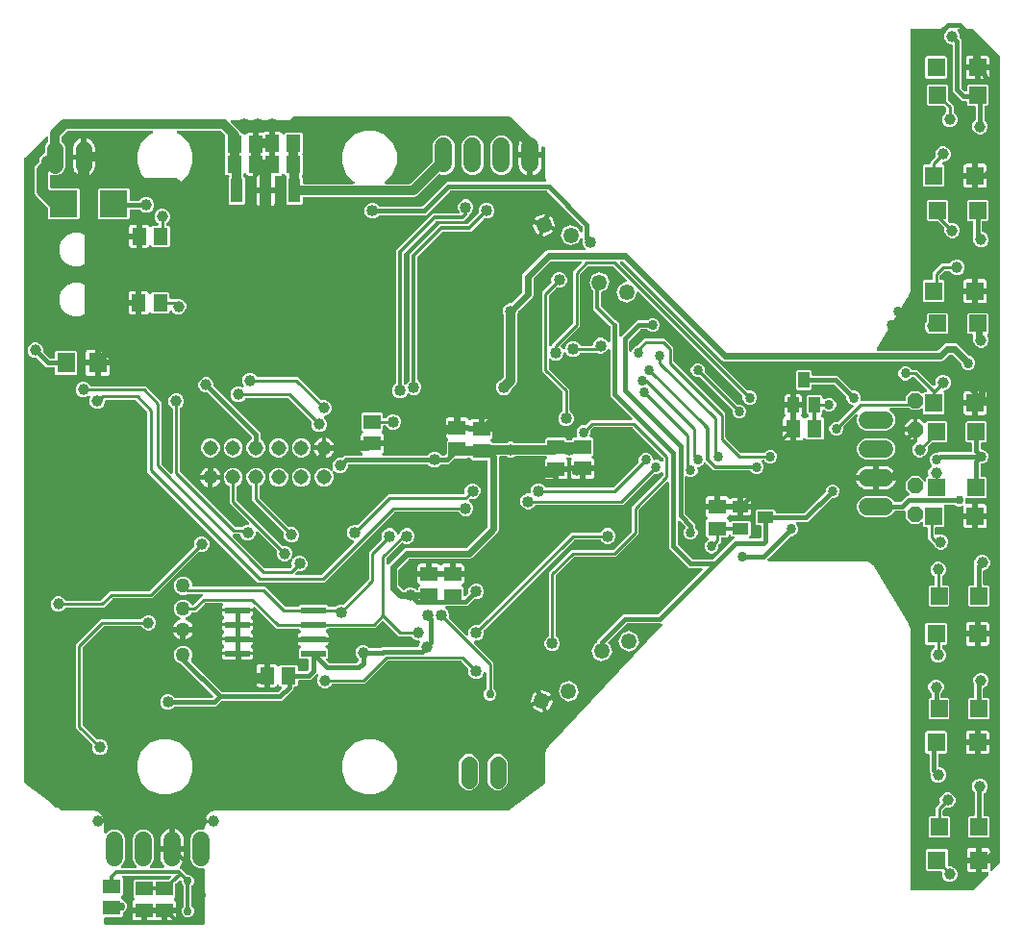
<source format=gbr>
G04 EAGLE Gerber RS-274X export*
G75*
%MOMM*%
%FSLAX34Y34*%
%LPD*%
%INBottom Copper*%
%IPPOS*%
%AMOC8*
5,1,8,0,0,1.08239X$1,22.5*%
G01*
%ADD10R,1.600000X1.800000*%
%ADD11R,1.500000X1.300000*%
%ADD12R,10.800000X10.410000*%
%ADD13R,1.066800X2.159000*%
%ADD14C,1.422400*%
%ADD15R,1.300000X1.500000*%
%ADD16R,2.400000X2.400000*%
%ADD17R,1.520000X1.600000*%
%ADD18R,1.500000X1.500000*%
%ADD19C,1.308000*%
%ADD20C,1.524000*%
%ADD21R,1.000000X1.400000*%
%ADD22R,1.300000X1.600000*%
%ADD23P,1.429621X8X112.500000*%
%ADD24R,1.400000X1.000000*%
%ADD25R,1.600000X1.300000*%
%ADD26R,2.200000X0.600000*%
%ADD27C,1.270000*%
%ADD28P,1.429621X8X42.500000*%
%ADD29P,1.429621X8X362.500000*%
%ADD30P,1.429621X8X182.500000*%
%ADD31P,1.429621X8X222.500000*%
%ADD32C,1.006400*%
%ADD33C,1.270000*%
%ADD34C,0.812800*%
%ADD35C,1.016000*%
%ADD36C,0.406400*%
%ADD37C,0.756400*%
%ADD38C,0.304800*%
%ADD39C,0.254000*%
%ADD40C,1.016000*%
%ADD41C,0.609600*%
%ADD42C,0.856400*%

G36*
X168188Y20676D02*
X168188Y20676D01*
X168307Y20683D01*
X168345Y20696D01*
X168386Y20701D01*
X168496Y20744D01*
X168609Y20781D01*
X168644Y20803D01*
X168681Y20818D01*
X168777Y20887D01*
X168878Y20951D01*
X168906Y20981D01*
X168939Y21004D01*
X169015Y21096D01*
X169096Y21183D01*
X169116Y21218D01*
X169141Y21249D01*
X169192Y21357D01*
X169250Y21461D01*
X169260Y21501D01*
X169277Y21537D01*
X169299Y21654D01*
X169329Y21769D01*
X169333Y21829D01*
X169337Y21849D01*
X169335Y21870D01*
X169339Y21930D01*
X169339Y69088D01*
X169324Y69206D01*
X169317Y69325D01*
X169304Y69363D01*
X169299Y69404D01*
X169256Y69514D01*
X169219Y69627D01*
X169197Y69662D01*
X169182Y69699D01*
X169113Y69795D01*
X169049Y69896D01*
X169019Y69924D01*
X168996Y69957D01*
X168904Y70033D01*
X168817Y70114D01*
X168782Y70134D01*
X168751Y70159D01*
X168643Y70210D01*
X168539Y70268D01*
X168499Y70278D01*
X168463Y70295D01*
X168346Y70317D01*
X168231Y70347D01*
X168171Y70351D01*
X168151Y70355D01*
X168130Y70353D01*
X168070Y70357D01*
X164246Y70357D01*
X160792Y71788D01*
X158148Y74432D01*
X156717Y77886D01*
X156717Y96866D01*
X158148Y100320D01*
X160792Y102964D01*
X164246Y104395D01*
X168070Y104395D01*
X168188Y104410D01*
X168307Y104417D01*
X168345Y104430D01*
X168386Y104435D01*
X168496Y104478D01*
X168609Y104515D01*
X168644Y104537D01*
X168681Y104552D01*
X168777Y104621D01*
X168878Y104685D01*
X168906Y104715D01*
X168939Y104738D01*
X169015Y104830D01*
X169096Y104917D01*
X169116Y104952D01*
X169141Y104983D01*
X169192Y105091D01*
X169250Y105195D01*
X169260Y105235D01*
X169277Y105271D01*
X169299Y105388D01*
X169329Y105503D01*
X169333Y105563D01*
X169337Y105583D01*
X169335Y105604D01*
X169336Y105618D01*
X169337Y105620D01*
X169337Y105622D01*
X169339Y105664D01*
X169339Y112121D01*
X170962Y116039D01*
X173961Y119038D01*
X177879Y120661D01*
X436023Y120661D01*
X436032Y120662D01*
X436041Y120661D01*
X436190Y120682D01*
X436339Y120701D01*
X436347Y120704D01*
X436356Y120705D01*
X436495Y120762D01*
X436635Y120818D01*
X436642Y120823D01*
X436650Y120826D01*
X436785Y120915D01*
X468832Y144950D01*
X468853Y144970D01*
X468878Y144986D01*
X468967Y145081D01*
X469060Y145171D01*
X469076Y145196D01*
X469096Y145218D01*
X469159Y145331D01*
X469226Y145442D01*
X469235Y145470D01*
X469250Y145496D01*
X469282Y145622D01*
X469320Y145746D01*
X469322Y145775D01*
X469329Y145804D01*
X469339Y145965D01*
X469339Y169808D01*
X469338Y169820D01*
X469339Y169849D01*
X469276Y171801D01*
X469292Y171871D01*
X469329Y172013D01*
X469330Y172028D01*
X469332Y172035D01*
X469331Y172051D01*
X469335Y172111D01*
X470077Y173902D01*
X470080Y173914D01*
X470092Y173940D01*
X470781Y175768D01*
X470823Y175826D01*
X470912Y175943D01*
X470918Y175957D01*
X470923Y175963D01*
X470928Y175977D01*
X470955Y176031D01*
X472326Y177402D01*
X472333Y177412D01*
X472354Y177432D01*
X571898Y283612D01*
X571968Y283708D01*
X572044Y283799D01*
X572061Y283836D01*
X572085Y283869D01*
X572129Y283980D01*
X572179Y284087D01*
X572187Y284127D01*
X572202Y284165D01*
X572217Y284283D01*
X572239Y284400D01*
X572236Y284440D01*
X572241Y284481D01*
X572227Y284599D01*
X572219Y284717D01*
X572207Y284756D01*
X572201Y284796D01*
X572158Y284907D01*
X572121Y285019D01*
X572099Y285054D01*
X572084Y285092D01*
X572015Y285188D01*
X571951Y285288D01*
X571921Y285316D01*
X571897Y285349D01*
X571806Y285425D01*
X571719Y285506D01*
X571684Y285526D01*
X571652Y285552D01*
X571545Y285602D01*
X571441Y285660D01*
X571401Y285670D01*
X571364Y285687D01*
X571248Y285709D01*
X571133Y285739D01*
X571072Y285743D01*
X571052Y285747D01*
X571032Y285745D01*
X570972Y285749D01*
X541600Y285749D01*
X541502Y285737D01*
X541403Y285734D01*
X541345Y285717D01*
X541285Y285709D01*
X541193Y285673D01*
X541097Y285645D01*
X541045Y285615D01*
X540989Y285592D01*
X540909Y285534D01*
X540824Y285484D01*
X540748Y285418D01*
X540732Y285406D01*
X540724Y285396D01*
X540703Y285378D01*
X525002Y269677D01*
X524989Y269660D01*
X524972Y269646D01*
X524892Y269535D01*
X524807Y269426D01*
X524799Y269406D01*
X524786Y269388D01*
X524736Y269260D01*
X524681Y269134D01*
X524678Y269112D01*
X524670Y269092D01*
X524653Y268956D01*
X524631Y268820D01*
X524633Y268798D01*
X524631Y268776D01*
X524648Y268640D01*
X524661Y268503D01*
X524668Y268483D01*
X524671Y268461D01*
X524722Y268333D01*
X524769Y268204D01*
X524781Y268186D01*
X524789Y268165D01*
X524870Y268054D01*
X524947Y267941D01*
X524964Y267926D01*
X524977Y267909D01*
X525083Y267821D01*
X525186Y267730D01*
X525205Y267720D01*
X525222Y267706D01*
X525363Y267629D01*
X525747Y267450D01*
X528123Y260925D01*
X525188Y254631D01*
X518662Y252256D01*
X512368Y255190D01*
X509993Y261716D01*
X512928Y268010D01*
X514412Y268550D01*
X514463Y268576D01*
X514517Y268594D01*
X514604Y268649D01*
X514695Y268695D01*
X514738Y268733D01*
X514786Y268764D01*
X514856Y268839D01*
X514933Y268907D01*
X514965Y268954D01*
X515004Y268996D01*
X515053Y269085D01*
X515111Y269170D01*
X515130Y269224D01*
X515157Y269274D01*
X515183Y269373D01*
X515217Y269470D01*
X515223Y269527D01*
X515237Y269582D01*
X515247Y269743D01*
X515247Y270700D01*
X537918Y293371D01*
X567872Y293371D01*
X567970Y293383D01*
X568069Y293386D01*
X568127Y293403D01*
X568187Y293411D01*
X568279Y293447D01*
X568375Y293475D01*
X568427Y293505D01*
X568483Y293528D01*
X568563Y293586D01*
X568648Y293636D01*
X568724Y293702D01*
X568740Y293714D01*
X568748Y293724D01*
X568769Y293742D01*
X607377Y332351D01*
X607463Y332460D01*
X607551Y332567D01*
X607560Y332586D01*
X607572Y332602D01*
X607628Y332730D01*
X607687Y332855D01*
X607691Y332875D01*
X607699Y332894D01*
X607721Y333032D01*
X607747Y333168D01*
X607745Y333188D01*
X607748Y333208D01*
X607735Y333347D01*
X607727Y333485D01*
X607721Y333504D01*
X607719Y333524D01*
X607671Y333656D01*
X607629Y333787D01*
X607618Y333805D01*
X607611Y333824D01*
X607533Y333939D01*
X607459Y334056D01*
X607444Y334070D01*
X607432Y334087D01*
X607328Y334179D01*
X607227Y334274D01*
X607209Y334284D01*
X607194Y334297D01*
X607070Y334360D01*
X606948Y334428D01*
X606929Y334433D01*
X606911Y334442D01*
X606775Y334472D01*
X606641Y334507D01*
X606612Y334509D01*
X606601Y334512D01*
X606580Y334511D01*
X606480Y334517D01*
X595830Y334517D01*
X578357Y351990D01*
X578357Y409437D01*
X578340Y409575D01*
X578327Y409714D01*
X578320Y409733D01*
X578317Y409753D01*
X578266Y409882D01*
X578219Y410013D01*
X578208Y410030D01*
X578200Y410049D01*
X578119Y410161D01*
X578041Y410276D01*
X578025Y410290D01*
X578014Y410306D01*
X577906Y410395D01*
X577802Y410487D01*
X577784Y410496D01*
X577769Y410509D01*
X577643Y410568D01*
X577519Y410631D01*
X577499Y410636D01*
X577481Y410644D01*
X577345Y410670D01*
X577209Y410701D01*
X577188Y410700D01*
X577169Y410704D01*
X577030Y410696D01*
X576891Y410691D01*
X576871Y410686D01*
X576851Y410684D01*
X576719Y410642D01*
X576585Y410603D01*
X576568Y410593D01*
X576549Y410586D01*
X576431Y410512D01*
X576311Y410441D01*
X576290Y410423D01*
X576280Y410416D01*
X576266Y410401D01*
X576191Y410335D01*
X552060Y386205D01*
X552000Y386127D01*
X551932Y386055D01*
X551903Y386002D01*
X551866Y385954D01*
X551826Y385863D01*
X551778Y385776D01*
X551763Y385717D01*
X551739Y385662D01*
X551724Y385564D01*
X551699Y385468D01*
X551693Y385368D01*
X551689Y385348D01*
X551691Y385335D01*
X551689Y385307D01*
X551689Y364497D01*
X531615Y344423D01*
X495565Y344423D01*
X495466Y344411D01*
X495367Y344408D01*
X495309Y344391D01*
X495249Y344383D01*
X495157Y344347D01*
X495062Y344319D01*
X495010Y344289D01*
X494953Y344266D01*
X494873Y344208D01*
X494788Y344158D01*
X494713Y344092D01*
X494696Y344080D01*
X494688Y344070D01*
X494667Y344052D01*
X478908Y328293D01*
X478848Y328215D01*
X478780Y328143D01*
X478751Y328090D01*
X478714Y328042D01*
X478674Y327951D01*
X478626Y327864D01*
X478611Y327805D01*
X478587Y327750D01*
X478572Y327652D01*
X478547Y327556D01*
X478541Y327456D01*
X478537Y327436D01*
X478539Y327423D01*
X478537Y327395D01*
X478537Y275233D01*
X478540Y275204D01*
X478538Y275174D01*
X478560Y275046D01*
X478577Y274918D01*
X478587Y274890D01*
X478592Y274861D01*
X478646Y274743D01*
X478694Y274622D01*
X478711Y274598D01*
X478723Y274571D01*
X478804Y274470D01*
X478880Y274365D01*
X478903Y274346D01*
X478922Y274323D01*
X479025Y274245D01*
X479125Y274162D01*
X479152Y274149D01*
X479176Y274131D01*
X479320Y274060D01*
X479373Y274039D01*
X481303Y272109D01*
X482347Y269588D01*
X482347Y266860D01*
X481303Y264339D01*
X479373Y262409D01*
X476852Y261365D01*
X474124Y261365D01*
X471603Y262409D01*
X469673Y264339D01*
X468629Y266860D01*
X468629Y269588D01*
X469673Y272109D01*
X471603Y274039D01*
X471656Y274060D01*
X471681Y274075D01*
X471709Y274084D01*
X471819Y274154D01*
X471932Y274218D01*
X471953Y274239D01*
X471978Y274254D01*
X472067Y274349D01*
X472160Y274439D01*
X472176Y274464D01*
X472196Y274486D01*
X472259Y274600D01*
X472327Y274710D01*
X472335Y274739D01*
X472350Y274764D01*
X472382Y274890D01*
X472420Y275014D01*
X472422Y275044D01*
X472429Y275072D01*
X472439Y275233D01*
X472439Y330447D01*
X492513Y350521D01*
X528563Y350521D01*
X528662Y350533D01*
X528761Y350536D01*
X528819Y350553D01*
X528879Y350561D01*
X528971Y350597D01*
X529066Y350625D01*
X529118Y350655D01*
X529175Y350678D01*
X529255Y350736D01*
X529340Y350786D01*
X529415Y350852D01*
X529432Y350864D01*
X529440Y350874D01*
X529461Y350892D01*
X545220Y366651D01*
X545280Y366729D01*
X545348Y366801D01*
X545377Y366854D01*
X545414Y366902D01*
X545454Y366993D01*
X545502Y367080D01*
X545517Y367139D01*
X545541Y367194D01*
X545556Y367292D01*
X545581Y367388D01*
X545587Y367488D01*
X545591Y367508D01*
X545589Y367521D01*
X545591Y367549D01*
X545591Y388359D01*
X572652Y415419D01*
X572712Y415497D01*
X572780Y415569D01*
X572809Y415622D01*
X572846Y415670D01*
X572886Y415761D01*
X572934Y415848D01*
X572949Y415907D01*
X572973Y415962D01*
X572988Y416060D01*
X573013Y416156D01*
X573019Y416256D01*
X573023Y416276D01*
X573021Y416289D01*
X573023Y416317D01*
X573023Y418132D01*
X573006Y418270D01*
X572993Y418408D01*
X572986Y418427D01*
X572983Y418447D01*
X572932Y418577D01*
X572885Y418708D01*
X572874Y418724D01*
X572866Y418743D01*
X572785Y418856D01*
X572707Y418971D01*
X572691Y418984D01*
X572680Y419000D01*
X572572Y419089D01*
X572468Y419181D01*
X572450Y419190D01*
X572435Y419203D01*
X572309Y419262D01*
X572185Y419326D01*
X572165Y419330D01*
X572147Y419339D01*
X572010Y419365D01*
X571875Y419395D01*
X571854Y419395D01*
X571835Y419399D01*
X571696Y419390D01*
X571557Y419386D01*
X571537Y419380D01*
X571517Y419379D01*
X571385Y419336D01*
X571251Y419297D01*
X571234Y419287D01*
X571215Y419281D01*
X571097Y419206D01*
X570977Y419136D01*
X570956Y419117D01*
X570946Y419111D01*
X570932Y419096D01*
X570856Y419029D01*
X570361Y418534D01*
X568134Y417611D01*
X565705Y417611D01*
X565606Y417599D01*
X565507Y417596D01*
X565449Y417579D01*
X565389Y417571D01*
X565297Y417535D01*
X565202Y417507D01*
X565150Y417477D01*
X565093Y417454D01*
X565013Y417396D01*
X564928Y417346D01*
X564853Y417280D01*
X564836Y417268D01*
X564828Y417258D01*
X564807Y417240D01*
X537711Y390143D01*
X461161Y390143D01*
X461132Y390140D01*
X461102Y390142D01*
X460974Y390120D01*
X460846Y390103D01*
X460818Y390093D01*
X460789Y390088D01*
X460671Y390034D01*
X460550Y389986D01*
X460526Y389969D01*
X460499Y389957D01*
X460398Y389876D01*
X460293Y389800D01*
X460274Y389777D01*
X460251Y389758D01*
X460173Y389655D01*
X460090Y389555D01*
X460077Y389528D01*
X460059Y389504D01*
X459988Y389360D01*
X459967Y389307D01*
X458037Y387377D01*
X455516Y386333D01*
X452788Y386333D01*
X450267Y387377D01*
X448337Y389307D01*
X447293Y391828D01*
X447293Y394556D01*
X448337Y397077D01*
X450267Y399007D01*
X452788Y400051D01*
X455168Y400051D01*
X455286Y400066D01*
X455405Y400073D01*
X455443Y400086D01*
X455484Y400091D01*
X455594Y400134D01*
X455707Y400171D01*
X455742Y400193D01*
X455779Y400208D01*
X455875Y400277D01*
X455976Y400341D01*
X456004Y400371D01*
X456037Y400394D01*
X456113Y400486D01*
X456194Y400573D01*
X456214Y400608D01*
X456239Y400639D01*
X456290Y400747D01*
X456348Y400851D01*
X456358Y400891D01*
X456375Y400927D01*
X456397Y401044D01*
X456427Y401159D01*
X456431Y401219D01*
X456435Y401239D01*
X456433Y401260D01*
X456437Y401320D01*
X456437Y403700D01*
X457481Y406221D01*
X459411Y408151D01*
X461932Y409195D01*
X464660Y409195D01*
X467181Y408151D01*
X469111Y406221D01*
X469132Y406168D01*
X469147Y406143D01*
X469156Y406115D01*
X469226Y406005D01*
X469290Y405892D01*
X469310Y405871D01*
X469326Y405846D01*
X469421Y405757D01*
X469511Y405664D01*
X469536Y405648D01*
X469558Y405628D01*
X469672Y405565D01*
X469782Y405497D01*
X469811Y405489D01*
X469836Y405474D01*
X469962Y405442D01*
X470086Y405404D01*
X470116Y405402D01*
X470144Y405395D01*
X470305Y405385D01*
X528563Y405385D01*
X528662Y405397D01*
X528761Y405400D01*
X528819Y405417D01*
X528879Y405425D01*
X528971Y405461D01*
X529066Y405489D01*
X529118Y405519D01*
X529175Y405542D01*
X529255Y405600D01*
X529340Y405650D01*
X529415Y405716D01*
X529432Y405728D01*
X529440Y405738D01*
X529461Y405756D01*
X551352Y427647D01*
X551412Y427725D01*
X551480Y427797D01*
X551509Y427850D01*
X551546Y427898D01*
X551586Y427989D01*
X551634Y428076D01*
X551649Y428135D01*
X551673Y428190D01*
X551688Y428288D01*
X551713Y428384D01*
X551719Y428484D01*
X551723Y428504D01*
X551721Y428517D01*
X551723Y428545D01*
X551723Y430974D01*
X552646Y433201D01*
X554351Y434906D01*
X556578Y435829D01*
X558990Y435829D01*
X561217Y434906D01*
X562922Y433201D01*
X563845Y430974D01*
X563845Y430855D01*
X563851Y430805D01*
X563849Y430756D01*
X563871Y430648D01*
X563885Y430539D01*
X563903Y430493D01*
X563913Y430444D01*
X563961Y430345D01*
X564002Y430243D01*
X564031Y430203D01*
X564053Y430158D01*
X564124Y430075D01*
X564188Y429986D01*
X564227Y429954D01*
X564259Y429916D01*
X564349Y429853D01*
X564433Y429783D01*
X564478Y429762D01*
X564519Y429733D01*
X564622Y429694D01*
X564721Y429648D01*
X564770Y429638D01*
X564816Y429621D01*
X564926Y429608D01*
X565033Y429588D01*
X565083Y429591D01*
X565133Y429585D01*
X565241Y429601D01*
X565351Y429608D01*
X565398Y429623D01*
X565447Y429630D01*
X565600Y429682D01*
X565722Y429733D01*
X568134Y429733D01*
X570361Y428810D01*
X570856Y428315D01*
X570966Y428229D01*
X571073Y428141D01*
X571092Y428132D01*
X571108Y428120D01*
X571236Y428064D01*
X571361Y428005D01*
X571381Y428001D01*
X571400Y427993D01*
X571538Y427971D01*
X571674Y427945D01*
X571694Y427947D01*
X571714Y427944D01*
X571853Y427957D01*
X571991Y427965D01*
X572010Y427971D01*
X572030Y427973D01*
X572161Y428020D01*
X572293Y428063D01*
X572311Y428074D01*
X572330Y428081D01*
X572444Y428159D01*
X572562Y428233D01*
X572576Y428248D01*
X572593Y428260D01*
X572685Y428364D01*
X572780Y428465D01*
X572790Y428483D01*
X572803Y428498D01*
X572866Y428622D01*
X572934Y428744D01*
X572939Y428763D01*
X572948Y428781D01*
X572978Y428917D01*
X573013Y429051D01*
X573015Y429079D01*
X573018Y429091D01*
X573017Y429112D01*
X573023Y429212D01*
X573023Y431027D01*
X573011Y431126D01*
X573008Y431225D01*
X572991Y431283D01*
X572983Y431343D01*
X572947Y431435D01*
X572919Y431530D01*
X572889Y431582D01*
X572866Y431639D01*
X572808Y431719D01*
X572758Y431804D01*
X572692Y431879D01*
X572680Y431896D01*
X572670Y431904D01*
X572652Y431925D01*
X546225Y458352D01*
X546147Y458412D01*
X546075Y458480D01*
X546022Y458509D01*
X545974Y458546D01*
X545883Y458586D01*
X545796Y458634D01*
X545737Y458649D01*
X545682Y458673D01*
X545584Y458688D01*
X545488Y458713D01*
X545388Y458719D01*
X545368Y458723D01*
X545355Y458721D01*
X545327Y458723D01*
X512329Y458723D01*
X512230Y458711D01*
X512131Y458708D01*
X512073Y458691D01*
X512013Y458683D01*
X511921Y458647D01*
X511826Y458619D01*
X511774Y458589D01*
X511717Y458566D01*
X511637Y458508D01*
X511552Y458458D01*
X511477Y458392D01*
X511460Y458380D01*
X511452Y458370D01*
X511431Y458352D01*
X509352Y456273D01*
X509292Y456195D01*
X509224Y456123D01*
X509195Y456070D01*
X509158Y456022D01*
X509118Y455931D01*
X509070Y455844D01*
X509055Y455785D01*
X509031Y455730D01*
X509016Y455632D01*
X508991Y455536D01*
X508985Y455436D01*
X508981Y455416D01*
X508983Y455403D01*
X508981Y455375D01*
X508981Y452946D01*
X508356Y451438D01*
X508343Y451390D01*
X508322Y451345D01*
X508301Y451237D01*
X508272Y451131D01*
X508271Y451081D01*
X508262Y451032D01*
X508269Y450923D01*
X508267Y450813D01*
X508278Y450765D01*
X508281Y450715D01*
X508315Y450611D01*
X508341Y450504D01*
X508364Y450460D01*
X508380Y450413D01*
X508438Y450320D01*
X508490Y450223D01*
X508523Y450186D01*
X508550Y450144D01*
X508630Y450069D01*
X508704Y449987D01*
X508745Y449960D01*
X508781Y449926D01*
X508877Y449873D01*
X508969Y449813D01*
X509016Y449796D01*
X509060Y449772D01*
X509166Y449745D01*
X509270Y449709D01*
X509320Y449705D01*
X509368Y449693D01*
X509528Y449683D01*
X510441Y449683D01*
X511483Y448641D01*
X511483Y434167D01*
X510524Y433209D01*
X510447Y433109D01*
X510365Y433015D01*
X510350Y432984D01*
X510330Y432958D01*
X510280Y432842D01*
X510224Y432730D01*
X510217Y432697D01*
X510203Y432666D01*
X510183Y432542D01*
X510157Y432419D01*
X510159Y432385D01*
X510153Y432352D01*
X510165Y432226D01*
X510170Y432101D01*
X510180Y432069D01*
X510183Y432035D01*
X510226Y431917D01*
X510262Y431796D01*
X510279Y431768D01*
X510291Y431736D01*
X510361Y431632D01*
X510426Y431524D01*
X510450Y431501D01*
X510469Y431473D01*
X510564Y431390D01*
X510653Y431301D01*
X510694Y431274D01*
X510708Y431262D01*
X510727Y431252D01*
X510787Y431212D01*
X511264Y430937D01*
X511737Y430464D01*
X512072Y429885D01*
X512245Y429238D01*
X512245Y424943D01*
X503474Y424943D01*
X503356Y424928D01*
X503237Y424921D01*
X503199Y424908D01*
X503159Y424903D01*
X503048Y424859D01*
X502935Y424823D01*
X502900Y424801D01*
X502863Y424786D01*
X502767Y424716D01*
X502666Y424653D01*
X502638Y424623D01*
X502606Y424599D01*
X502530Y424508D01*
X502448Y424421D01*
X502429Y424386D01*
X502403Y424354D01*
X502352Y424247D01*
X502295Y424143D01*
X502284Y424103D01*
X502267Y424067D01*
X502245Y423950D01*
X502215Y423835D01*
X502211Y423774D01*
X502207Y423754D01*
X502209Y423734D01*
X502205Y423674D01*
X502205Y422403D01*
X502203Y422403D01*
X502203Y423674D01*
X502188Y423792D01*
X502181Y423911D01*
X502168Y423949D01*
X502163Y423989D01*
X502119Y424100D01*
X502083Y424213D01*
X502061Y424248D01*
X502046Y424285D01*
X501976Y424381D01*
X501913Y424482D01*
X501883Y424510D01*
X501859Y424542D01*
X501768Y424618D01*
X501681Y424700D01*
X501646Y424719D01*
X501614Y424745D01*
X501507Y424796D01*
X501403Y424853D01*
X501363Y424864D01*
X501327Y424881D01*
X501210Y424903D01*
X501095Y424933D01*
X501034Y424937D01*
X501014Y424941D01*
X500994Y424939D01*
X500934Y424943D01*
X492163Y424943D01*
X492163Y429238D01*
X492336Y429885D01*
X492489Y430149D01*
X492541Y430272D01*
X492597Y430391D01*
X492602Y430418D01*
X492613Y430443D01*
X492632Y430574D01*
X492657Y430704D01*
X492655Y430730D01*
X492659Y430757D01*
X492645Y430889D01*
X492637Y431021D01*
X492629Y431047D01*
X492626Y431073D01*
X492580Y431198D01*
X492539Y431323D01*
X492525Y431346D01*
X492515Y431372D01*
X492440Y431480D01*
X492369Y431592D01*
X492349Y431611D01*
X492334Y431633D01*
X492234Y431719D01*
X492137Y431810D01*
X492113Y431823D01*
X492093Y431841D01*
X491975Y431900D01*
X491859Y431964D01*
X491833Y431970D01*
X491808Y431982D01*
X491679Y432010D01*
X491551Y432043D01*
X491513Y432045D01*
X491497Y432049D01*
X491475Y432048D01*
X491390Y432053D01*
X489344Y432053D01*
X489206Y432036D01*
X489068Y432023D01*
X489049Y432016D01*
X489029Y432013D01*
X488899Y431962D01*
X488768Y431915D01*
X488752Y431904D01*
X488733Y431896D01*
X488620Y431815D01*
X488505Y431736D01*
X488492Y431721D01*
X488476Y431710D01*
X488387Y431603D01*
X488295Y431498D01*
X488286Y431480D01*
X488273Y431465D01*
X488213Y431339D01*
X488150Y431215D01*
X488146Y431195D01*
X488137Y431177D01*
X488111Y431041D01*
X488081Y430904D01*
X488081Y430884D01*
X488077Y430865D01*
X488086Y430726D01*
X488090Y430587D01*
X488096Y430567D01*
X488097Y430547D01*
X488140Y430415D01*
X488179Y430281D01*
X488189Y430264D01*
X488195Y430245D01*
X488270Y430127D01*
X488340Y430007D01*
X488359Y429986D01*
X488365Y429976D01*
X488380Y429962D01*
X488415Y429922D01*
X488756Y429333D01*
X488929Y428686D01*
X488929Y424391D01*
X480158Y424391D01*
X480040Y424376D01*
X479921Y424369D01*
X479883Y424356D01*
X479843Y424351D01*
X479732Y424307D01*
X479619Y424271D01*
X479584Y424249D01*
X479547Y424234D01*
X479451Y424164D01*
X479350Y424101D01*
X479322Y424071D01*
X479290Y424047D01*
X479214Y423956D01*
X479132Y423869D01*
X479113Y423834D01*
X479087Y423802D01*
X479036Y423695D01*
X478979Y423591D01*
X478968Y423551D01*
X478951Y423515D01*
X478929Y423398D01*
X478899Y423283D01*
X478895Y423222D01*
X478891Y423202D01*
X478893Y423182D01*
X478889Y423122D01*
X478889Y421851D01*
X478887Y421851D01*
X478887Y423122D01*
X478872Y423240D01*
X478865Y423359D01*
X478852Y423397D01*
X478847Y423437D01*
X478803Y423548D01*
X478767Y423661D01*
X478745Y423696D01*
X478730Y423733D01*
X478660Y423829D01*
X478597Y423930D01*
X478567Y423958D01*
X478543Y423990D01*
X478452Y424066D01*
X478365Y424148D01*
X478330Y424167D01*
X478298Y424193D01*
X478191Y424244D01*
X478087Y424301D01*
X478047Y424312D01*
X478011Y424329D01*
X477894Y424351D01*
X477779Y424381D01*
X477718Y424385D01*
X477698Y424389D01*
X477678Y424387D01*
X477618Y424391D01*
X468847Y424391D01*
X468847Y428686D01*
X469020Y429333D01*
X469355Y429912D01*
X469828Y430385D01*
X470305Y430660D01*
X470405Y430736D01*
X470509Y430807D01*
X470531Y430832D01*
X470558Y430853D01*
X470636Y430951D01*
X470720Y431046D01*
X470735Y431076D01*
X470756Y431102D01*
X470807Y431217D01*
X470864Y431329D01*
X470871Y431362D01*
X470885Y431392D01*
X470906Y431516D01*
X470934Y431639D01*
X470933Y431673D01*
X470938Y431706D01*
X470928Y431831D01*
X470924Y431957D01*
X470914Y431989D01*
X470912Y432023D01*
X470870Y432142D01*
X470835Y432263D01*
X470818Y432292D01*
X470807Y432323D01*
X470738Y432428D01*
X470674Y432537D01*
X470642Y432573D01*
X470632Y432588D01*
X470615Y432603D01*
X470567Y432657D01*
X470527Y432698D01*
X470449Y432758D01*
X470377Y432826D01*
X470323Y432855D01*
X470275Y432893D01*
X470185Y432932D01*
X470098Y432980D01*
X470039Y432995D01*
X469983Y433019D01*
X469886Y433034D01*
X469790Y433059D01*
X469689Y433065D01*
X469669Y433069D01*
X469657Y433068D01*
X469629Y433069D01*
X442982Y433069D01*
X442972Y433068D01*
X442963Y433069D01*
X442815Y433048D01*
X442666Y433029D01*
X442657Y433026D01*
X442648Y433025D01*
X442496Y432973D01*
X440276Y432053D01*
X437548Y432053D01*
X435328Y432973D01*
X435319Y432975D01*
X435311Y432980D01*
X435166Y433017D01*
X435021Y433057D01*
X435012Y433057D01*
X435003Y433059D01*
X434842Y433069D01*
X429768Y433069D01*
X429650Y433054D01*
X429531Y433047D01*
X429493Y433034D01*
X429452Y433029D01*
X429342Y432986D01*
X429229Y432949D01*
X429194Y432927D01*
X429157Y432912D01*
X429061Y432843D01*
X428960Y432779D01*
X428932Y432749D01*
X428899Y432726D01*
X428823Y432634D01*
X428742Y432547D01*
X428722Y432512D01*
X428697Y432481D01*
X428646Y432373D01*
X428588Y432269D01*
X428578Y432229D01*
X428561Y432193D01*
X428539Y432076D01*
X428509Y431961D01*
X428505Y431901D01*
X428501Y431881D01*
X428503Y431860D01*
X428499Y431800D01*
X428499Y367848D01*
X427764Y366074D01*
X405070Y343380D01*
X403296Y342645D01*
X349997Y342645D01*
X349899Y342633D01*
X349800Y342630D01*
X349742Y342613D01*
X349682Y342605D01*
X349589Y342569D01*
X349494Y342541D01*
X349442Y342511D01*
X349386Y342488D01*
X349306Y342430D01*
X349220Y342380D01*
X349145Y342314D01*
X349128Y342302D01*
X349121Y342292D01*
X349100Y342274D01*
X340478Y333652D01*
X340418Y333574D01*
X340350Y333502D01*
X340321Y333449D01*
X340284Y333401D01*
X340244Y333310D01*
X340196Y333224D01*
X340181Y333165D01*
X340157Y333109D01*
X340142Y333011D01*
X340117Y332916D01*
X340111Y332816D01*
X340107Y332795D01*
X340109Y332783D01*
X340107Y332755D01*
X340107Y319517D01*
X340119Y319419D01*
X340122Y319320D01*
X340139Y319262D01*
X340147Y319202D01*
X340183Y319109D01*
X340211Y319014D01*
X340241Y318962D01*
X340264Y318906D01*
X340322Y318826D01*
X340372Y318740D01*
X340438Y318665D01*
X340450Y318648D01*
X340460Y318641D01*
X340478Y318620D01*
X343592Y315506D01*
X343670Y315446D01*
X343742Y315378D01*
X343795Y315349D01*
X343843Y315312D01*
X343934Y315272D01*
X344020Y315224D01*
X344079Y315209D01*
X344135Y315185D01*
X344233Y315170D01*
X344328Y315145D01*
X344428Y315139D01*
X344449Y315135D01*
X344461Y315137D01*
X344489Y315135D01*
X344601Y315135D01*
X344699Y315147D01*
X344798Y315150D01*
X344857Y315167D01*
X344917Y315175D01*
X345009Y315211D01*
X345104Y315239D01*
X345156Y315269D01*
X345212Y315292D01*
X345292Y315350D01*
X345378Y315400D01*
X345453Y315466D01*
X345470Y315478D01*
X345477Y315488D01*
X345499Y315506D01*
X346662Y316670D01*
X349165Y317707D01*
X351875Y317707D01*
X354378Y316670D01*
X355507Y315541D01*
X355616Y315456D01*
X355723Y315367D01*
X355742Y315359D01*
X355758Y315346D01*
X355885Y315291D01*
X356011Y315232D01*
X356031Y315228D01*
X356050Y315220D01*
X356188Y315198D01*
X356324Y315172D01*
X356344Y315173D01*
X356364Y315170D01*
X356503Y315183D01*
X356641Y315192D01*
X356660Y315198D01*
X356680Y315200D01*
X356812Y315247D01*
X356943Y315290D01*
X356961Y315301D01*
X356980Y315308D01*
X357095Y315386D01*
X357212Y315460D01*
X357226Y315475D01*
X357243Y315486D01*
X357335Y315590D01*
X357430Y315692D01*
X357440Y315709D01*
X357453Y315725D01*
X357517Y315849D01*
X357584Y315970D01*
X357589Y315990D01*
X357598Y316008D01*
X357628Y316144D01*
X357663Y316278D01*
X357665Y316306D01*
X357668Y316318D01*
X357667Y316339D01*
X357673Y316439D01*
X357673Y317545D01*
X358632Y318503D01*
X358709Y318603D01*
X358791Y318697D01*
X358806Y318728D01*
X358826Y318754D01*
X358876Y318870D01*
X358932Y318982D01*
X358939Y319015D01*
X358953Y319046D01*
X358973Y319170D01*
X358999Y319293D01*
X358997Y319327D01*
X359003Y319360D01*
X358991Y319486D01*
X358986Y319611D01*
X358976Y319643D01*
X358973Y319677D01*
X358930Y319795D01*
X358894Y319916D01*
X358877Y319944D01*
X358865Y319976D01*
X358795Y320080D01*
X358730Y320188D01*
X358706Y320211D01*
X358687Y320239D01*
X358592Y320322D01*
X358503Y320411D01*
X358462Y320438D01*
X358448Y320450D01*
X358429Y320460D01*
X358369Y320500D01*
X357892Y320775D01*
X357419Y321248D01*
X357084Y321827D01*
X356911Y322474D01*
X356911Y326769D01*
X365682Y326769D01*
X365800Y326784D01*
X365919Y326791D01*
X365957Y326804D01*
X365997Y326809D01*
X366108Y326852D01*
X366221Y326889D01*
X366256Y326911D01*
X366293Y326926D01*
X366389Y326996D01*
X366490Y327059D01*
X366518Y327089D01*
X366550Y327113D01*
X366626Y327204D01*
X366708Y327291D01*
X366727Y327326D01*
X366753Y327357D01*
X366804Y327465D01*
X366861Y327569D01*
X366872Y327609D01*
X366889Y327645D01*
X366911Y327762D01*
X366941Y327877D01*
X366945Y327938D01*
X366949Y327958D01*
X366947Y327978D01*
X366951Y328038D01*
X366951Y329309D01*
X366953Y329309D01*
X366953Y328038D01*
X366968Y327920D01*
X366975Y327801D01*
X366988Y327763D01*
X366993Y327723D01*
X367037Y327612D01*
X367073Y327499D01*
X367095Y327464D01*
X367110Y327427D01*
X367180Y327331D01*
X367243Y327230D01*
X367273Y327202D01*
X367297Y327169D01*
X367388Y327094D01*
X367475Y327012D01*
X367510Y326992D01*
X367542Y326967D01*
X367649Y326916D01*
X367753Y326858D01*
X367793Y326848D01*
X367829Y326831D01*
X367946Y326809D01*
X368061Y326779D01*
X368122Y326775D01*
X368142Y326771D01*
X368162Y326773D01*
X368222Y326769D01*
X377831Y326769D01*
X377833Y326768D01*
X377869Y326751D01*
X377986Y326729D01*
X378101Y326699D01*
X378161Y326695D01*
X378181Y326691D01*
X378202Y326693D01*
X378262Y326689D01*
X386482Y326689D01*
X386600Y326704D01*
X386719Y326711D01*
X386757Y326724D01*
X386797Y326729D01*
X386908Y326772D01*
X387021Y326809D01*
X387056Y326831D01*
X387093Y326846D01*
X387189Y326916D01*
X387290Y326979D01*
X387318Y327009D01*
X387350Y327033D01*
X387426Y327124D01*
X387508Y327211D01*
X387527Y327246D01*
X387553Y327277D01*
X387604Y327385D01*
X387661Y327489D01*
X387672Y327529D01*
X387689Y327565D01*
X387711Y327682D01*
X387741Y327797D01*
X387745Y327858D01*
X387749Y327878D01*
X387747Y327898D01*
X387751Y327958D01*
X387751Y329229D01*
X387753Y329229D01*
X387753Y327958D01*
X387768Y327840D01*
X387775Y327721D01*
X387788Y327683D01*
X387793Y327643D01*
X387837Y327532D01*
X387873Y327419D01*
X387895Y327384D01*
X387910Y327347D01*
X387980Y327251D01*
X388043Y327150D01*
X388073Y327122D01*
X388097Y327089D01*
X388188Y327014D01*
X388275Y326932D01*
X388310Y326912D01*
X388342Y326887D01*
X388449Y326836D01*
X388553Y326778D01*
X388593Y326768D01*
X388629Y326751D01*
X388746Y326729D01*
X388861Y326699D01*
X388922Y326695D01*
X388942Y326691D01*
X388962Y326693D01*
X389022Y326689D01*
X397793Y326689D01*
X397793Y322394D01*
X397620Y321747D01*
X397285Y321168D01*
X396812Y320695D01*
X396335Y320420D01*
X396236Y320344D01*
X396131Y320273D01*
X396109Y320248D01*
X396082Y320227D01*
X396004Y320129D01*
X395921Y320035D01*
X395905Y320005D01*
X395884Y319978D01*
X395833Y319863D01*
X395776Y319751D01*
X395769Y319719D01*
X395755Y319688D01*
X395734Y319564D01*
X395706Y319441D01*
X395707Y319408D01*
X395702Y319374D01*
X395712Y319249D01*
X395716Y319123D01*
X395726Y319091D01*
X395728Y319057D01*
X395769Y318939D01*
X395805Y318818D01*
X395822Y318789D01*
X395833Y318757D01*
X395902Y318652D01*
X395966Y318544D01*
X395998Y318507D01*
X396008Y318492D01*
X396025Y318477D01*
X396072Y318423D01*
X397031Y317465D01*
X397031Y310996D01*
X397048Y310859D01*
X397061Y310720D01*
X397068Y310701D01*
X397071Y310681D01*
X397122Y310552D01*
X397169Y310421D01*
X397180Y310404D01*
X397188Y310385D01*
X397269Y310272D01*
X397347Y310157D01*
X397363Y310144D01*
X397374Y310128D01*
X397482Y310039D01*
X397586Y309947D01*
X397604Y309938D01*
X397619Y309925D01*
X397745Y309866D01*
X397869Y309802D01*
X397889Y309798D01*
X397907Y309789D01*
X398044Y309763D01*
X398179Y309733D01*
X398200Y309733D01*
X398219Y309729D01*
X398358Y309738D01*
X398497Y309742D01*
X398517Y309748D01*
X398537Y309749D01*
X398669Y309792D01*
X398803Y309831D01*
X398820Y309841D01*
X398839Y309847D01*
X398957Y309922D01*
X399077Y309992D01*
X399098Y310011D01*
X399108Y310017D01*
X399122Y310032D01*
X399197Y310099D01*
X401202Y312103D01*
X401262Y312181D01*
X401330Y312253D01*
X401359Y312306D01*
X401396Y312354D01*
X401436Y312445D01*
X401484Y312532D01*
X401499Y312590D01*
X401523Y312646D01*
X401538Y312744D01*
X401563Y312840D01*
X401569Y312940D01*
X401573Y312960D01*
X401571Y312972D01*
X401573Y313000D01*
X401573Y315308D01*
X402617Y317829D01*
X404547Y319759D01*
X407068Y320803D01*
X409796Y320803D01*
X412317Y319759D01*
X414247Y317829D01*
X415291Y315308D01*
X415291Y312580D01*
X414247Y310059D01*
X412317Y308129D01*
X409796Y307085D01*
X407488Y307085D01*
X407390Y307073D01*
X407291Y307070D01*
X407233Y307053D01*
X407173Y307045D01*
X407081Y307009D01*
X406985Y306981D01*
X406933Y306951D01*
X406877Y306928D01*
X406797Y306870D01*
X406712Y306820D01*
X406636Y306754D01*
X406620Y306742D01*
X406612Y306732D01*
X406591Y306714D01*
X400866Y300989D01*
X382021Y300989D01*
X381952Y300981D01*
X381882Y300982D01*
X381795Y300961D01*
X381706Y300949D01*
X381641Y300924D01*
X381573Y300907D01*
X381494Y300865D01*
X381410Y300832D01*
X381354Y300791D01*
X381292Y300759D01*
X381226Y300698D01*
X381153Y300646D01*
X381108Y300592D01*
X381057Y300545D01*
X381007Y300470D01*
X380950Y300401D01*
X380920Y300337D01*
X380882Y300279D01*
X380853Y300194D01*
X380815Y300113D01*
X380801Y300044D01*
X380779Y299978D01*
X380772Y299889D01*
X380755Y299801D01*
X380759Y299731D01*
X380754Y299661D01*
X380769Y299573D01*
X380775Y299483D01*
X380796Y299417D01*
X380808Y299348D01*
X380845Y299266D01*
X380873Y299181D01*
X380910Y299122D01*
X380939Y299058D01*
X380995Y298988D01*
X381043Y298912D01*
X381094Y298864D01*
X381137Y298810D01*
X381209Y298755D01*
X381274Y298694D01*
X381335Y298660D01*
X381391Y298618D01*
X381536Y298547D01*
X381837Y298423D01*
X383767Y296493D01*
X384811Y293972D01*
X384811Y291244D01*
X384789Y291191D01*
X384781Y291162D01*
X384768Y291136D01*
X384739Y291010D01*
X384705Y290884D01*
X384704Y290855D01*
X384698Y290826D01*
X384702Y290696D01*
X384700Y290566D01*
X384707Y290537D01*
X384708Y290508D01*
X384744Y290383D01*
X384774Y290257D01*
X384788Y290231D01*
X384796Y290202D01*
X384862Y290091D01*
X384923Y289976D01*
X384943Y289954D01*
X384958Y289928D01*
X385064Y289808D01*
X399407Y275465D01*
X399516Y275380D01*
X399623Y275291D01*
X399642Y275283D01*
X399658Y275270D01*
X399786Y275215D01*
X399911Y275156D01*
X399931Y275152D01*
X399950Y275144D01*
X400088Y275122D01*
X400224Y275096D01*
X400244Y275097D01*
X400264Y275094D01*
X400403Y275107D01*
X400541Y275116D01*
X400560Y275122D01*
X400580Y275124D01*
X400712Y275171D01*
X400843Y275214D01*
X400861Y275224D01*
X400880Y275231D01*
X400995Y275309D01*
X401112Y275384D01*
X401126Y275399D01*
X401143Y275410D01*
X401235Y275514D01*
X401330Y275615D01*
X401340Y275633D01*
X401353Y275648D01*
X401417Y275772D01*
X401484Y275894D01*
X401489Y275913D01*
X401498Y275932D01*
X401528Y276067D01*
X401563Y276202D01*
X401565Y276230D01*
X401568Y276242D01*
X401567Y276262D01*
X401573Y276363D01*
X401573Y278732D01*
X402617Y281253D01*
X404547Y283183D01*
X407068Y284227D01*
X409796Y284227D01*
X409849Y284205D01*
X409878Y284197D01*
X409904Y284184D01*
X410030Y284155D01*
X410156Y284121D01*
X410185Y284120D01*
X410214Y284114D01*
X410344Y284118D01*
X410474Y284116D01*
X410503Y284123D01*
X410532Y284124D01*
X410657Y284160D01*
X410783Y284190D01*
X410809Y284204D01*
X410838Y284212D01*
X410949Y284278D01*
X411064Y284339D01*
X411086Y284359D01*
X411112Y284374D01*
X411232Y284480D01*
X492513Y365761D01*
X517247Y365761D01*
X517276Y365764D01*
X517306Y365762D01*
X517434Y365784D01*
X517562Y365801D01*
X517590Y365811D01*
X517619Y365816D01*
X517737Y365870D01*
X517858Y365918D01*
X517882Y365935D01*
X517909Y365947D01*
X518010Y366028D01*
X518115Y366104D01*
X518134Y366127D01*
X518157Y366146D01*
X518235Y366249D01*
X518318Y366349D01*
X518331Y366376D01*
X518349Y366400D01*
X518420Y366544D01*
X518441Y366597D01*
X520371Y368527D01*
X522892Y369571D01*
X525620Y369571D01*
X528141Y368527D01*
X530071Y366597D01*
X531115Y364076D01*
X531115Y361348D01*
X530071Y358827D01*
X528141Y356897D01*
X525620Y355853D01*
X522892Y355853D01*
X520371Y356897D01*
X518441Y358827D01*
X518420Y358880D01*
X518405Y358905D01*
X518396Y358933D01*
X518326Y359043D01*
X518262Y359156D01*
X518241Y359177D01*
X518226Y359202D01*
X518131Y359291D01*
X518041Y359384D01*
X518016Y359400D01*
X517994Y359420D01*
X517880Y359483D01*
X517770Y359551D01*
X517741Y359559D01*
X517716Y359574D01*
X517590Y359606D01*
X517466Y359644D01*
X517436Y359646D01*
X517408Y359653D01*
X517247Y359663D01*
X495565Y359663D01*
X495466Y359651D01*
X495367Y359648D01*
X495309Y359631D01*
X495249Y359623D01*
X495157Y359587D01*
X495062Y359559D01*
X495010Y359529D01*
X494953Y359506D01*
X494873Y359448D01*
X494788Y359398D01*
X494713Y359332D01*
X494696Y359320D01*
X494688Y359310D01*
X494667Y359292D01*
X415544Y280168D01*
X415526Y280145D01*
X415503Y280126D01*
X415429Y280020D01*
X415349Y279917D01*
X415337Y279890D01*
X415320Y279866D01*
X415274Y279744D01*
X415223Y279625D01*
X415218Y279596D01*
X415208Y279568D01*
X415193Y279440D01*
X415173Y279311D01*
X415176Y279282D01*
X415172Y279252D01*
X415190Y279124D01*
X415203Y278995D01*
X415213Y278967D01*
X415217Y278937D01*
X415269Y278785D01*
X415291Y278732D01*
X415291Y276004D01*
X414247Y273483D01*
X412317Y271553D01*
X409796Y270509D01*
X407427Y270509D01*
X407289Y270492D01*
X407150Y270479D01*
X407131Y270472D01*
X407111Y270469D01*
X406982Y270418D01*
X406851Y270371D01*
X406834Y270360D01*
X406815Y270352D01*
X406703Y270271D01*
X406588Y270193D01*
X406574Y270177D01*
X406558Y270166D01*
X406469Y270058D01*
X406377Y269954D01*
X406368Y269936D01*
X406355Y269921D01*
X406296Y269795D01*
X406233Y269671D01*
X406228Y269651D01*
X406220Y269633D01*
X406194Y269497D01*
X406163Y269361D01*
X406164Y269340D01*
X406160Y269321D01*
X406168Y269182D01*
X406173Y269043D01*
X406178Y269023D01*
X406180Y269003D01*
X406222Y268871D01*
X406261Y268737D01*
X406271Y268720D01*
X406278Y268701D01*
X406352Y268583D01*
X406423Y268463D01*
X406441Y268442D01*
X406448Y268432D01*
X406463Y268418D01*
X406529Y268343D01*
X421515Y253356D01*
X423673Y251199D01*
X423673Y228861D01*
X423685Y228763D01*
X423688Y228664D01*
X423705Y228606D01*
X423713Y228546D01*
X423749Y228453D01*
X423777Y228358D01*
X423807Y228306D01*
X423830Y228250D01*
X423888Y228170D01*
X423938Y228084D01*
X424004Y228009D01*
X424016Y227993D01*
X424026Y227985D01*
X424044Y227964D01*
X425338Y226670D01*
X426185Y224626D01*
X426185Y222414D01*
X425338Y220370D01*
X423774Y218806D01*
X421730Y217959D01*
X419518Y217959D01*
X417474Y218806D01*
X415910Y220370D01*
X415063Y222414D01*
X415063Y224626D01*
X415910Y226670D01*
X417204Y227964D01*
X417264Y228042D01*
X417332Y228114D01*
X417361Y228167D01*
X417398Y228215D01*
X417438Y228306D01*
X417486Y228392D01*
X417501Y228451D01*
X417525Y228507D01*
X417540Y228605D01*
X417565Y228700D01*
X417571Y228800D01*
X417575Y228821D01*
X417573Y228833D01*
X417575Y228861D01*
X417575Y241610D01*
X417567Y241679D01*
X417568Y241749D01*
X417547Y241837D01*
X417535Y241926D01*
X417510Y241991D01*
X417493Y242058D01*
X417451Y242138D01*
X417418Y242221D01*
X417377Y242278D01*
X417345Y242340D01*
X417284Y242406D01*
X417232Y242479D01*
X417178Y242523D01*
X417131Y242575D01*
X417056Y242624D01*
X416987Y242682D01*
X416923Y242711D01*
X416865Y242750D01*
X416780Y242779D01*
X416699Y242817D01*
X416630Y242830D01*
X416564Y242853D01*
X416475Y242860D01*
X416387Y242877D01*
X416317Y242873D01*
X416247Y242878D01*
X416159Y242863D01*
X416069Y242857D01*
X416003Y242836D01*
X415934Y242824D01*
X415852Y242787D01*
X415767Y242759D01*
X415708Y242722D01*
X415644Y242693D01*
X415574Y242637D01*
X415498Y242589D01*
X415450Y242538D01*
X415396Y242494D01*
X415341Y242423D01*
X415280Y242357D01*
X415246Y242296D01*
X415204Y242240D01*
X415133Y242096D01*
X414247Y239955D01*
X412317Y238025D01*
X409796Y236981D01*
X407068Y236981D01*
X404547Y238025D01*
X402617Y239955D01*
X401573Y242476D01*
X401573Y245204D01*
X401595Y245257D01*
X401603Y245286D01*
X401616Y245312D01*
X401645Y245439D01*
X401679Y245564D01*
X401680Y245593D01*
X401686Y245622D01*
X401682Y245752D01*
X401684Y245882D01*
X401677Y245911D01*
X401676Y245940D01*
X401640Y246065D01*
X401610Y246191D01*
X401596Y246217D01*
X401588Y246246D01*
X401522Y246357D01*
X401461Y246472D01*
X401441Y246494D01*
X401426Y246520D01*
X401320Y246640D01*
X395349Y252612D01*
X395271Y252672D01*
X395199Y252740D01*
X395146Y252769D01*
X395098Y252806D01*
X395007Y252846D01*
X394920Y252894D01*
X394861Y252909D01*
X394806Y252933D01*
X394708Y252948D01*
X394612Y252973D01*
X394512Y252979D01*
X394492Y252983D01*
X394479Y252981D01*
X394451Y252983D01*
X330973Y252983D01*
X330874Y252971D01*
X330775Y252968D01*
X330717Y252951D01*
X330657Y252943D01*
X330565Y252907D01*
X330470Y252879D01*
X330418Y252849D01*
X330361Y252826D01*
X330281Y252768D01*
X330196Y252718D01*
X330120Y252652D01*
X330104Y252640D01*
X330096Y252630D01*
X330075Y252612D01*
X310127Y232663D01*
X282293Y232663D01*
X282264Y232660D01*
X282234Y232662D01*
X282107Y232640D01*
X281978Y232623D01*
X281950Y232613D01*
X281921Y232607D01*
X281803Y232554D01*
X281682Y232506D01*
X281658Y232489D01*
X281631Y232477D01*
X281530Y232396D01*
X281425Y232320D01*
X281406Y232297D01*
X281383Y232278D01*
X281305Y232175D01*
X281222Y232075D01*
X281209Y232048D01*
X281191Y232024D01*
X281120Y231880D01*
X281110Y231854D01*
X279194Y229938D01*
X276691Y228901D01*
X273981Y228901D01*
X271478Y229938D01*
X269562Y231854D01*
X268525Y234357D01*
X268525Y237067D01*
X269592Y239641D01*
X269610Y239708D01*
X269638Y239772D01*
X269652Y239861D01*
X269676Y239948D01*
X269677Y240017D01*
X269688Y240086D01*
X269679Y240176D01*
X269681Y240266D01*
X269664Y240334D01*
X269658Y240403D01*
X269627Y240488D01*
X269606Y240575D01*
X269574Y240637D01*
X269550Y240702D01*
X269500Y240777D01*
X269458Y240856D01*
X269411Y240908D01*
X269372Y240966D01*
X269304Y241025D01*
X269244Y241091D01*
X269185Y241130D01*
X269133Y241176D01*
X269053Y241217D01*
X268978Y241266D01*
X268912Y241289D01*
X268850Y241321D01*
X268762Y241340D01*
X268677Y241369D01*
X268608Y241375D01*
X268540Y241390D01*
X268450Y241388D01*
X268360Y241395D01*
X268291Y241383D01*
X268222Y241381D01*
X268135Y241356D01*
X268047Y241340D01*
X267983Y241312D01*
X267916Y241292D01*
X267839Y241247D01*
X267757Y241210D01*
X267703Y241166D01*
X267642Y241131D01*
X267521Y241024D01*
X262462Y235965D01*
X252728Y235965D01*
X252610Y235950D01*
X252491Y235943D01*
X252453Y235930D01*
X252412Y235925D01*
X252302Y235882D01*
X252189Y235845D01*
X252154Y235823D01*
X252117Y235808D01*
X252021Y235739D01*
X251920Y235675D01*
X251892Y235645D01*
X251859Y235622D01*
X251783Y235530D01*
X251702Y235443D01*
X251682Y235408D01*
X251657Y235377D01*
X251606Y235269D01*
X251548Y235165D01*
X251538Y235125D01*
X251521Y235089D01*
X251499Y234972D01*
X251469Y234857D01*
X251465Y234797D01*
X251461Y234777D01*
X251463Y234756D01*
X251459Y234696D01*
X251459Y231539D01*
X250417Y230497D01*
X248920Y230497D01*
X248802Y230482D01*
X248683Y230475D01*
X248645Y230462D01*
X248604Y230457D01*
X248494Y230414D01*
X248381Y230377D01*
X248346Y230355D01*
X248309Y230340D01*
X248213Y230271D01*
X248112Y230207D01*
X248084Y230177D01*
X248051Y230154D01*
X247975Y230062D01*
X247894Y229975D01*
X247874Y229940D01*
X247849Y229909D01*
X247798Y229801D01*
X247740Y229697D01*
X247730Y229657D01*
X247713Y229621D01*
X247691Y229504D01*
X247661Y229389D01*
X247657Y229329D01*
X247653Y229309D01*
X247655Y229288D01*
X247651Y229228D01*
X247651Y228038D01*
X237290Y217677D01*
X184984Y217677D01*
X184886Y217665D01*
X184787Y217662D01*
X184729Y217645D01*
X184669Y217637D01*
X184577Y217601D01*
X184481Y217573D01*
X184429Y217543D01*
X184373Y217520D01*
X184293Y217462D01*
X184208Y217412D01*
X184132Y217346D01*
X184116Y217334D01*
X184108Y217324D01*
X184087Y217306D01*
X179378Y212597D01*
X143575Y212597D01*
X143477Y212585D01*
X143378Y212582D01*
X143319Y212565D01*
X143259Y212557D01*
X143167Y212521D01*
X143072Y212493D01*
X143020Y212463D01*
X142964Y212440D01*
X142883Y212382D01*
X142798Y212332D01*
X142723Y212266D01*
X142706Y212254D01*
X142698Y212244D01*
X142677Y212226D01*
X141045Y210593D01*
X138524Y209549D01*
X135796Y209549D01*
X133275Y210593D01*
X131345Y212523D01*
X130301Y215044D01*
X130301Y217772D01*
X131345Y220293D01*
X133275Y222223D01*
X135796Y223267D01*
X138524Y223267D01*
X141045Y222223D01*
X142677Y220590D01*
X142756Y220530D01*
X142828Y220462D01*
X142881Y220433D01*
X142929Y220396D01*
X143019Y220356D01*
X143106Y220308D01*
X143165Y220293D01*
X143220Y220269D01*
X143318Y220254D01*
X143414Y220229D01*
X143514Y220223D01*
X143534Y220219D01*
X143547Y220221D01*
X143575Y220219D01*
X175696Y220219D01*
X175794Y220231D01*
X175893Y220234D01*
X175932Y220245D01*
X175972Y220249D01*
X175991Y220256D01*
X176011Y220259D01*
X176103Y220295D01*
X176199Y220323D01*
X176233Y220343D01*
X176271Y220357D01*
X176288Y220368D01*
X176307Y220376D01*
X176387Y220434D01*
X176472Y220484D01*
X176518Y220524D01*
X176535Y220535D01*
X176548Y220551D01*
X176564Y220562D01*
X176572Y220572D01*
X176593Y220590D01*
X176593Y220591D01*
X176666Y220685D01*
X176745Y220774D01*
X176754Y220792D01*
X176767Y220807D01*
X176776Y220826D01*
X176788Y220842D01*
X176836Y220951D01*
X176890Y221057D01*
X176894Y221077D01*
X176903Y221095D01*
X176906Y221115D01*
X176915Y221134D01*
X176933Y221251D01*
X176959Y221367D01*
X176959Y221388D01*
X176962Y221407D01*
X176961Y221427D01*
X176964Y221448D01*
X176953Y221566D01*
X176950Y221685D01*
X176944Y221705D01*
X176943Y221725D01*
X176937Y221744D01*
X176935Y221764D01*
X176894Y221877D01*
X176861Y221991D01*
X176851Y222008D01*
X176845Y222027D01*
X176834Y222044D01*
X176827Y222064D01*
X176760Y222162D01*
X176700Y222265D01*
X176681Y222286D01*
X176675Y222296D01*
X176660Y222310D01*
X176648Y222327D01*
X176633Y222340D01*
X176593Y222386D01*
X149415Y249564D01*
X149337Y249624D01*
X149265Y249692D01*
X149212Y249721D01*
X149164Y249758D01*
X149073Y249798D01*
X148986Y249846D01*
X148936Y249858D01*
X145763Y251173D01*
X143477Y253459D01*
X142239Y256447D01*
X142239Y259681D01*
X143477Y262669D01*
X145763Y264955D01*
X148751Y266193D01*
X151985Y266193D01*
X154973Y264955D01*
X157259Y262669D01*
X158497Y259681D01*
X158497Y256447D01*
X157302Y253563D01*
X157294Y253535D01*
X157281Y253508D01*
X157252Y253381D01*
X157218Y253256D01*
X157218Y253227D01*
X157211Y253198D01*
X157215Y253068D01*
X157213Y252938D01*
X157220Y252910D01*
X157221Y252880D01*
X157257Y252756D01*
X157287Y252629D01*
X157301Y252603D01*
X157309Y252575D01*
X157375Y252463D01*
X157436Y252348D01*
X157456Y252326D01*
X157471Y252301D01*
X157577Y252180D01*
X184087Y225670D01*
X184165Y225610D01*
X184237Y225542D01*
X184290Y225513D01*
X184338Y225476D01*
X184429Y225436D01*
X184516Y225388D01*
X184574Y225373D01*
X184630Y225349D01*
X184728Y225334D01*
X184824Y225309D01*
X184924Y225303D01*
X184944Y225299D01*
X184956Y225301D01*
X184984Y225299D01*
X233608Y225299D01*
X233706Y225311D01*
X233805Y225314D01*
X233863Y225331D01*
X233923Y225339D01*
X234015Y225375D01*
X234111Y225403D01*
X234163Y225433D01*
X234219Y225456D01*
X234299Y225514D01*
X234384Y225564D01*
X234460Y225630D01*
X234476Y225642D01*
X234484Y225652D01*
X234505Y225670D01*
X237165Y228331D01*
X237250Y228440D01*
X237339Y228547D01*
X237348Y228566D01*
X237360Y228582D01*
X237416Y228710D01*
X237475Y228835D01*
X237479Y228855D01*
X237487Y228874D01*
X237509Y229012D01*
X237535Y229148D01*
X237533Y229168D01*
X237536Y229188D01*
X237523Y229327D01*
X237515Y229465D01*
X237509Y229484D01*
X237507Y229504D01*
X237459Y229636D01*
X237417Y229767D01*
X237406Y229785D01*
X237399Y229804D01*
X237321Y229919D01*
X237247Y230036D01*
X237232Y230050D01*
X237220Y230067D01*
X237116Y230159D01*
X237015Y230254D01*
X236997Y230264D01*
X236982Y230277D01*
X236858Y230341D01*
X236736Y230408D01*
X236717Y230413D01*
X236699Y230422D01*
X236563Y230452D01*
X236429Y230487D01*
X236400Y230489D01*
X236389Y230492D01*
X236368Y230491D01*
X236268Y230497D01*
X235943Y230497D01*
X234985Y231456D01*
X234885Y231533D01*
X234791Y231615D01*
X234760Y231630D01*
X234734Y231650D01*
X234618Y231700D01*
X234506Y231756D01*
X234473Y231763D01*
X234442Y231777D01*
X234318Y231797D01*
X234195Y231823D01*
X234161Y231821D01*
X234128Y231827D01*
X234002Y231815D01*
X233877Y231810D01*
X233845Y231800D01*
X233811Y231797D01*
X233693Y231754D01*
X233572Y231718D01*
X233544Y231701D01*
X233512Y231689D01*
X233408Y231619D01*
X233300Y231554D01*
X233277Y231530D01*
X233249Y231511D01*
X233166Y231416D01*
X233077Y231327D01*
X233050Y231286D01*
X233038Y231272D01*
X233028Y231253D01*
X232988Y231193D01*
X232713Y230716D01*
X232240Y230243D01*
X231661Y229908D01*
X231014Y229735D01*
X226719Y229735D01*
X226719Y238506D01*
X226704Y238624D01*
X226697Y238743D01*
X226684Y238781D01*
X226679Y238821D01*
X226635Y238932D01*
X226599Y239045D01*
X226577Y239080D01*
X226562Y239117D01*
X226492Y239213D01*
X226429Y239314D01*
X226399Y239342D01*
X226375Y239374D01*
X226284Y239450D01*
X226197Y239532D01*
X226162Y239551D01*
X226130Y239577D01*
X226023Y239628D01*
X225919Y239685D01*
X225879Y239696D01*
X225843Y239713D01*
X225726Y239735D01*
X225611Y239765D01*
X225550Y239769D01*
X225530Y239773D01*
X225510Y239771D01*
X225450Y239775D01*
X224179Y239775D01*
X224179Y239777D01*
X225450Y239777D01*
X225568Y239792D01*
X225687Y239799D01*
X225725Y239812D01*
X225765Y239817D01*
X225876Y239861D01*
X225989Y239897D01*
X226024Y239919D01*
X226061Y239934D01*
X226157Y240004D01*
X226258Y240067D01*
X226286Y240097D01*
X226318Y240121D01*
X226394Y240212D01*
X226476Y240299D01*
X226495Y240334D01*
X226521Y240366D01*
X226572Y240473D01*
X226629Y240577D01*
X226640Y240617D01*
X226657Y240653D01*
X226679Y240770D01*
X226709Y240885D01*
X226713Y240946D01*
X226717Y240966D01*
X226715Y240986D01*
X226719Y241046D01*
X226719Y249817D01*
X231014Y249817D01*
X231661Y249644D01*
X232240Y249309D01*
X232713Y248836D01*
X232988Y248359D01*
X233064Y248259D01*
X233135Y248155D01*
X233160Y248133D01*
X233181Y248106D01*
X233279Y248028D01*
X233373Y247945D01*
X233403Y247929D01*
X233430Y247908D01*
X233545Y247857D01*
X233657Y247800D01*
X233689Y247793D01*
X233720Y247779D01*
X233844Y247758D01*
X233967Y247730D01*
X234000Y247732D01*
X234034Y247726D01*
X234159Y247736D01*
X234285Y247740D01*
X234317Y247750D01*
X234351Y247752D01*
X234469Y247794D01*
X234590Y247829D01*
X234619Y247846D01*
X234651Y247857D01*
X234756Y247926D01*
X234864Y247990D01*
X234901Y248022D01*
X234916Y248033D01*
X234931Y248049D01*
X234985Y248096D01*
X235943Y249055D01*
X250417Y249055D01*
X251459Y248013D01*
X251459Y244856D01*
X251474Y244738D01*
X251481Y244619D01*
X251494Y244581D01*
X251499Y244540D01*
X251542Y244430D01*
X251579Y244317D01*
X251601Y244282D01*
X251616Y244245D01*
X251685Y244149D01*
X251749Y244048D01*
X251779Y244020D01*
X251802Y243987D01*
X251894Y243911D01*
X251981Y243830D01*
X252016Y243810D01*
X252047Y243785D01*
X252155Y243734D01*
X252259Y243676D01*
X252299Y243666D01*
X252335Y243649D01*
X252452Y243627D01*
X252567Y243597D01*
X252627Y243593D01*
X252647Y243589D01*
X252668Y243591D01*
X252728Y243587D01*
X258780Y243587D01*
X258878Y243599D01*
X258977Y243602D01*
X259035Y243619D01*
X259095Y243627D01*
X259187Y243663D01*
X259283Y243691D01*
X259335Y243721D01*
X259391Y243744D01*
X259471Y243802D01*
X259556Y243852D01*
X259632Y243918D01*
X259648Y243930D01*
X259656Y243940D01*
X259677Y243958D01*
X260766Y245047D01*
X260826Y245125D01*
X260894Y245197D01*
X260923Y245250D01*
X260960Y245298D01*
X261000Y245389D01*
X261048Y245476D01*
X261063Y245534D01*
X261087Y245590D01*
X261102Y245688D01*
X261127Y245784D01*
X261133Y245884D01*
X261137Y245904D01*
X261135Y245916D01*
X261137Y245944D01*
X261137Y253286D01*
X261122Y253404D01*
X261115Y253523D01*
X261102Y253561D01*
X261097Y253602D01*
X261054Y253712D01*
X261017Y253825D01*
X260995Y253860D01*
X260980Y253897D01*
X260911Y253993D01*
X260847Y254094D01*
X260817Y254122D01*
X260794Y254155D01*
X260702Y254231D01*
X260615Y254312D01*
X260580Y254332D01*
X260549Y254357D01*
X260441Y254408D01*
X260337Y254466D01*
X260297Y254476D01*
X260261Y254493D01*
X260144Y254515D01*
X260029Y254545D01*
X259969Y254549D01*
X259949Y254553D01*
X259928Y254551D01*
X259868Y254555D01*
X253211Y254555D01*
X252169Y255597D01*
X252169Y263071D01*
X253303Y264204D01*
X253315Y264209D01*
X253456Y264263D01*
X253462Y264267D01*
X253468Y264270D01*
X253591Y264359D01*
X253716Y264447D01*
X253720Y264453D01*
X253726Y264456D01*
X253822Y264572D01*
X253921Y264690D01*
X253924Y264696D01*
X253928Y264701D01*
X253993Y264838D01*
X254060Y264976D01*
X254061Y264983D01*
X254064Y264989D01*
X254092Y265137D01*
X254123Y265288D01*
X254122Y265295D01*
X254124Y265301D01*
X254114Y265453D01*
X254106Y265606D01*
X254104Y265612D01*
X254104Y265619D01*
X254057Y265762D01*
X254011Y265909D01*
X254008Y265915D01*
X254006Y265921D01*
X253925Y266050D01*
X253844Y266180D01*
X253839Y266184D01*
X253836Y266190D01*
X253725Y266295D01*
X253615Y266400D01*
X253609Y266403D01*
X253604Y266408D01*
X253471Y266482D01*
X253338Y266557D01*
X253329Y266559D01*
X253326Y266562D01*
X253315Y266564D01*
X253185Y266608D01*
X252967Y266666D01*
X252388Y267001D01*
X251915Y267474D01*
X251580Y268053D01*
X251407Y268700D01*
X251407Y270535D01*
X264718Y270535D01*
X264836Y270550D01*
X264955Y270557D01*
X264962Y270559D01*
X265018Y270545D01*
X265078Y270541D01*
X265098Y270537D01*
X265118Y270539D01*
X265178Y270535D01*
X278489Y270535D01*
X278489Y268700D01*
X278316Y268053D01*
X277981Y267474D01*
X277508Y267001D01*
X276929Y266666D01*
X276711Y266608D01*
X276570Y266551D01*
X276428Y266494D01*
X276422Y266490D01*
X276416Y266488D01*
X276294Y266397D01*
X276170Y266308D01*
X276166Y266302D01*
X276161Y266298D01*
X276065Y266180D01*
X275968Y266063D01*
X275965Y266056D01*
X275961Y266051D01*
X275896Y265911D01*
X275832Y265775D01*
X275831Y265768D01*
X275828Y265762D01*
X275801Y265611D01*
X275772Y265462D01*
X275773Y265456D01*
X275772Y265449D01*
X275783Y265294D01*
X275792Y265145D01*
X275794Y265139D01*
X275795Y265132D01*
X275843Y264987D01*
X275890Y264843D01*
X275894Y264837D01*
X275896Y264830D01*
X275980Y264701D01*
X276060Y264574D01*
X276065Y264569D01*
X276069Y264564D01*
X276181Y264460D01*
X276292Y264356D01*
X276298Y264353D01*
X276303Y264348D01*
X276437Y264276D01*
X276570Y264202D01*
X276577Y264201D01*
X276583Y264198D01*
X276606Y264192D01*
X277727Y263071D01*
X277727Y255597D01*
X276798Y254668D01*
X276725Y254574D01*
X276646Y254485D01*
X276628Y254449D01*
X276603Y254417D01*
X276556Y254308D01*
X276501Y254202D01*
X276493Y254162D01*
X276477Y254125D01*
X276458Y254008D01*
X276432Y253892D01*
X276433Y253851D01*
X276427Y253811D01*
X276438Y253693D01*
X276441Y253574D01*
X276453Y253535D01*
X276457Y253495D01*
X276497Y253382D01*
X276530Y253268D01*
X276550Y253233D01*
X276564Y253195D01*
X276631Y253097D01*
X276691Y252994D01*
X276731Y252949D01*
X276743Y252932D01*
X276758Y252919D01*
X276798Y252873D01*
X278601Y251070D01*
X278679Y251010D01*
X278751Y250942D01*
X278804Y250913D01*
X278852Y250876D01*
X278943Y250836D01*
X279030Y250788D01*
X279088Y250773D01*
X279144Y250749D01*
X279242Y250734D01*
X279338Y250709D01*
X279438Y250703D01*
X279458Y250699D01*
X279470Y250701D01*
X279498Y250699D01*
X302696Y250699D01*
X302794Y250711D01*
X302893Y250714D01*
X302951Y250731D01*
X303011Y250739D01*
X303103Y250775D01*
X303199Y250803D01*
X303251Y250833D01*
X303307Y250856D01*
X303387Y250914D01*
X303472Y250964D01*
X303548Y251030D01*
X303564Y251042D01*
X303572Y251052D01*
X303593Y251070D01*
X304681Y252159D01*
X304742Y252237D01*
X304810Y252309D01*
X304839Y252362D01*
X304876Y252410D01*
X304916Y252501D01*
X304964Y252588D01*
X304979Y252646D01*
X305003Y252702D01*
X305018Y252800D01*
X305043Y252895D01*
X305049Y252996D01*
X305053Y253016D01*
X305051Y253028D01*
X305053Y253056D01*
X305053Y253749D01*
X305041Y253847D01*
X305038Y253946D01*
X305021Y254005D01*
X305013Y254065D01*
X304977Y254157D01*
X304949Y254252D01*
X304919Y254304D01*
X304896Y254360D01*
X304838Y254441D01*
X304788Y254526D01*
X304722Y254601D01*
X304710Y254618D01*
X304700Y254625D01*
X304682Y254647D01*
X303090Y256238D01*
X302053Y258741D01*
X302053Y261451D01*
X303090Y263954D01*
X305006Y265870D01*
X307509Y266907D01*
X310219Y266907D01*
X312722Y265870D01*
X314313Y264278D01*
X314392Y264218D01*
X314464Y264150D01*
X314517Y264121D01*
X314565Y264084D01*
X314656Y264044D01*
X314742Y263996D01*
X314801Y263981D01*
X314856Y263957D01*
X314954Y263942D01*
X315050Y263917D01*
X315150Y263911D01*
X315171Y263907D01*
X315183Y263909D01*
X315211Y263907D01*
X323960Y263907D01*
X324058Y263919D01*
X324157Y263922D01*
X324215Y263939D01*
X324275Y263947D01*
X324367Y263983D01*
X324462Y264011D01*
X324514Y264041D01*
X324571Y264064D01*
X324651Y264122D01*
X324736Y264172D01*
X324812Y264238D01*
X324828Y264250D01*
X324836Y264260D01*
X324857Y264278D01*
X325501Y264923D01*
X356664Y264923D01*
X356782Y264938D01*
X356901Y264945D01*
X356939Y264958D01*
X356980Y264963D01*
X357090Y265006D01*
X357203Y265043D01*
X357238Y265065D01*
X357275Y265080D01*
X357371Y265149D01*
X357472Y265213D01*
X357500Y265243D01*
X357533Y265266D01*
X357609Y265358D01*
X357690Y265445D01*
X357710Y265480D01*
X357735Y265511D01*
X357786Y265619D01*
X357844Y265723D01*
X357854Y265763D01*
X357871Y265799D01*
X357893Y265916D01*
X357923Y266031D01*
X357927Y266091D01*
X357931Y266111D01*
X357929Y266132D01*
X357933Y266192D01*
X357933Y266531D01*
X358874Y268802D01*
X358887Y268850D01*
X358908Y268895D01*
X358929Y269003D01*
X358958Y269109D01*
X358959Y269159D01*
X358968Y269208D01*
X358961Y269317D01*
X358963Y269427D01*
X358952Y269475D01*
X358948Y269525D01*
X358915Y269629D01*
X358889Y269736D01*
X358866Y269780D01*
X358850Y269827D01*
X358792Y269920D01*
X358740Y270017D01*
X358707Y270054D01*
X358680Y270096D01*
X358600Y270171D01*
X358526Y270253D01*
X358485Y270280D01*
X358449Y270314D01*
X358353Y270367D01*
X358261Y270427D01*
X358214Y270444D01*
X358170Y270468D01*
X358064Y270495D01*
X357960Y270531D01*
X357910Y270535D01*
X357862Y270547D01*
X357702Y270557D01*
X356277Y270557D01*
X353774Y271594D01*
X351858Y273510D01*
X351848Y273536D01*
X351833Y273561D01*
X351824Y273589D01*
X351754Y273699D01*
X351690Y273812D01*
X351669Y273833D01*
X351654Y273858D01*
X351559Y273947D01*
X351469Y274040D01*
X351444Y274056D01*
X351422Y274076D01*
X351308Y274139D01*
X351198Y274207D01*
X351169Y274215D01*
X351143Y274230D01*
X351018Y274262D01*
X350894Y274300D01*
X350864Y274302D01*
X350836Y274309D01*
X350675Y274319D01*
X340113Y274319D01*
X327034Y287399D01*
X326939Y287472D01*
X326850Y287551D01*
X326814Y287569D01*
X326782Y287594D01*
X326673Y287641D01*
X326567Y287695D01*
X326528Y287704D01*
X326490Y287720D01*
X326373Y287739D01*
X326257Y287765D01*
X326216Y287764D01*
X326176Y287770D01*
X326058Y287759D01*
X325939Y287755D01*
X325900Y287744D01*
X325860Y287740D01*
X325747Y287700D01*
X325633Y287667D01*
X325599Y287646D01*
X325560Y287633D01*
X325462Y287566D01*
X325359Y287505D01*
X325314Y287465D01*
X325297Y287454D01*
X325284Y287439D01*
X325239Y287399D01*
X319525Y281685D01*
X278940Y281685D01*
X278842Y281673D01*
X278743Y281670D01*
X278685Y281653D01*
X278625Y281645D01*
X278533Y281609D01*
X278438Y281581D01*
X278386Y281551D01*
X278329Y281528D01*
X278249Y281470D01*
X278164Y281420D01*
X278089Y281354D01*
X278072Y281342D01*
X278064Y281332D01*
X278043Y281314D01*
X276593Y279864D01*
X276581Y279859D01*
X276440Y279805D01*
X276434Y279801D01*
X276428Y279798D01*
X276305Y279709D01*
X276180Y279621D01*
X276176Y279615D01*
X276170Y279612D01*
X276074Y279495D01*
X275975Y279378D01*
X275972Y279372D01*
X275968Y279367D01*
X275903Y279230D01*
X275836Y279092D01*
X275835Y279085D01*
X275832Y279079D01*
X275804Y278931D01*
X275773Y278780D01*
X275774Y278773D01*
X275772Y278767D01*
X275782Y278615D01*
X275790Y278462D01*
X275792Y278456D01*
X275792Y278449D01*
X275839Y278305D01*
X275885Y278159D01*
X275888Y278153D01*
X275890Y278147D01*
X275971Y278018D01*
X276052Y277888D01*
X276057Y277884D01*
X276060Y277878D01*
X276171Y277773D01*
X276281Y277668D01*
X276287Y277665D01*
X276292Y277660D01*
X276426Y277586D01*
X276558Y277511D01*
X276567Y277509D01*
X276570Y277506D01*
X276581Y277504D01*
X276711Y277460D01*
X276929Y277402D01*
X277508Y277067D01*
X277981Y276594D01*
X278316Y276015D01*
X278489Y275368D01*
X278489Y273533D01*
X265178Y273533D01*
X265060Y273518D01*
X264941Y273511D01*
X264934Y273509D01*
X264878Y273523D01*
X264818Y273527D01*
X264798Y273531D01*
X264778Y273529D01*
X264718Y273533D01*
X251407Y273533D01*
X251407Y275368D01*
X251580Y276015D01*
X251915Y276594D01*
X252388Y277067D01*
X252967Y277402D01*
X253185Y277460D01*
X253326Y277517D01*
X253468Y277574D01*
X253474Y277578D01*
X253480Y277580D01*
X253602Y277671D01*
X253726Y277760D01*
X253730Y277766D01*
X253735Y277770D01*
X253831Y277888D01*
X253928Y278005D01*
X253931Y278012D01*
X253935Y278017D01*
X253999Y278156D01*
X254064Y278293D01*
X254065Y278300D01*
X254068Y278306D01*
X254095Y278457D01*
X254124Y278606D01*
X254123Y278612D01*
X254124Y278619D01*
X254113Y278771D01*
X254104Y278923D01*
X254102Y278929D01*
X254101Y278936D01*
X254053Y279081D01*
X254006Y279225D01*
X254002Y279231D01*
X254000Y279238D01*
X253917Y279366D01*
X253836Y279494D01*
X253831Y279499D01*
X253827Y279504D01*
X253715Y279608D01*
X253604Y279712D01*
X253598Y279715D01*
X253593Y279720D01*
X253459Y279792D01*
X253326Y279866D01*
X253319Y279867D01*
X253313Y279870D01*
X253290Y279876D01*
X252107Y281060D01*
X252029Y281120D01*
X251957Y281188D01*
X251904Y281217D01*
X251856Y281254D01*
X251765Y281294D01*
X251678Y281342D01*
X251620Y281357D01*
X251564Y281381D01*
X251466Y281396D01*
X251370Y281421D01*
X251270Y281427D01*
X251250Y281431D01*
X251238Y281429D01*
X251210Y281431D01*
X232417Y281431D01*
X230260Y283589D01*
X214055Y299793D01*
X213946Y299878D01*
X213839Y299967D01*
X213820Y299975D01*
X213804Y299988D01*
X213676Y300043D01*
X213551Y300102D01*
X213531Y300106D01*
X213512Y300114D01*
X213374Y300136D01*
X213238Y300162D01*
X213218Y300161D01*
X213198Y300164D01*
X213059Y300151D01*
X212921Y300142D01*
X212902Y300136D01*
X212882Y300134D01*
X212750Y300087D01*
X212619Y300044D01*
X212601Y300034D01*
X212582Y300027D01*
X212467Y299948D01*
X212350Y299874D01*
X212336Y299859D01*
X212319Y299848D01*
X212227Y299744D01*
X212132Y299643D01*
X212122Y299625D01*
X212109Y299610D01*
X212045Y299486D01*
X211978Y299364D01*
X211973Y299345D01*
X211964Y299326D01*
X211934Y299191D01*
X211899Y299056D01*
X211897Y299028D01*
X211894Y299016D01*
X211895Y298996D01*
X211891Y298933D01*
X198578Y298933D01*
X198460Y298918D01*
X198341Y298911D01*
X198334Y298909D01*
X198278Y298923D01*
X198218Y298927D01*
X198198Y298931D01*
X198178Y298929D01*
X198118Y298933D01*
X184807Y298933D01*
X184807Y300768D01*
X184980Y301415D01*
X185249Y301879D01*
X185300Y302002D01*
X185356Y302121D01*
X185362Y302148D01*
X185372Y302173D01*
X185391Y302304D01*
X185416Y302434D01*
X185415Y302460D01*
X185419Y302487D01*
X185405Y302619D01*
X185396Y302751D01*
X185388Y302777D01*
X185385Y302803D01*
X185339Y302928D01*
X185298Y303053D01*
X185284Y303076D01*
X185275Y303102D01*
X185199Y303210D01*
X185128Y303322D01*
X185109Y303341D01*
X185093Y303363D01*
X184993Y303449D01*
X184897Y303540D01*
X184873Y303553D01*
X184853Y303571D01*
X184734Y303630D01*
X184618Y303694D01*
X184592Y303700D01*
X184568Y303712D01*
X184438Y303740D01*
X184310Y303773D01*
X184272Y303775D01*
X184257Y303779D01*
X184235Y303778D01*
X184150Y303783D01*
X170445Y303783D01*
X170346Y303771D01*
X170247Y303768D01*
X170189Y303751D01*
X170129Y303743D01*
X170037Y303707D01*
X169942Y303679D01*
X169890Y303649D01*
X169833Y303626D01*
X169753Y303568D01*
X169668Y303518D01*
X169593Y303452D01*
X169576Y303440D01*
X169568Y303430D01*
X169547Y303412D01*
X161791Y295655D01*
X158752Y295655D01*
X158722Y295652D01*
X158693Y295654D01*
X158565Y295632D01*
X158436Y295615D01*
X158409Y295605D01*
X158380Y295600D01*
X158261Y295546D01*
X158141Y295498D01*
X158117Y295481D01*
X158090Y295469D01*
X157988Y295388D01*
X157883Y295312D01*
X157864Y295289D01*
X157841Y295270D01*
X157763Y295167D01*
X157680Y295067D01*
X157668Y295040D01*
X157650Y295016D01*
X157579Y294872D01*
X157259Y294099D01*
X154973Y291813D01*
X153360Y291145D01*
X153240Y291076D01*
X153117Y291011D01*
X153102Y290997D01*
X153084Y290987D01*
X152984Y290891D01*
X152881Y290797D01*
X152870Y290780D01*
X152856Y290766D01*
X152783Y290648D01*
X152707Y290531D01*
X152700Y290512D01*
X152690Y290495D01*
X152649Y290362D01*
X152603Y290231D01*
X152602Y290210D01*
X152596Y290191D01*
X152589Y290052D01*
X152578Y289914D01*
X152582Y289894D01*
X152581Y289873D01*
X152609Y289737D01*
X152633Y289600D01*
X152641Y289582D01*
X152645Y289562D01*
X152706Y289437D01*
X152763Y289310D01*
X152776Y289295D01*
X152785Y289276D01*
X152875Y289171D01*
X152962Y289062D01*
X152978Y289050D01*
X152991Y289034D01*
X153105Y288954D01*
X153216Y288871D01*
X153241Y288858D01*
X153251Y288851D01*
X153270Y288844D01*
X153360Y288800D01*
X154579Y288295D01*
X156036Y287322D01*
X157274Y286084D01*
X158247Y284627D01*
X158917Y283009D01*
X158928Y282955D01*
X151638Y282955D01*
X151520Y282940D01*
X151401Y282933D01*
X151363Y282920D01*
X151323Y282915D01*
X151212Y282871D01*
X151099Y282835D01*
X151064Y282813D01*
X151027Y282798D01*
X150931Y282728D01*
X150830Y282665D01*
X150802Y282635D01*
X150770Y282611D01*
X150694Y282520D01*
X150612Y282433D01*
X150593Y282398D01*
X150567Y282366D01*
X150516Y282259D01*
X150459Y282155D01*
X150448Y282115D01*
X150431Y282079D01*
X150409Y281962D01*
X150379Y281847D01*
X150375Y281786D01*
X150371Y281766D01*
X150373Y281746D01*
X150369Y281686D01*
X150369Y280415D01*
X150367Y280415D01*
X150367Y281686D01*
X150352Y281804D01*
X150345Y281923D01*
X150332Y281961D01*
X150327Y282001D01*
X150283Y282112D01*
X150247Y282225D01*
X150225Y282260D01*
X150210Y282297D01*
X150140Y282393D01*
X150077Y282494D01*
X150047Y282522D01*
X150023Y282554D01*
X149932Y282630D01*
X149845Y282712D01*
X149810Y282731D01*
X149778Y282757D01*
X149671Y282808D01*
X149567Y282865D01*
X149527Y282876D01*
X149491Y282893D01*
X149374Y282915D01*
X149259Y282945D01*
X149198Y282949D01*
X149178Y282953D01*
X149158Y282951D01*
X149098Y282955D01*
X141808Y282955D01*
X141819Y283009D01*
X142489Y284627D01*
X143462Y286084D01*
X144700Y287322D01*
X146157Y288295D01*
X147376Y288800D01*
X147497Y288869D01*
X147619Y288934D01*
X147634Y288947D01*
X147652Y288957D01*
X147752Y289054D01*
X147855Y289148D01*
X147866Y289165D01*
X147880Y289179D01*
X147953Y289297D01*
X148029Y289413D01*
X148036Y289432D01*
X148046Y289450D01*
X148087Y289583D01*
X148133Y289714D01*
X148134Y289734D01*
X148140Y289754D01*
X148147Y289892D01*
X148158Y290031D01*
X148154Y290051D01*
X148155Y290071D01*
X148127Y290207D01*
X148103Y290344D01*
X148095Y290363D01*
X148091Y290383D01*
X148030Y290508D01*
X147973Y290634D01*
X147960Y290650D01*
X147951Y290668D01*
X147861Y290774D01*
X147774Y290883D01*
X147758Y290895D01*
X147745Y290910D01*
X147631Y290990D01*
X147520Y291074D01*
X147495Y291086D01*
X147485Y291094D01*
X147466Y291101D01*
X147376Y291145D01*
X145763Y291813D01*
X143477Y294099D01*
X142239Y297087D01*
X142239Y300321D01*
X143477Y303309D01*
X145763Y305595D01*
X148751Y306833D01*
X151985Y306833D01*
X154973Y305595D01*
X157259Y303309D01*
X157576Y302545D01*
X157600Y302502D01*
X157617Y302455D01*
X157679Y302364D01*
X157733Y302269D01*
X157768Y302233D01*
X157796Y302192D01*
X157878Y302119D01*
X157954Y302040D01*
X157997Y302014D01*
X158034Y301981D01*
X158132Y301931D01*
X158225Y301874D01*
X158273Y301859D01*
X158317Y301837D01*
X158424Y301813D01*
X158529Y301780D01*
X158579Y301778D01*
X158627Y301767D01*
X158737Y301771D01*
X158847Y301765D01*
X158896Y301775D01*
X158945Y301777D01*
X159051Y301807D01*
X159158Y301830D01*
X159203Y301851D01*
X159251Y301865D01*
X159345Y301921D01*
X159444Y301969D01*
X159482Y302002D01*
X159525Y302027D01*
X159646Y302133D01*
X167257Y309745D01*
X167342Y309854D01*
X167431Y309961D01*
X167439Y309980D01*
X167452Y309996D01*
X167507Y310124D01*
X167566Y310249D01*
X167570Y310269D01*
X167578Y310288D01*
X167600Y310426D01*
X167626Y310562D01*
X167625Y310582D01*
X167628Y310602D01*
X167615Y310741D01*
X167606Y310879D01*
X167600Y310898D01*
X167598Y310918D01*
X167551Y311050D01*
X167508Y311181D01*
X167498Y311199D01*
X167491Y311218D01*
X167413Y311333D01*
X167338Y311450D01*
X167323Y311464D01*
X167312Y311481D01*
X167208Y311573D01*
X167107Y311668D01*
X167089Y311678D01*
X167074Y311691D01*
X166950Y311754D01*
X166828Y311822D01*
X166809Y311827D01*
X166790Y311836D01*
X166655Y311866D01*
X166520Y311901D01*
X166492Y311903D01*
X166480Y311906D01*
X166460Y311905D01*
X166359Y311911D01*
X154690Y311911D01*
X154681Y311910D01*
X154672Y311911D01*
X154523Y311890D01*
X154375Y311871D01*
X154366Y311868D01*
X154357Y311867D01*
X154205Y311815D01*
X151985Y310895D01*
X148751Y310895D01*
X145763Y312133D01*
X143477Y314419D01*
X142239Y317407D01*
X142239Y320641D01*
X143477Y323629D01*
X145763Y325915D01*
X148751Y327153D01*
X151985Y327153D01*
X154973Y325915D01*
X157259Y323629D01*
X158497Y320641D01*
X158497Y319278D01*
X158512Y319160D01*
X158519Y319041D01*
X158532Y319003D01*
X158537Y318962D01*
X158580Y318852D01*
X158617Y318739D01*
X158639Y318704D01*
X158654Y318667D01*
X158723Y318571D01*
X158787Y318470D01*
X158817Y318442D01*
X158840Y318409D01*
X158932Y318333D01*
X159019Y318252D01*
X159054Y318232D01*
X159085Y318207D01*
X159193Y318156D01*
X159297Y318098D01*
X159337Y318088D01*
X159373Y318071D01*
X159490Y318049D01*
X159605Y318019D01*
X159665Y318015D01*
X159685Y318011D01*
X159706Y318013D01*
X159766Y318009D01*
X222751Y318009D01*
X239905Y300854D01*
X239983Y300794D01*
X240055Y300726D01*
X240108Y300697D01*
X240156Y300660D01*
X240247Y300620D01*
X240334Y300572D01*
X240393Y300557D01*
X240448Y300533D01*
X240546Y300518D01*
X240642Y300493D01*
X240742Y300487D01*
X240762Y300483D01*
X240775Y300485D01*
X240803Y300483D01*
X250956Y300483D01*
X251054Y300495D01*
X251153Y300498D01*
X251211Y300515D01*
X251271Y300523D01*
X251363Y300559D01*
X251458Y300587D01*
X251510Y300617D01*
X251567Y300640D01*
X251647Y300698D01*
X251732Y300748D01*
X251807Y300814D01*
X251824Y300826D01*
X251832Y300836D01*
X251853Y300854D01*
X253211Y302213D01*
X276685Y302213D01*
X278043Y300854D01*
X278121Y300794D01*
X278193Y300726D01*
X278246Y300697D01*
X278294Y300660D01*
X278385Y300620D01*
X278472Y300572D01*
X278530Y300557D01*
X278586Y300533D01*
X278684Y300518D01*
X278780Y300493D01*
X278880Y300487D01*
X278900Y300483D01*
X278913Y300485D01*
X278941Y300483D01*
X284161Y300483D01*
X284259Y300495D01*
X284359Y300498D01*
X284417Y300515D01*
X284477Y300523D01*
X284569Y300559D01*
X284664Y300587D01*
X284716Y300617D01*
X284773Y300640D01*
X284853Y300698D01*
X284938Y300748D01*
X285013Y300814D01*
X285030Y300826D01*
X285038Y300836D01*
X285059Y300855D01*
X285675Y301471D01*
X288196Y302515D01*
X290924Y302515D01*
X290977Y302493D01*
X291006Y302485D01*
X291032Y302472D01*
X291159Y302443D01*
X291284Y302409D01*
X291313Y302408D01*
X291342Y302402D01*
X291472Y302406D01*
X291602Y302404D01*
X291631Y302411D01*
X291660Y302412D01*
X291785Y302448D01*
X291911Y302478D01*
X291937Y302492D01*
X291966Y302500D01*
X292077Y302566D01*
X292192Y302627D01*
X292214Y302647D01*
X292240Y302662D01*
X292360Y302768D01*
X313572Y323979D01*
X313632Y324057D01*
X313700Y324129D01*
X313729Y324182D01*
X313766Y324230D01*
X313806Y324321D01*
X313854Y324408D01*
X313869Y324467D01*
X313893Y324522D01*
X313908Y324620D01*
X313933Y324716D01*
X313939Y324816D01*
X313943Y324836D01*
X313941Y324849D01*
X313943Y324877D01*
X313943Y348735D01*
X325120Y359912D01*
X325138Y359935D01*
X325161Y359954D01*
X325235Y360060D01*
X325315Y360163D01*
X325327Y360190D01*
X325344Y360214D01*
X325390Y360336D01*
X325441Y360455D01*
X325446Y360484D01*
X325456Y360512D01*
X325471Y360640D01*
X325491Y360769D01*
X325488Y360798D01*
X325492Y360828D01*
X325474Y360956D01*
X325467Y361025D01*
X325465Y361057D01*
X325464Y361061D01*
X325461Y361085D01*
X325451Y361113D01*
X325447Y361143D01*
X325395Y361295D01*
X325373Y361348D01*
X325373Y364076D01*
X326417Y366597D01*
X328347Y368527D01*
X330868Y369571D01*
X333596Y369571D01*
X336117Y368527D01*
X338047Y366597D01*
X338679Y365069D01*
X338748Y364949D01*
X338813Y364826D01*
X338827Y364811D01*
X338837Y364793D01*
X338934Y364693D01*
X339027Y364590D01*
X339044Y364579D01*
X339058Y364565D01*
X339176Y364492D01*
X339293Y364416D01*
X339312Y364409D01*
X339329Y364398D01*
X339462Y364358D01*
X339594Y364312D01*
X339614Y364311D01*
X339633Y364305D01*
X339772Y364298D01*
X339911Y364287D01*
X339931Y364291D01*
X339951Y364290D01*
X340087Y364318D01*
X340224Y364342D01*
X340243Y364350D01*
X340262Y364354D01*
X340387Y364415D01*
X340514Y364472D01*
X340530Y364485D01*
X340548Y364494D01*
X340654Y364584D01*
X340762Y364671D01*
X340775Y364687D01*
X340790Y364700D01*
X340870Y364814D01*
X340954Y364925D01*
X340966Y364950D01*
X340973Y364960D01*
X340980Y364979D01*
X341025Y365069D01*
X341657Y366597D01*
X343587Y368527D01*
X346108Y369571D01*
X348836Y369571D01*
X351357Y368527D01*
X353287Y366597D01*
X354331Y364076D01*
X354331Y361348D01*
X353287Y358827D01*
X351357Y356897D01*
X348836Y355853D01*
X346108Y355853D01*
X343900Y356768D01*
X343871Y356776D01*
X343845Y356789D01*
X343718Y356818D01*
X343593Y356852D01*
X343563Y356852D01*
X343534Y356859D01*
X343405Y356855D01*
X343275Y356857D01*
X343246Y356850D01*
X343217Y356849D01*
X343092Y356813D01*
X342966Y356783D01*
X342939Y356769D01*
X342911Y356761D01*
X342799Y356695D01*
X342684Y356634D01*
X342663Y356614D01*
X342637Y356599D01*
X342516Y356493D01*
X329556Y343533D01*
X329496Y343455D01*
X329428Y343383D01*
X329399Y343330D01*
X329362Y343282D01*
X329322Y343191D01*
X329274Y343104D01*
X329259Y343045D01*
X329235Y342990D01*
X329220Y342892D01*
X329195Y342796D01*
X329189Y342696D01*
X329185Y342676D01*
X329187Y342663D01*
X329185Y342635D01*
X329185Y339075D01*
X329202Y338937D01*
X329215Y338799D01*
X329222Y338780D01*
X329225Y338759D01*
X329276Y338630D01*
X329323Y338499D01*
X329334Y338483D01*
X329342Y338464D01*
X329423Y338352D01*
X329501Y338236D01*
X329517Y338223D01*
X329528Y338206D01*
X329636Y338118D01*
X329740Y338026D01*
X329758Y338017D01*
X329773Y338004D01*
X329899Y337944D01*
X330023Y337881D01*
X330043Y337877D01*
X330061Y337868D01*
X330197Y337842D01*
X330333Y337811D01*
X330354Y337812D01*
X330373Y337808D01*
X330512Y337817D01*
X330651Y337821D01*
X330671Y337827D01*
X330691Y337828D01*
X330823Y337871D01*
X330957Y337910D01*
X330974Y337920D01*
X330993Y337926D01*
X331111Y338001D01*
X331231Y338071D01*
X331252Y338090D01*
X331262Y338096D01*
X331276Y338111D01*
X331351Y338177D01*
X343202Y350028D01*
X344738Y351564D01*
X346512Y352299D01*
X399811Y352299D01*
X399909Y352311D01*
X400008Y352314D01*
X400066Y352331D01*
X400126Y352339D01*
X400219Y352375D01*
X400314Y352403D01*
X400366Y352433D01*
X400422Y352456D01*
X400502Y352514D01*
X400588Y352564D01*
X400663Y352630D01*
X400680Y352642D01*
X400687Y352652D01*
X400708Y352670D01*
X418474Y370436D01*
X418534Y370514D01*
X418602Y370586D01*
X418631Y370639D01*
X418668Y370687D01*
X418708Y370778D01*
X418756Y370864D01*
X418771Y370923D01*
X418795Y370979D01*
X418810Y371077D01*
X418835Y371172D01*
X418841Y371272D01*
X418845Y371293D01*
X418843Y371305D01*
X418845Y371333D01*
X418845Y428280D01*
X418830Y428398D01*
X418823Y428517D01*
X418810Y428555D01*
X418805Y428596D01*
X418762Y428706D01*
X418725Y428819D01*
X418703Y428854D01*
X418688Y428891D01*
X418619Y428987D01*
X418555Y429088D01*
X418525Y429116D01*
X418502Y429149D01*
X418410Y429225D01*
X418323Y429306D01*
X418288Y429326D01*
X418257Y429351D01*
X418149Y429402D01*
X418045Y429460D01*
X418005Y429470D01*
X417969Y429487D01*
X417852Y429509D01*
X417737Y429539D01*
X417677Y429543D01*
X417657Y429547D01*
X417636Y429545D01*
X417576Y429549D01*
X404811Y429549D01*
X403769Y430591D01*
X403769Y430716D01*
X403754Y430834D01*
X403747Y430953D01*
X403734Y430991D01*
X403729Y431032D01*
X403686Y431142D01*
X403649Y431255D01*
X403627Y431290D01*
X403612Y431327D01*
X403543Y431423D01*
X403479Y431524D01*
X403449Y431552D01*
X403426Y431585D01*
X403334Y431661D01*
X403247Y431742D01*
X403212Y431762D01*
X403181Y431787D01*
X403073Y431838D01*
X402969Y431896D01*
X402929Y431906D01*
X402893Y431923D01*
X402776Y431945D01*
X402661Y431975D01*
X402601Y431979D01*
X402581Y431983D01*
X402560Y431981D01*
X402500Y431985D01*
X401775Y431985D01*
X401676Y431973D01*
X401577Y431970D01*
X401519Y431953D01*
X401459Y431945D01*
X401367Y431909D01*
X401272Y431881D01*
X401220Y431851D01*
X401163Y431828D01*
X401083Y431770D01*
X400998Y431720D01*
X400922Y431654D01*
X400906Y431642D01*
X400898Y431632D01*
X400877Y431614D01*
X399985Y430721D01*
X389384Y430721D01*
X389286Y430709D01*
X389187Y430706D01*
X389129Y430689D01*
X389069Y430681D01*
X388977Y430645D01*
X388881Y430617D01*
X388829Y430587D01*
X388773Y430564D01*
X388693Y430506D01*
X388608Y430456D01*
X388532Y430390D01*
X388516Y430378D01*
X388508Y430368D01*
X388487Y430350D01*
X384094Y425957D01*
X378271Y425957D01*
X378173Y425945D01*
X378074Y425942D01*
X378015Y425925D01*
X377955Y425917D01*
X377863Y425881D01*
X377768Y425853D01*
X377716Y425823D01*
X377660Y425800D01*
X377579Y425742D01*
X377494Y425692D01*
X377419Y425626D01*
X377402Y425614D01*
X377394Y425604D01*
X377373Y425586D01*
X375741Y423953D01*
X373220Y422909D01*
X370492Y422909D01*
X367971Y423953D01*
X366339Y425586D01*
X366260Y425646D01*
X366188Y425714D01*
X366135Y425743D01*
X366087Y425780D01*
X365997Y425820D01*
X365910Y425868D01*
X365851Y425883D01*
X365796Y425907D01*
X365698Y425922D01*
X365602Y425947D01*
X365502Y425953D01*
X365482Y425957D01*
X365469Y425955D01*
X365441Y425957D01*
X296624Y425957D01*
X296506Y425942D01*
X296387Y425935D01*
X296349Y425922D01*
X296308Y425917D01*
X296198Y425874D01*
X296085Y425837D01*
X296050Y425815D01*
X296013Y425800D01*
X295917Y425731D01*
X295816Y425667D01*
X295788Y425637D01*
X295755Y425614D01*
X295679Y425522D01*
X295598Y425435D01*
X295578Y425400D01*
X295553Y425369D01*
X295502Y425261D01*
X295444Y425157D01*
X295434Y425117D01*
X295417Y425081D01*
X295395Y424964D01*
X295365Y424849D01*
X295361Y424789D01*
X295357Y424769D01*
X295359Y424748D01*
X295355Y424688D01*
X295355Y423333D01*
X294318Y420830D01*
X292402Y418914D01*
X289899Y417877D01*
X287189Y417877D01*
X284686Y418914D01*
X283983Y419618D01*
X283927Y419660D01*
X283879Y419710D01*
X283802Y419757D01*
X283731Y419813D01*
X283667Y419840D01*
X283608Y419877D01*
X283522Y419903D01*
X283439Y419939D01*
X283370Y419950D01*
X283304Y419970D01*
X283214Y419975D01*
X283125Y419989D01*
X283056Y419982D01*
X282986Y419985D01*
X282898Y419967D01*
X282809Y419959D01*
X282743Y419935D01*
X282675Y419921D01*
X282594Y419882D01*
X282509Y419851D01*
X282452Y419812D01*
X282389Y419781D01*
X282321Y419723D01*
X282246Y419673D01*
X282200Y419620D01*
X282147Y419575D01*
X282095Y419502D01*
X282036Y419434D01*
X282004Y419372D01*
X281964Y419315D01*
X281932Y419231D01*
X281891Y419151D01*
X281876Y419083D01*
X281851Y419018D01*
X281841Y418928D01*
X281822Y418841D01*
X281824Y418771D01*
X281816Y418702D01*
X281829Y418613D01*
X281831Y418523D01*
X281851Y418456D01*
X281860Y418387D01*
X281912Y418234D01*
X282799Y416095D01*
X282799Y412785D01*
X281532Y409728D01*
X279192Y407388D01*
X276135Y406121D01*
X272825Y406121D01*
X269768Y407388D01*
X267428Y409728D01*
X266161Y412785D01*
X266161Y416095D01*
X267428Y419152D01*
X269768Y421492D01*
X272825Y422759D01*
X276135Y422759D01*
X279192Y421492D01*
X280320Y420365D01*
X280375Y420322D01*
X280424Y420272D01*
X280500Y420225D01*
X280571Y420170D01*
X280635Y420142D01*
X280695Y420105D01*
X280780Y420079D01*
X280863Y420043D01*
X280932Y420032D01*
X280999Y420012D01*
X281088Y420008D01*
X281177Y419993D01*
X281247Y420000D01*
X281316Y419997D01*
X281404Y420015D01*
X281494Y420023D01*
X281559Y420047D01*
X281628Y420061D01*
X281708Y420101D01*
X281793Y420131D01*
X281851Y420170D01*
X281913Y420201D01*
X281982Y420259D01*
X282056Y420309D01*
X282102Y420362D01*
X282155Y420407D01*
X282207Y420480D01*
X282267Y420548D01*
X282298Y420610D01*
X282338Y420667D01*
X282370Y420751D01*
X282411Y420831D01*
X282426Y420899D01*
X282451Y420965D01*
X282461Y421054D01*
X282481Y421141D01*
X282479Y421211D01*
X282486Y421281D01*
X282474Y421370D01*
X282471Y421459D01*
X282452Y421526D01*
X282442Y421595D01*
X282390Y421748D01*
X281733Y423333D01*
X281733Y426043D01*
X282770Y428546D01*
X284686Y430462D01*
X287189Y431499D01*
X289440Y431499D01*
X289538Y431511D01*
X289637Y431514D01*
X289695Y431531D01*
X289755Y431539D01*
X289847Y431575D01*
X289943Y431603D01*
X289995Y431633D01*
X290051Y431656D01*
X290131Y431714D01*
X290216Y431764D01*
X290292Y431830D01*
X290308Y431842D01*
X290316Y431852D01*
X290337Y431870D01*
X292046Y433579D01*
X307221Y433579D01*
X307366Y433597D01*
X307511Y433612D01*
X307523Y433617D01*
X307536Y433619D01*
X307672Y433672D01*
X307809Y433723D01*
X307820Y433731D01*
X307832Y433736D01*
X307950Y433821D01*
X308070Y433905D01*
X308078Y433915D01*
X308089Y433922D01*
X308182Y434035D01*
X308278Y434145D01*
X308284Y434157D01*
X308292Y434167D01*
X308354Y434299D01*
X308419Y434430D01*
X308422Y434443D01*
X308428Y434455D01*
X308455Y434598D01*
X308485Y434741D01*
X308485Y434754D01*
X308487Y434767D01*
X308478Y434913D01*
X308472Y435059D01*
X308468Y435072D01*
X308468Y435085D01*
X308423Y435224D01*
X308381Y435363D01*
X308374Y435375D01*
X308370Y435387D01*
X308292Y435511D01*
X308216Y435636D01*
X308207Y435645D01*
X308199Y435656D01*
X308093Y435756D01*
X307989Y435858D01*
X307974Y435868D01*
X307968Y435874D01*
X307953Y435882D01*
X307952Y435883D01*
X307459Y436376D01*
X307124Y436955D01*
X306951Y437602D01*
X306951Y441897D01*
X315722Y441897D01*
X315840Y441912D01*
X315959Y441919D01*
X315997Y441932D01*
X316037Y441937D01*
X316148Y441980D01*
X316261Y442017D01*
X316296Y442039D01*
X316333Y442054D01*
X316429Y442124D01*
X316530Y442187D01*
X316558Y442217D01*
X316590Y442241D01*
X316666Y442332D01*
X316748Y442419D01*
X316767Y442454D01*
X316793Y442485D01*
X316844Y442593D01*
X316901Y442697D01*
X316912Y442737D01*
X316929Y442773D01*
X316951Y442890D01*
X316981Y443005D01*
X316985Y443066D01*
X316989Y443086D01*
X316987Y443106D01*
X316991Y443166D01*
X316991Y445706D01*
X316976Y445824D01*
X316969Y445943D01*
X316956Y445981D01*
X316951Y446021D01*
X316907Y446132D01*
X316871Y446245D01*
X316849Y446280D01*
X316834Y446317D01*
X316764Y446413D01*
X316701Y446514D01*
X316671Y446542D01*
X316647Y446574D01*
X316556Y446650D01*
X316469Y446732D01*
X316434Y446751D01*
X316402Y446777D01*
X316295Y446828D01*
X316191Y446885D01*
X316151Y446896D01*
X316115Y446913D01*
X315998Y446935D01*
X315883Y446965D01*
X315822Y446969D01*
X315802Y446973D01*
X315782Y446971D01*
X315722Y446975D01*
X306951Y446975D01*
X306951Y451270D01*
X307124Y451917D01*
X307459Y452496D01*
X307932Y452969D01*
X308409Y453244D01*
X308509Y453320D01*
X308613Y453391D01*
X308635Y453416D01*
X308662Y453437D01*
X308740Y453535D01*
X308823Y453629D01*
X308839Y453659D01*
X308860Y453686D01*
X308911Y453801D01*
X308968Y453913D01*
X308975Y453945D01*
X308989Y453976D01*
X309010Y454100D01*
X309038Y454223D01*
X309036Y454256D01*
X309042Y454290D01*
X309032Y454415D01*
X309028Y454541D01*
X309018Y454573D01*
X309016Y454607D01*
X308974Y454725D01*
X308939Y454846D01*
X308922Y454875D01*
X308911Y454907D01*
X308842Y455012D01*
X308778Y455120D01*
X308746Y455157D01*
X308735Y455172D01*
X308719Y455187D01*
X308672Y455241D01*
X307713Y456199D01*
X307713Y470673D01*
X308755Y471715D01*
X325229Y471715D01*
X326271Y470673D01*
X326271Y467614D01*
X326286Y467496D01*
X326293Y467377D01*
X326306Y467339D01*
X326311Y467298D01*
X326354Y467188D01*
X326391Y467075D01*
X326413Y467040D01*
X326428Y467003D01*
X326497Y466907D01*
X326561Y466806D01*
X326591Y466778D01*
X326614Y466745D01*
X326706Y466669D01*
X326793Y466588D01*
X326828Y466568D01*
X326859Y466543D01*
X326967Y466492D01*
X327071Y466434D01*
X327111Y466424D01*
X327147Y466407D01*
X327264Y466385D01*
X327379Y466355D01*
X327439Y466351D01*
X327459Y466347D01*
X327480Y466349D01*
X327540Y466345D01*
X328271Y466345D01*
X328300Y466348D01*
X328330Y466346D01*
X328458Y466368D01*
X328586Y466385D01*
X328614Y466395D01*
X328643Y466400D01*
X328761Y466454D01*
X328882Y466502D01*
X328906Y466519D01*
X328933Y466531D01*
X329034Y466612D01*
X329139Y466688D01*
X329158Y466711D01*
X329181Y466730D01*
X329259Y466833D01*
X329342Y466933D01*
X329355Y466960D01*
X329373Y466984D01*
X329444Y467128D01*
X329465Y467181D01*
X331395Y469111D01*
X333916Y470155D01*
X336644Y470155D01*
X339165Y469111D01*
X341095Y467181D01*
X342139Y464660D01*
X342139Y461932D01*
X341095Y459411D01*
X339165Y457481D01*
X336644Y456437D01*
X333916Y456437D01*
X331395Y457481D01*
X329465Y459411D01*
X329444Y459464D01*
X329429Y459489D01*
X329420Y459517D01*
X329350Y459627D01*
X329286Y459740D01*
X329265Y459761D01*
X329250Y459786D01*
X329155Y459875D01*
X329065Y459968D01*
X329040Y459984D01*
X329018Y460004D01*
X328904Y460067D01*
X328794Y460135D01*
X328765Y460143D01*
X328740Y460158D01*
X328614Y460190D01*
X328490Y460228D01*
X328460Y460230D01*
X328432Y460237D01*
X328271Y460247D01*
X327540Y460247D01*
X327422Y460232D01*
X327303Y460225D01*
X327265Y460212D01*
X327224Y460207D01*
X327114Y460164D01*
X327001Y460127D01*
X326966Y460105D01*
X326929Y460090D01*
X326833Y460021D01*
X326732Y459957D01*
X326704Y459927D01*
X326671Y459904D01*
X326595Y459812D01*
X326514Y459725D01*
X326494Y459690D01*
X326469Y459659D01*
X326418Y459551D01*
X326360Y459447D01*
X326350Y459407D01*
X326333Y459371D01*
X326311Y459254D01*
X326281Y459139D01*
X326277Y459079D01*
X326273Y459059D01*
X326275Y459038D01*
X326271Y458978D01*
X326271Y456199D01*
X325312Y455241D01*
X325235Y455141D01*
X325153Y455047D01*
X325138Y455016D01*
X325118Y454990D01*
X325068Y454874D01*
X325012Y454762D01*
X325005Y454729D01*
X324991Y454698D01*
X324971Y454574D01*
X324945Y454451D01*
X324947Y454417D01*
X324941Y454384D01*
X324953Y454258D01*
X324958Y454133D01*
X324968Y454101D01*
X324971Y454067D01*
X325014Y453949D01*
X325050Y453828D01*
X325067Y453800D01*
X325079Y453768D01*
X325149Y453664D01*
X325214Y453556D01*
X325238Y453533D01*
X325257Y453505D01*
X325352Y453422D01*
X325441Y453333D01*
X325482Y453306D01*
X325496Y453294D01*
X325515Y453284D01*
X325575Y453244D01*
X326052Y452969D01*
X326525Y452496D01*
X326860Y451917D01*
X327033Y451270D01*
X327033Y446975D01*
X318262Y446975D01*
X318144Y446960D01*
X318025Y446953D01*
X317987Y446940D01*
X317947Y446935D01*
X317836Y446891D01*
X317723Y446855D01*
X317688Y446833D01*
X317651Y446818D01*
X317555Y446748D01*
X317454Y446685D01*
X317426Y446655D01*
X317394Y446631D01*
X317318Y446540D01*
X317236Y446453D01*
X317216Y446418D01*
X317191Y446386D01*
X317140Y446279D01*
X317083Y446175D01*
X317072Y446135D01*
X317055Y446099D01*
X317033Y445982D01*
X317003Y445867D01*
X316999Y445806D01*
X316995Y445786D01*
X316997Y445766D01*
X316993Y445706D01*
X316993Y443166D01*
X317008Y443048D01*
X317015Y442929D01*
X317028Y442891D01*
X317033Y442851D01*
X317077Y442740D01*
X317113Y442627D01*
X317135Y442592D01*
X317150Y442555D01*
X317220Y442459D01*
X317283Y442358D01*
X317313Y442330D01*
X317337Y442297D01*
X317428Y442222D01*
X317515Y442140D01*
X317550Y442120D01*
X317582Y442095D01*
X317689Y442044D01*
X317793Y441986D01*
X317833Y441976D01*
X317869Y441959D01*
X317986Y441937D01*
X318101Y441907D01*
X318162Y441903D01*
X318182Y441899D01*
X318202Y441901D01*
X318262Y441897D01*
X327033Y441897D01*
X327033Y437602D01*
X326860Y436955D01*
X326525Y436376D01*
X325997Y435847D01*
X325895Y435774D01*
X325886Y435763D01*
X325876Y435755D01*
X325785Y435641D01*
X325692Y435529D01*
X325686Y435516D01*
X325678Y435506D01*
X325618Y435372D01*
X325556Y435241D01*
X325554Y435228D01*
X325548Y435216D01*
X325524Y435071D01*
X325497Y434928D01*
X325497Y434915D01*
X325495Y434902D01*
X325507Y434756D01*
X325516Y434611D01*
X325520Y434598D01*
X325522Y434585D01*
X325569Y434447D01*
X325614Y434309D01*
X325622Y434297D01*
X325626Y434285D01*
X325706Y434164D01*
X325785Y434040D01*
X325794Y434031D01*
X325802Y434020D01*
X325909Y433922D01*
X326016Y433822D01*
X326028Y433816D01*
X326038Y433807D01*
X326167Y433739D01*
X326295Y433668D01*
X326307Y433665D01*
X326319Y433659D01*
X326461Y433625D01*
X326603Y433589D01*
X326621Y433588D01*
X326629Y433586D01*
X326646Y433586D01*
X326763Y433579D01*
X365441Y433579D01*
X365539Y433591D01*
X365638Y433594D01*
X365697Y433611D01*
X365757Y433619D01*
X365849Y433655D01*
X365944Y433683D01*
X365996Y433713D01*
X366052Y433736D01*
X366133Y433794D01*
X366218Y433844D01*
X366293Y433910D01*
X366310Y433922D01*
X366318Y433932D01*
X366339Y433950D01*
X367971Y435583D01*
X370492Y436627D01*
X373220Y436627D01*
X375741Y435583D01*
X377373Y433950D01*
X377452Y433890D01*
X377524Y433822D01*
X377577Y433793D01*
X377625Y433756D01*
X377715Y433716D01*
X377802Y433668D01*
X377861Y433653D01*
X377916Y433629D01*
X378014Y433614D01*
X378110Y433589D01*
X378210Y433583D01*
X378230Y433579D01*
X378243Y433581D01*
X378271Y433579D01*
X380412Y433579D01*
X380510Y433591D01*
X380609Y433594D01*
X380667Y433611D01*
X380727Y433619D01*
X380819Y433655D01*
X380915Y433683D01*
X380967Y433713D01*
X381023Y433736D01*
X381103Y433794D01*
X381188Y433844D01*
X381264Y433910D01*
X381280Y433922D01*
X381288Y433932D01*
X381309Y433950D01*
X382098Y434739D01*
X382158Y434817D01*
X382226Y434889D01*
X382255Y434942D01*
X382292Y434990D01*
X382332Y435081D01*
X382380Y435168D01*
X382395Y435226D01*
X382419Y435282D01*
X382434Y435380D01*
X382459Y435476D01*
X382465Y435576D01*
X382469Y435596D01*
X382467Y435608D01*
X382469Y435636D01*
X382469Y446237D01*
X383428Y447195D01*
X383504Y447294D01*
X383587Y447389D01*
X383602Y447420D01*
X383622Y447446D01*
X383672Y447562D01*
X383728Y447674D01*
X383735Y447707D01*
X383749Y447738D01*
X383769Y447863D01*
X383795Y447985D01*
X383793Y448019D01*
X383799Y448052D01*
X383787Y448178D01*
X383782Y448303D01*
X383772Y448335D01*
X383769Y448369D01*
X383726Y448488D01*
X383690Y448608D01*
X383673Y448636D01*
X383661Y448668D01*
X383591Y448772D01*
X383526Y448880D01*
X383502Y448903D01*
X383483Y448931D01*
X383388Y449014D01*
X383299Y449103D01*
X383258Y449130D01*
X383244Y449142D01*
X383225Y449152D01*
X383165Y449192D01*
X382688Y449467D01*
X382215Y449940D01*
X381880Y450519D01*
X381707Y451166D01*
X381707Y455461D01*
X390478Y455461D01*
X390596Y455476D01*
X390715Y455483D01*
X390753Y455496D01*
X390793Y455501D01*
X390904Y455544D01*
X391017Y455581D01*
X391052Y455603D01*
X391089Y455618D01*
X391185Y455688D01*
X391286Y455751D01*
X391314Y455781D01*
X391346Y455805D01*
X391422Y455896D01*
X391504Y455983D01*
X391523Y456018D01*
X391549Y456049D01*
X391600Y456157D01*
X391657Y456261D01*
X391668Y456301D01*
X391685Y456337D01*
X391707Y456454D01*
X391737Y456569D01*
X391741Y456629D01*
X391745Y456650D01*
X391743Y456670D01*
X391747Y456730D01*
X391747Y458001D01*
X391749Y458001D01*
X391749Y456730D01*
X391764Y456612D01*
X391771Y456493D01*
X391784Y456455D01*
X391789Y456415D01*
X391833Y456304D01*
X391869Y456191D01*
X391891Y456156D01*
X391906Y456119D01*
X391976Y456023D01*
X392039Y455922D01*
X392069Y455894D01*
X392093Y455861D01*
X392184Y455786D01*
X392271Y455704D01*
X392306Y455684D01*
X392338Y455659D01*
X392445Y455608D01*
X392549Y455550D01*
X392589Y455540D01*
X392625Y455523D01*
X392742Y455501D01*
X392857Y455471D01*
X392918Y455467D01*
X392938Y455463D01*
X392958Y455465D01*
X393018Y455461D01*
X401801Y455461D01*
X401804Y455440D01*
X401811Y455321D01*
X401824Y455283D01*
X401829Y455243D01*
X401872Y455132D01*
X401909Y455019D01*
X401931Y454984D01*
X401946Y454947D01*
X402015Y454851D01*
X402079Y454750D01*
X402109Y454722D01*
X402132Y454689D01*
X402224Y454614D01*
X402311Y454532D01*
X402346Y454512D01*
X402377Y454487D01*
X402485Y454436D01*
X402589Y454378D01*
X402629Y454368D01*
X402665Y454351D01*
X402782Y454329D01*
X402897Y454299D01*
X402957Y454295D01*
X402977Y454291D01*
X402998Y454293D01*
X403058Y454289D01*
X411778Y454289D01*
X411896Y454304D01*
X412015Y454311D01*
X412053Y454324D01*
X412093Y454329D01*
X412204Y454372D01*
X412317Y454409D01*
X412352Y454431D01*
X412389Y454446D01*
X412485Y454516D01*
X412586Y454579D01*
X412614Y454609D01*
X412646Y454633D01*
X412722Y454724D01*
X412804Y454811D01*
X412823Y454846D01*
X412849Y454877D01*
X412900Y454985D01*
X412957Y455089D01*
X412968Y455129D01*
X412985Y455165D01*
X413007Y455282D01*
X413037Y455397D01*
X413041Y455458D01*
X413045Y455478D01*
X413043Y455498D01*
X413047Y455558D01*
X413047Y456829D01*
X413049Y456829D01*
X413049Y455558D01*
X413064Y455440D01*
X413071Y455321D01*
X413084Y455283D01*
X413089Y455243D01*
X413133Y455132D01*
X413169Y455019D01*
X413191Y454984D01*
X413206Y454947D01*
X413276Y454851D01*
X413339Y454750D01*
X413369Y454722D01*
X413393Y454689D01*
X413484Y454614D01*
X413571Y454532D01*
X413606Y454512D01*
X413638Y454487D01*
X413745Y454436D01*
X413849Y454378D01*
X413889Y454368D01*
X413925Y454351D01*
X414042Y454329D01*
X414157Y454299D01*
X414218Y454295D01*
X414238Y454291D01*
X414258Y454293D01*
X414318Y454289D01*
X423089Y454289D01*
X423089Y449994D01*
X422916Y449347D01*
X422581Y448768D01*
X422108Y448295D01*
X421631Y448020D01*
X421531Y447944D01*
X421427Y447873D01*
X421405Y447848D01*
X421378Y447827D01*
X421300Y447729D01*
X421217Y447635D01*
X421201Y447605D01*
X421180Y447578D01*
X421129Y447463D01*
X421072Y447351D01*
X421065Y447319D01*
X421051Y447288D01*
X421030Y447164D01*
X421002Y447041D01*
X421004Y447008D01*
X420998Y446974D01*
X421008Y446849D01*
X421012Y446723D01*
X421022Y446691D01*
X421024Y446657D01*
X421066Y446539D01*
X421101Y446418D01*
X421118Y446389D01*
X421129Y446357D01*
X421198Y446252D01*
X421262Y446144D01*
X421294Y446107D01*
X421305Y446092D01*
X421321Y446077D01*
X421368Y446023D01*
X422265Y445126D01*
X422343Y445066D01*
X422415Y444998D01*
X422468Y444969D01*
X422516Y444932D01*
X422607Y444892D01*
X422694Y444844D01*
X422752Y444829D01*
X422808Y444805D01*
X422906Y444790D01*
X423002Y444765D01*
X423102Y444759D01*
X423122Y444755D01*
X423135Y444757D01*
X423163Y444755D01*
X434842Y444755D01*
X434852Y444756D01*
X434861Y444755D01*
X435009Y444776D01*
X435158Y444795D01*
X435167Y444798D01*
X435176Y444799D01*
X435328Y444851D01*
X437548Y445771D01*
X440276Y445771D01*
X442496Y444851D01*
X442505Y444849D01*
X442513Y444844D01*
X442658Y444807D01*
X442803Y444767D01*
X442812Y444767D01*
X442821Y444765D01*
X442982Y444755D01*
X468340Y444755D01*
X468458Y444770D01*
X468577Y444777D01*
X468615Y444790D01*
X468656Y444795D01*
X468766Y444838D01*
X468879Y444875D01*
X468914Y444897D01*
X468951Y444912D01*
X469047Y444981D01*
X469148Y445045D01*
X469176Y445075D01*
X469209Y445098D01*
X469285Y445190D01*
X469366Y445277D01*
X469386Y445312D01*
X469411Y445343D01*
X469462Y445451D01*
X469520Y445555D01*
X469530Y445595D01*
X469547Y445631D01*
X469569Y445748D01*
X469599Y445863D01*
X469603Y445923D01*
X469607Y445943D01*
X469605Y445964D01*
X469609Y446024D01*
X469609Y448089D01*
X470651Y449131D01*
X487125Y449131D01*
X488167Y448089D01*
X488167Y447964D01*
X488182Y447846D01*
X488189Y447727D01*
X488202Y447689D01*
X488207Y447648D01*
X488250Y447538D01*
X488287Y447425D01*
X488309Y447390D01*
X488324Y447353D01*
X488393Y447257D01*
X488457Y447156D01*
X488487Y447128D01*
X488510Y447095D01*
X488602Y447019D01*
X488689Y446938D01*
X488724Y446918D01*
X488755Y446893D01*
X488863Y446842D01*
X488967Y446784D01*
X489007Y446774D01*
X489043Y446757D01*
X489160Y446735D01*
X489275Y446705D01*
X489335Y446701D01*
X489355Y446697D01*
X489376Y446699D01*
X489436Y446695D01*
X491656Y446695D01*
X491774Y446710D01*
X491893Y446717D01*
X491931Y446730D01*
X491972Y446735D01*
X492082Y446778D01*
X492195Y446815D01*
X492230Y446837D01*
X492267Y446852D01*
X492363Y446921D01*
X492464Y446985D01*
X492492Y447015D01*
X492525Y447038D01*
X492601Y447130D01*
X492682Y447217D01*
X492702Y447252D01*
X492727Y447283D01*
X492778Y447391D01*
X492836Y447495D01*
X492846Y447535D01*
X492863Y447571D01*
X492885Y447688D01*
X492915Y447803D01*
X492919Y447863D01*
X492923Y447883D01*
X492921Y447904D01*
X492925Y447964D01*
X492925Y448641D01*
X493967Y449683D01*
X496312Y449683D01*
X496361Y449689D01*
X496411Y449687D01*
X496518Y449709D01*
X496627Y449723D01*
X496673Y449741D01*
X496722Y449751D01*
X496821Y449799D01*
X496923Y449840D01*
X496963Y449869D01*
X497008Y449891D01*
X497091Y449962D01*
X497180Y450026D01*
X497212Y450065D01*
X497250Y450097D01*
X497313Y450187D01*
X497383Y450271D01*
X497404Y450316D01*
X497433Y450357D01*
X497472Y450460D01*
X497518Y450559D01*
X497528Y450608D01*
X497545Y450654D01*
X497558Y450764D01*
X497578Y450871D01*
X497575Y450921D01*
X497581Y450970D01*
X497565Y451079D01*
X497559Y451189D01*
X497543Y451236D01*
X497536Y451285D01*
X497484Y451438D01*
X496859Y452946D01*
X496859Y455358D01*
X497782Y457585D01*
X499487Y459290D01*
X501714Y460213D01*
X504143Y460213D01*
X504242Y460225D01*
X504341Y460228D01*
X504399Y460245D01*
X504459Y460253D01*
X504551Y460289D01*
X504646Y460317D01*
X504698Y460347D01*
X504755Y460370D01*
X504835Y460428D01*
X504920Y460478D01*
X504995Y460544D01*
X505012Y460556D01*
X505020Y460566D01*
X505041Y460584D01*
X509277Y464821D01*
X544758Y464821D01*
X544895Y464838D01*
X545034Y464851D01*
X545053Y464858D01*
X545073Y464861D01*
X545202Y464912D01*
X545333Y464959D01*
X545350Y464970D01*
X545369Y464978D01*
X545481Y465059D01*
X545597Y465137D01*
X545610Y465153D01*
X545626Y465164D01*
X545715Y465272D01*
X545807Y465376D01*
X545816Y465394D01*
X545829Y465409D01*
X545888Y465535D01*
X545952Y465659D01*
X545956Y465679D01*
X545965Y465697D01*
X545991Y465833D01*
X546021Y465969D01*
X546021Y465990D01*
X546025Y466009D01*
X546016Y466148D01*
X546012Y466287D01*
X546006Y466307D01*
X546005Y466327D01*
X545962Y466459D01*
X545923Y466593D01*
X545913Y466610D01*
X545907Y466629D01*
X545832Y466747D01*
X545762Y466867D01*
X545743Y466888D01*
X545737Y466898D01*
X545722Y466912D01*
X545655Y466987D01*
X526541Y486102D01*
X526541Y526283D01*
X526533Y526352D01*
X526534Y526422D01*
X526513Y526509D01*
X526501Y526598D01*
X526476Y526663D01*
X526459Y526731D01*
X526417Y526810D01*
X526384Y526894D01*
X526343Y526950D01*
X526311Y527012D01*
X526250Y527078D01*
X526198Y527151D01*
X526144Y527196D01*
X526097Y527247D01*
X526022Y527297D01*
X525953Y527354D01*
X525889Y527384D01*
X525831Y527422D01*
X525746Y527451D01*
X525665Y527489D01*
X525596Y527503D01*
X525530Y527525D01*
X525441Y527532D01*
X525353Y527549D01*
X525283Y527545D01*
X525213Y527550D01*
X525125Y527535D01*
X525035Y527529D01*
X524969Y527508D01*
X524900Y527496D01*
X524818Y527459D01*
X524733Y527431D01*
X524674Y527394D01*
X524610Y527365D01*
X524540Y527309D01*
X524464Y527261D01*
X524416Y527210D01*
X524362Y527167D01*
X524307Y527095D01*
X524246Y527030D01*
X524212Y526969D01*
X524170Y526913D01*
X524099Y526768D01*
X523975Y526467D01*
X522045Y524537D01*
X519524Y523493D01*
X516796Y523493D01*
X515189Y524159D01*
X515180Y524161D01*
X515172Y524166D01*
X515027Y524203D01*
X514883Y524243D01*
X514873Y524243D01*
X514864Y524245D01*
X514704Y524255D01*
X500785Y524255D01*
X500756Y524252D01*
X500726Y524254D01*
X500598Y524232D01*
X500470Y524215D01*
X500442Y524205D01*
X500413Y524200D01*
X500295Y524146D01*
X500174Y524098D01*
X500150Y524081D01*
X500123Y524069D01*
X500022Y523988D01*
X499917Y523912D01*
X499898Y523889D01*
X499875Y523870D01*
X499797Y523767D01*
X499714Y523667D01*
X499701Y523640D01*
X499683Y523616D01*
X499612Y523472D01*
X499591Y523419D01*
X497661Y521489D01*
X495140Y520445D01*
X492412Y520445D01*
X489891Y521489D01*
X487961Y523419D01*
X487837Y523720D01*
X487802Y523781D01*
X487776Y523846D01*
X487724Y523918D01*
X487679Y523996D01*
X487630Y524047D01*
X487590Y524103D01*
X487520Y524160D01*
X487458Y524225D01*
X487398Y524261D01*
X487345Y524306D01*
X487263Y524344D01*
X487187Y524391D01*
X487120Y524412D01*
X487057Y524441D01*
X486969Y524458D01*
X486883Y524485D01*
X486813Y524488D01*
X486744Y524501D01*
X486655Y524496D01*
X486565Y524500D01*
X486497Y524486D01*
X486427Y524481D01*
X486342Y524454D01*
X486254Y524436D01*
X486191Y524405D01*
X486125Y524383D01*
X486049Y524335D01*
X485968Y524296D01*
X485915Y524251D01*
X485856Y524213D01*
X485794Y524148D01*
X485726Y524090D01*
X485686Y524032D01*
X485638Y523982D01*
X485595Y523903D01*
X485543Y523830D01*
X485518Y523764D01*
X485484Y523703D01*
X485462Y523616D01*
X485430Y523532D01*
X485422Y523463D01*
X485405Y523395D01*
X485395Y523235D01*
X485395Y522892D01*
X484351Y520371D01*
X482421Y518441D01*
X479900Y517397D01*
X477172Y517397D01*
X474651Y518441D01*
X474608Y518485D01*
X474498Y518570D01*
X474391Y518659D01*
X474372Y518667D01*
X474356Y518680D01*
X474229Y518735D01*
X474103Y518794D01*
X474083Y518798D01*
X474064Y518806D01*
X473927Y518828D01*
X473790Y518854D01*
X473770Y518853D01*
X473750Y518856D01*
X473612Y518843D01*
X473473Y518834D01*
X473454Y518828D01*
X473434Y518826D01*
X473303Y518779D01*
X473171Y518736D01*
X473153Y518725D01*
X473134Y518719D01*
X473020Y518641D01*
X472902Y518566D01*
X472888Y518551D01*
X472871Y518540D01*
X472780Y518436D01*
X472684Y518334D01*
X472674Y518317D01*
X472661Y518302D01*
X472598Y518178D01*
X472530Y518056D01*
X472525Y518036D01*
X472516Y518018D01*
X472486Y517882D01*
X472451Y517748D01*
X472449Y517720D01*
X472446Y517708D01*
X472447Y517688D01*
X472441Y517587D01*
X472441Y510805D01*
X472453Y510706D01*
X472456Y510607D01*
X472473Y510549D01*
X472481Y510489D01*
X472517Y510397D01*
X472545Y510302D01*
X472575Y510250D01*
X472598Y510193D01*
X472656Y510113D01*
X472706Y510028D01*
X472772Y509953D01*
X472784Y509936D01*
X472794Y509928D01*
X472812Y509907D01*
X490729Y491991D01*
X490729Y473353D01*
X490732Y473324D01*
X490730Y473294D01*
X490752Y473166D01*
X490769Y473038D01*
X490779Y473010D01*
X490784Y472981D01*
X490838Y472863D01*
X490886Y472742D01*
X490903Y472718D01*
X490915Y472691D01*
X490996Y472590D01*
X491072Y472485D01*
X491095Y472466D01*
X491114Y472443D01*
X491217Y472365D01*
X491317Y472282D01*
X491344Y472269D01*
X491368Y472251D01*
X491512Y472180D01*
X491565Y472159D01*
X493495Y470229D01*
X494539Y467708D01*
X494539Y464980D01*
X493495Y462459D01*
X491565Y460529D01*
X489044Y459485D01*
X486316Y459485D01*
X483795Y460529D01*
X481865Y462459D01*
X480821Y464980D01*
X480821Y467708D01*
X481865Y470229D01*
X483795Y472159D01*
X483848Y472180D01*
X483873Y472195D01*
X483901Y472204D01*
X484011Y472274D01*
X484124Y472338D01*
X484145Y472359D01*
X484170Y472374D01*
X484259Y472469D01*
X484352Y472559D01*
X484368Y472584D01*
X484388Y472606D01*
X484451Y472720D01*
X484519Y472830D01*
X484527Y472859D01*
X484542Y472884D01*
X484574Y473010D01*
X484612Y473134D01*
X484614Y473164D01*
X484621Y473192D01*
X484631Y473353D01*
X484631Y488939D01*
X484619Y489038D01*
X484616Y489137D01*
X484599Y489195D01*
X484591Y489255D01*
X484555Y489347D01*
X484527Y489442D01*
X484497Y489494D01*
X484474Y489551D01*
X484416Y489631D01*
X484366Y489716D01*
X484300Y489791D01*
X484288Y489808D01*
X484278Y489816D01*
X484260Y489837D01*
X466343Y507753D01*
X466343Y577335D01*
X474472Y585464D01*
X474490Y585487D01*
X474513Y585506D01*
X474587Y585612D01*
X474667Y585715D01*
X474679Y585742D01*
X474696Y585766D01*
X474742Y585888D01*
X474793Y586007D01*
X474798Y586036D01*
X474808Y586064D01*
X474823Y586192D01*
X474843Y586321D01*
X474840Y586350D01*
X474844Y586380D01*
X474826Y586508D01*
X474813Y586637D01*
X474803Y586665D01*
X474799Y586695D01*
X474747Y586847D01*
X474725Y586900D01*
X474725Y589628D01*
X475769Y592149D01*
X477699Y594079D01*
X480220Y595123D01*
X482948Y595123D01*
X485469Y594079D01*
X487399Y592149D01*
X488443Y589628D01*
X488443Y586900D01*
X487399Y584379D01*
X485469Y582449D01*
X482948Y581405D01*
X480220Y581405D01*
X480167Y581427D01*
X480138Y581435D01*
X480112Y581448D01*
X479986Y581477D01*
X479860Y581511D01*
X479831Y581512D01*
X479802Y581518D01*
X479672Y581514D01*
X479542Y581516D01*
X479513Y581509D01*
X479484Y581508D01*
X479359Y581472D01*
X479233Y581442D01*
X479207Y581428D01*
X479178Y581420D01*
X479067Y581354D01*
X478952Y581293D01*
X478930Y581273D01*
X478904Y581258D01*
X478784Y581152D01*
X472812Y575181D01*
X472752Y575103D01*
X472684Y575031D01*
X472655Y574978D01*
X472618Y574930D01*
X472578Y574839D01*
X472530Y574752D01*
X472515Y574693D01*
X472491Y574638D01*
X472476Y574540D01*
X472451Y574444D01*
X472445Y574344D01*
X472441Y574324D01*
X472443Y574311D01*
X472441Y574283D01*
X472441Y530925D01*
X472458Y530787D01*
X472471Y530648D01*
X472478Y530629D01*
X472481Y530609D01*
X472532Y530480D01*
X472579Y530349D01*
X472590Y530332D01*
X472598Y530313D01*
X472679Y530201D01*
X472757Y530086D01*
X472773Y530072D01*
X472784Y530056D01*
X472892Y529967D01*
X472996Y529875D01*
X473014Y529866D01*
X473029Y529853D01*
X473155Y529794D01*
X473279Y529731D01*
X473299Y529726D01*
X473317Y529718D01*
X473454Y529692D01*
X473589Y529661D01*
X473610Y529662D01*
X473629Y529658D01*
X473768Y529667D01*
X473907Y529671D01*
X473927Y529676D01*
X473947Y529678D01*
X474079Y529721D01*
X474213Y529759D01*
X474230Y529770D01*
X474249Y529776D01*
X474367Y529850D01*
X474487Y529921D01*
X474508Y529939D01*
X474518Y529946D01*
X474532Y529961D01*
X474608Y530027D01*
X474651Y530071D01*
X474704Y530092D01*
X474729Y530107D01*
X474757Y530116D01*
X474867Y530186D01*
X474980Y530250D01*
X475001Y530270D01*
X475026Y530286D01*
X475115Y530381D01*
X475208Y530471D01*
X475224Y530496D01*
X475244Y530518D01*
X475307Y530632D01*
X475375Y530742D01*
X475383Y530771D01*
X475398Y530796D01*
X475430Y530922D01*
X475468Y531046D01*
X475470Y531076D01*
X475477Y531104D01*
X475487Y531265D01*
X475487Y531615D01*
X493404Y549531D01*
X493464Y549609D01*
X493532Y549681D01*
X493561Y549734D01*
X493598Y549782D01*
X493638Y549873D01*
X493686Y549960D01*
X493701Y550018D01*
X493725Y550074D01*
X493740Y550172D01*
X493765Y550268D01*
X493771Y550368D01*
X493775Y550388D01*
X493773Y550401D01*
X493775Y550429D01*
X493775Y595623D01*
X500759Y602607D01*
X500844Y602716D01*
X500933Y602823D01*
X500941Y602842D01*
X500954Y602858D01*
X501009Y602986D01*
X501068Y603111D01*
X501072Y603131D01*
X501080Y603150D01*
X501102Y603288D01*
X501128Y603424D01*
X501127Y603444D01*
X501130Y603464D01*
X501117Y603603D01*
X501108Y603741D01*
X501102Y603760D01*
X501100Y603780D01*
X501053Y603912D01*
X501010Y604043D01*
X501000Y604061D01*
X500993Y604080D01*
X500915Y604195D01*
X500840Y604312D01*
X500825Y604326D01*
X500814Y604343D01*
X500710Y604435D01*
X500609Y604530D01*
X500591Y604540D01*
X500576Y604553D01*
X500452Y604617D01*
X500330Y604684D01*
X500311Y604689D01*
X500292Y604698D01*
X500157Y604728D01*
X500022Y604763D01*
X499994Y604765D01*
X499982Y604768D01*
X499962Y604767D01*
X499861Y604773D01*
X474965Y604773D01*
X474867Y604761D01*
X474768Y604758D01*
X474710Y604741D01*
X474650Y604733D01*
X474557Y604697D01*
X474462Y604669D01*
X474410Y604639D01*
X474354Y604616D01*
X474274Y604558D01*
X474188Y604508D01*
X474113Y604442D01*
X474096Y604430D01*
X474089Y604420D01*
X474068Y604402D01*
X459350Y589684D01*
X459290Y589606D01*
X459222Y589534D01*
X459193Y589481D01*
X459156Y589433D01*
X459116Y589342D01*
X459068Y589256D01*
X459053Y589197D01*
X459029Y589141D01*
X459014Y589043D01*
X458989Y588948D01*
X458983Y588848D01*
X458979Y588827D01*
X458981Y588815D01*
X458979Y588787D01*
X458979Y575112D01*
X458244Y573338D01*
X446142Y561236D01*
X446082Y561158D01*
X446014Y561086D01*
X445985Y561033D01*
X445948Y560985D01*
X445908Y560894D01*
X445860Y560808D01*
X445845Y560749D01*
X445821Y560693D01*
X445806Y560595D01*
X445781Y560500D01*
X445775Y560400D01*
X445771Y560379D01*
X445773Y560367D01*
X445771Y560339D01*
X445771Y559468D01*
X444851Y557248D01*
X444849Y557239D01*
X444844Y557231D01*
X444807Y557086D01*
X444767Y556941D01*
X444767Y556932D01*
X444765Y556923D01*
X444755Y556762D01*
X444755Y498710D01*
X443865Y496562D01*
X439825Y492522D01*
X439819Y492515D01*
X439812Y492509D01*
X439722Y492389D01*
X439630Y492271D01*
X439626Y492262D01*
X439621Y492255D01*
X439550Y492110D01*
X438631Y489891D01*
X436701Y487961D01*
X434180Y486917D01*
X431452Y486917D01*
X428931Y487961D01*
X427001Y489891D01*
X425957Y492412D01*
X425957Y495140D01*
X427001Y497661D01*
X428931Y499591D01*
X431150Y500510D01*
X431158Y500515D01*
X431167Y500517D01*
X431294Y500592D01*
X431300Y500594D01*
X431306Y500599D01*
X431427Y500667D01*
X431433Y500674D01*
X431441Y500679D01*
X431562Y500785D01*
X432698Y501920D01*
X432758Y501999D01*
X432826Y502071D01*
X432855Y502124D01*
X432892Y502172D01*
X432932Y502263D01*
X432980Y502349D01*
X432995Y502408D01*
X433019Y502464D01*
X433034Y502561D01*
X433059Y502657D01*
X433065Y502757D01*
X433069Y502778D01*
X433067Y502790D01*
X433069Y502818D01*
X433069Y556762D01*
X433068Y556772D01*
X433069Y556781D01*
X433048Y556930D01*
X433029Y557078D01*
X433026Y557087D01*
X433025Y557096D01*
X432973Y557248D01*
X432053Y559468D01*
X432053Y562196D01*
X433097Y564717D01*
X435027Y566647D01*
X437548Y567691D01*
X438419Y567691D01*
X438517Y567703D01*
X438616Y567706D01*
X438674Y567723D01*
X438734Y567731D01*
X438827Y567767D01*
X438922Y567795D01*
X438974Y567825D01*
X439030Y567848D01*
X439110Y567906D01*
X439196Y567956D01*
X439271Y568022D01*
X439288Y568034D01*
X439295Y568044D01*
X439301Y568049D01*
X439304Y568051D01*
X439306Y568053D01*
X439316Y568062D01*
X448954Y577700D01*
X449014Y577778D01*
X449082Y577850D01*
X449111Y577903D01*
X449148Y577951D01*
X449188Y578042D01*
X449236Y578128D01*
X449251Y578187D01*
X449275Y578243D01*
X449290Y578341D01*
X449315Y578436D01*
X449321Y578536D01*
X449325Y578557D01*
X449323Y578569D01*
X449325Y578597D01*
X449325Y592272D01*
X450060Y594046D01*
X469706Y613692D01*
X471480Y614427D01*
X503617Y614427D01*
X503755Y614444D01*
X503894Y614457D01*
X503913Y614464D01*
X503933Y614467D01*
X504062Y614518D01*
X504193Y614565D01*
X504210Y614576D01*
X504229Y614584D01*
X504341Y614665D01*
X504456Y614743D01*
X504469Y614759D01*
X504486Y614770D01*
X504575Y614878D01*
X504667Y614982D01*
X504676Y615000D01*
X504689Y615015D01*
X504748Y615141D01*
X504811Y615265D01*
X504816Y615285D01*
X504824Y615303D01*
X504850Y615439D01*
X504881Y615575D01*
X504880Y615596D01*
X504884Y615615D01*
X504875Y615754D01*
X504871Y615893D01*
X504866Y615913D01*
X504864Y615933D01*
X504822Y616065D01*
X504783Y616199D01*
X504772Y616216D01*
X504766Y616235D01*
X504692Y616353D01*
X504621Y616473D01*
X504603Y616494D01*
X504596Y616504D01*
X504581Y616518D01*
X504515Y616593D01*
X503201Y617907D01*
X502157Y620428D01*
X502157Y623949D01*
X502145Y624045D01*
X502142Y624143D01*
X502125Y624203D01*
X502117Y624264D01*
X502082Y624355D01*
X502055Y624448D01*
X502023Y624502D01*
X502000Y624560D01*
X501943Y624639D01*
X501894Y624723D01*
X501850Y624767D01*
X501814Y624817D01*
X501738Y624879D01*
X501670Y624949D01*
X501617Y624980D01*
X501569Y625020D01*
X501481Y625062D01*
X501397Y625112D01*
X501337Y625129D01*
X501281Y625156D01*
X501185Y625174D01*
X501092Y625202D01*
X501030Y625204D01*
X500969Y625215D01*
X500871Y625209D01*
X500774Y625213D01*
X500713Y625200D01*
X500651Y625196D01*
X500558Y625166D01*
X500463Y625145D01*
X500408Y625117D01*
X500349Y625098D01*
X500266Y625046D01*
X500179Y625002D01*
X500133Y624961D01*
X500080Y624928D01*
X500013Y624857D01*
X499940Y624793D01*
X499905Y624741D01*
X499862Y624696D01*
X499815Y624611D01*
X499760Y624530D01*
X499718Y624435D01*
X499708Y624417D01*
X499706Y624406D01*
X499695Y624383D01*
X498656Y621526D01*
X492362Y618592D01*
X485836Y620967D01*
X482901Y627261D01*
X485277Y633786D01*
X491570Y636721D01*
X498096Y634346D01*
X499738Y630825D01*
X499760Y630789D01*
X499776Y630750D01*
X499845Y630656D01*
X499907Y630556D01*
X499938Y630527D01*
X499962Y630493D01*
X500053Y630418D01*
X500138Y630338D01*
X500175Y630317D01*
X500207Y630290D01*
X500313Y630240D01*
X500416Y630183D01*
X500457Y630173D01*
X500495Y630155D01*
X500610Y630133D01*
X500724Y630103D01*
X500766Y630103D01*
X500808Y630095D01*
X500925Y630102D01*
X501042Y630102D01*
X501083Y630112D01*
X501125Y630115D01*
X501237Y630151D01*
X501350Y630180D01*
X501387Y630200D01*
X501427Y630213D01*
X501527Y630275D01*
X501630Y630332D01*
X501661Y630360D01*
X501696Y630383D01*
X501777Y630469D01*
X501862Y630548D01*
X501885Y630584D01*
X501914Y630614D01*
X501971Y630717D01*
X502034Y630816D01*
X502047Y630856D01*
X502068Y630893D01*
X502097Y631006D01*
X502134Y631118D01*
X502137Y631160D01*
X502147Y631201D01*
X502157Y631362D01*
X502157Y634928D01*
X502145Y635026D01*
X502142Y635125D01*
X502125Y635183D01*
X502117Y635243D01*
X502081Y635335D01*
X502053Y635431D01*
X502023Y635483D01*
X502000Y635539D01*
X501942Y635619D01*
X501892Y635704D01*
X501826Y635780D01*
X501814Y635796D01*
X501804Y635804D01*
X501786Y635825D01*
X471233Y666378D01*
X471155Y666438D01*
X471083Y666506D01*
X471030Y666535D01*
X470982Y666572D01*
X470891Y666612D01*
X470804Y666660D01*
X470746Y666675D01*
X470690Y666699D01*
X470592Y666714D01*
X470497Y666739D01*
X470396Y666745D01*
X470376Y666749D01*
X470364Y666747D01*
X470336Y666749D01*
X386152Y666749D01*
X386054Y666737D01*
X385955Y666734D01*
X385897Y666717D01*
X385837Y666709D01*
X385745Y666673D01*
X385649Y666645D01*
X385597Y666615D01*
X385541Y666592D01*
X385461Y666534D01*
X385376Y666484D01*
X385300Y666418D01*
X385284Y666406D01*
X385276Y666396D01*
X385255Y666378D01*
X364290Y645413D01*
X323407Y645413D01*
X323309Y645401D01*
X323210Y645398D01*
X323151Y645381D01*
X323091Y645373D01*
X322999Y645337D01*
X322904Y645309D01*
X322852Y645279D01*
X322796Y645256D01*
X322715Y645198D01*
X322630Y645148D01*
X322555Y645082D01*
X322538Y645070D01*
X322530Y645060D01*
X322509Y645042D01*
X320877Y643409D01*
X318356Y642365D01*
X315628Y642365D01*
X313107Y643409D01*
X311177Y645339D01*
X310133Y647860D01*
X310133Y650588D01*
X311177Y653109D01*
X313107Y655039D01*
X315628Y656083D01*
X318356Y656083D01*
X320877Y655039D01*
X322509Y653406D01*
X322588Y653346D01*
X322660Y653278D01*
X322713Y653249D01*
X322761Y653212D01*
X322851Y653172D01*
X322938Y653124D01*
X322997Y653109D01*
X323052Y653085D01*
X323150Y653070D01*
X323246Y653045D01*
X323346Y653039D01*
X323366Y653035D01*
X323379Y653037D01*
X323407Y653035D01*
X360608Y653035D01*
X360706Y653047D01*
X360805Y653050D01*
X360863Y653067D01*
X360923Y653075D01*
X361015Y653111D01*
X361111Y653139D01*
X361163Y653169D01*
X361219Y653192D01*
X361299Y653250D01*
X361384Y653300D01*
X361460Y653366D01*
X361476Y653378D01*
X361484Y653388D01*
X361505Y653406D01*
X382470Y674371D01*
X468893Y674371D01*
X468942Y674377D01*
X468992Y674375D01*
X469099Y674397D01*
X469209Y674411D01*
X469255Y674429D01*
X469303Y674439D01*
X469402Y674487D01*
X469504Y674528D01*
X469545Y674557D01*
X469589Y674579D01*
X469673Y674650D01*
X469762Y674714D01*
X469793Y674753D01*
X469831Y674785D01*
X469894Y674875D01*
X469964Y674959D01*
X469986Y675004D01*
X470014Y675045D01*
X470053Y675148D01*
X470100Y675247D01*
X470109Y675296D01*
X470127Y675342D01*
X470139Y675452D01*
X470160Y675559D01*
X470157Y675609D01*
X470162Y675658D01*
X470147Y675767D01*
X470140Y675877D01*
X470125Y675924D01*
X470118Y675973D01*
X470066Y676126D01*
X469339Y677879D01*
X469339Y704035D01*
X469336Y704065D01*
X469338Y704094D01*
X469316Y704222D01*
X469299Y704351D01*
X469288Y704378D01*
X469283Y704408D01*
X469230Y704526D01*
X469182Y704646D01*
X469165Y704670D01*
X469153Y704697D01*
X469072Y704799D01*
X468996Y704904D01*
X468973Y704923D01*
X468954Y704946D01*
X468832Y705050D01*
X468244Y705491D01*
X468201Y705516D01*
X468163Y705547D01*
X468063Y705594D01*
X467967Y705649D01*
X467919Y705662D01*
X467875Y705683D01*
X467767Y705704D01*
X467660Y705733D01*
X467611Y705733D01*
X467562Y705743D01*
X467453Y705736D01*
X467342Y705738D01*
X467294Y705726D01*
X467245Y705723D01*
X467140Y705689D01*
X467033Y705663D01*
X466990Y705640D01*
X466943Y705625D01*
X466849Y705566D01*
X466752Y705514D01*
X466716Y705481D01*
X466674Y705455D01*
X466598Y705375D01*
X466517Y705300D01*
X466490Y705259D01*
X466456Y705223D01*
X466403Y705127D01*
X466342Y705035D01*
X466326Y704988D01*
X466302Y704945D01*
X466275Y704838D01*
X466239Y704734D01*
X466235Y704685D01*
X466223Y704637D01*
X466213Y704476D01*
X466213Y700587D01*
X458591Y700587D01*
X458591Y712096D01*
X458587Y712126D01*
X458590Y712155D01*
X458568Y712283D01*
X458551Y712412D01*
X458540Y712439D01*
X458535Y712469D01*
X458482Y712587D01*
X458434Y712707D01*
X458417Y712731D01*
X458405Y712759D01*
X458324Y712860D01*
X458247Y712965D01*
X458224Y712984D01*
X458206Y713007D01*
X458084Y713111D01*
X455544Y715016D01*
X455501Y715041D01*
X455463Y715072D01*
X455363Y715119D01*
X455267Y715174D01*
X455219Y715187D01*
X455175Y715208D01*
X455067Y715229D01*
X454960Y715258D01*
X454911Y715258D01*
X454863Y715268D01*
X454753Y715261D01*
X454642Y715263D01*
X454594Y715251D01*
X454545Y715248D01*
X454441Y715214D01*
X454333Y715188D01*
X454290Y715165D01*
X454243Y715150D01*
X454150Y715091D01*
X454052Y715039D01*
X454016Y715006D01*
X453974Y714980D01*
X453898Y714899D01*
X453817Y714825D01*
X453790Y714784D01*
X453756Y714748D01*
X453703Y714652D01*
X453642Y714560D01*
X453626Y714513D01*
X453602Y714470D01*
X453575Y714363D01*
X453539Y714259D01*
X453535Y714210D01*
X453523Y714162D01*
X453513Y714001D01*
X453513Y700587D01*
X445891Y700587D01*
X445891Y706468D01*
X446141Y708047D01*
X446636Y709568D01*
X447362Y710993D01*
X448302Y712287D01*
X449433Y713418D01*
X450727Y714358D01*
X452168Y715093D01*
X452186Y715097D01*
X452301Y715158D01*
X452418Y715213D01*
X452441Y715232D01*
X452467Y715246D01*
X452563Y715333D01*
X452663Y715415D01*
X452680Y715440D01*
X452703Y715460D01*
X452774Y715568D01*
X452850Y715673D01*
X452861Y715701D01*
X452877Y715726D01*
X452919Y715848D01*
X452967Y715968D01*
X452971Y715998D01*
X452980Y716027D01*
X452991Y716155D01*
X453007Y716284D01*
X453003Y716314D01*
X453005Y716344D01*
X452983Y716471D01*
X452967Y716599D01*
X452956Y716627D01*
X452951Y716657D01*
X452898Y716775D01*
X452850Y716895D01*
X452833Y716919D01*
X452820Y716947D01*
X452739Y717048D01*
X452664Y717152D01*
X452640Y717172D01*
X452622Y717195D01*
X452499Y717300D01*
X436785Y729085D01*
X436777Y729090D01*
X436770Y729096D01*
X436639Y729168D01*
X436509Y729243D01*
X436500Y729245D01*
X436492Y729250D01*
X436348Y729287D01*
X436202Y729327D01*
X436193Y729327D01*
X436184Y729329D01*
X436023Y729339D01*
X193340Y729339D01*
X193202Y729322D01*
X193063Y729309D01*
X193044Y729302D01*
X193024Y729299D01*
X192895Y729248D01*
X192764Y729201D01*
X192747Y729190D01*
X192729Y729182D01*
X192617Y729101D01*
X192501Y729023D01*
X192488Y729007D01*
X192471Y728996D01*
X192383Y728888D01*
X192291Y728784D01*
X192281Y728766D01*
X192268Y728751D01*
X192209Y728625D01*
X192146Y728501D01*
X192142Y728481D01*
X192133Y728463D01*
X192107Y728327D01*
X192076Y728191D01*
X192077Y728170D01*
X192073Y728151D01*
X192082Y728012D01*
X192086Y727873D01*
X192092Y727853D01*
X192093Y727833D01*
X192136Y727701D01*
X192174Y727567D01*
X192185Y727550D01*
X192191Y727531D01*
X192266Y727413D01*
X192336Y727293D01*
X192354Y727272D01*
X192361Y727262D01*
X192376Y727248D01*
X192442Y727173D01*
X200741Y718874D01*
X201105Y717994D01*
X201120Y717969D01*
X201129Y717941D01*
X201199Y717831D01*
X201263Y717718D01*
X201284Y717697D01*
X201299Y717672D01*
X201394Y717583D01*
X201484Y717490D01*
X201509Y717474D01*
X201531Y717454D01*
X201645Y717391D01*
X201755Y717323D01*
X201784Y717315D01*
X201809Y717300D01*
X201935Y717268D01*
X202059Y717230D01*
X202089Y717228D01*
X202117Y717221D01*
X202278Y717211D01*
X203025Y717211D01*
X203983Y716252D01*
X204083Y716175D01*
X204177Y716093D01*
X204208Y716078D01*
X204234Y716058D01*
X204350Y716008D01*
X204462Y715952D01*
X204495Y715945D01*
X204526Y715931D01*
X204650Y715911D01*
X204773Y715885D01*
X204807Y715887D01*
X204840Y715881D01*
X204966Y715893D01*
X205091Y715898D01*
X205123Y715908D01*
X205157Y715911D01*
X205275Y715954D01*
X205396Y715990D01*
X205424Y716007D01*
X205456Y716019D01*
X205560Y716089D01*
X205668Y716154D01*
X205691Y716178D01*
X205719Y716197D01*
X205802Y716292D01*
X205891Y716381D01*
X205918Y716422D01*
X205930Y716436D01*
X205940Y716455D01*
X205980Y716515D01*
X206255Y716992D01*
X206728Y717465D01*
X207307Y717800D01*
X207954Y717973D01*
X212249Y717973D01*
X212249Y709202D01*
X212264Y709084D01*
X212271Y708965D01*
X212284Y708927D01*
X212289Y708887D01*
X212332Y708776D01*
X212369Y708663D01*
X212391Y708628D01*
X212406Y708591D01*
X212476Y708495D01*
X212539Y708394D01*
X212569Y708366D01*
X212593Y708334D01*
X212684Y708258D01*
X212771Y708176D01*
X212806Y708157D01*
X212837Y708131D01*
X212945Y708080D01*
X213049Y708023D01*
X213089Y708012D01*
X213125Y707995D01*
X213242Y707973D01*
X213357Y707943D01*
X213418Y707939D01*
X213438Y707935D01*
X213458Y707937D01*
X213518Y707933D01*
X214789Y707933D01*
X214789Y707931D01*
X213518Y707931D01*
X213400Y707916D01*
X213281Y707909D01*
X213243Y707896D01*
X213203Y707891D01*
X213092Y707847D01*
X212979Y707811D01*
X212944Y707789D01*
X212907Y707774D01*
X212811Y707704D01*
X212710Y707641D01*
X212682Y707611D01*
X212649Y707587D01*
X212574Y707496D01*
X212492Y707409D01*
X212472Y707374D01*
X212447Y707342D01*
X212396Y707235D01*
X212338Y707131D01*
X212328Y707091D01*
X212311Y707055D01*
X212289Y706938D01*
X212259Y706823D01*
X212255Y706762D01*
X212251Y706742D01*
X212253Y706722D01*
X212249Y706662D01*
X212249Y691422D01*
X212264Y691304D01*
X212271Y691185D01*
X212284Y691147D01*
X212289Y691107D01*
X212332Y690996D01*
X212369Y690883D01*
X212391Y690848D01*
X212406Y690811D01*
X212476Y690715D01*
X212539Y690614D01*
X212569Y690586D01*
X212593Y690554D01*
X212684Y690478D01*
X212771Y690396D01*
X212806Y690377D01*
X212837Y690351D01*
X212945Y690300D01*
X213049Y690243D01*
X213089Y690232D01*
X213125Y690215D01*
X213242Y690193D01*
X213357Y690163D01*
X213418Y690159D01*
X213438Y690155D01*
X213458Y690157D01*
X213518Y690153D01*
X214789Y690153D01*
X214789Y690151D01*
X213518Y690151D01*
X213400Y690136D01*
X213281Y690129D01*
X213243Y690116D01*
X213203Y690111D01*
X213092Y690067D01*
X212979Y690031D01*
X212944Y690009D01*
X212907Y689994D01*
X212811Y689924D01*
X212710Y689861D01*
X212682Y689831D01*
X212649Y689807D01*
X212574Y689716D01*
X212492Y689629D01*
X212472Y689594D01*
X212447Y689562D01*
X212396Y689455D01*
X212338Y689351D01*
X212328Y689311D01*
X212311Y689275D01*
X212289Y689158D01*
X212259Y689043D01*
X212255Y688982D01*
X212251Y688962D01*
X212253Y688942D01*
X212249Y688882D01*
X212249Y680111D01*
X207954Y680111D01*
X207307Y680284D01*
X206728Y680619D01*
X206255Y681092D01*
X205980Y681569D01*
X205904Y681669D01*
X205833Y681773D01*
X205808Y681795D01*
X205787Y681822D01*
X205689Y681900D01*
X205595Y681983D01*
X205565Y681999D01*
X205538Y682020D01*
X205423Y682071D01*
X205311Y682128D01*
X205279Y682135D01*
X205248Y682149D01*
X205124Y682170D01*
X205001Y682198D01*
X204968Y682196D01*
X204934Y682202D01*
X204809Y682192D01*
X204683Y682188D01*
X204651Y682178D01*
X204617Y682176D01*
X204499Y682134D01*
X204378Y682099D01*
X204349Y682082D01*
X204317Y682071D01*
X204212Y682002D01*
X204104Y681938D01*
X204067Y681906D01*
X204052Y681895D01*
X204037Y681879D01*
X203983Y681832D01*
X203882Y681731D01*
X203822Y681653D01*
X203754Y681581D01*
X203725Y681528D01*
X203688Y681480D01*
X203648Y681389D01*
X203600Y681302D01*
X203585Y681244D01*
X203561Y681188D01*
X203546Y681090D01*
X203521Y680994D01*
X203515Y680894D01*
X203511Y680874D01*
X203513Y680861D01*
X203511Y680833D01*
X203511Y680111D01*
X203523Y680013D01*
X203526Y679914D01*
X203543Y679856D01*
X203551Y679796D01*
X203587Y679704D01*
X203615Y679609D01*
X203645Y679557D01*
X203668Y679500D01*
X203726Y679420D01*
X203776Y679335D01*
X203842Y679260D01*
X203854Y679243D01*
X203864Y679235D01*
X203883Y679214D01*
X204781Y678316D01*
X204781Y655252D01*
X203739Y654210D01*
X191597Y654210D01*
X190555Y655252D01*
X190555Y678316D01*
X190946Y678707D01*
X191031Y678816D01*
X191120Y678923D01*
X191129Y678942D01*
X191141Y678958D01*
X191196Y679086D01*
X191255Y679211D01*
X191259Y679231D01*
X191267Y679250D01*
X191289Y679388D01*
X191315Y679524D01*
X191314Y679544D01*
X191317Y679564D01*
X191304Y679703D01*
X191295Y679841D01*
X191289Y679860D01*
X191287Y679880D01*
X191240Y680011D01*
X191197Y680143D01*
X191187Y680161D01*
X191180Y680180D01*
X191102Y680294D01*
X191027Y680412D01*
X191013Y680426D01*
X191001Y680443D01*
X190897Y680535D01*
X190796Y680630D01*
X190778Y680640D01*
X190763Y680653D01*
X190639Y680716D01*
X190517Y680784D01*
X190498Y680789D01*
X190480Y680798D01*
X190344Y680828D01*
X190209Y680863D01*
X190181Y680865D01*
X190169Y680868D01*
X190149Y680867D01*
X190049Y680873D01*
X188551Y680873D01*
X187509Y681915D01*
X187509Y698509D01*
X187561Y698611D01*
X187570Y698651D01*
X187586Y698688D01*
X187605Y698805D01*
X187631Y698922D01*
X187630Y698962D01*
X187636Y699002D01*
X187625Y699120D01*
X187621Y699239D01*
X187610Y699278D01*
X187606Y699318D01*
X187566Y699431D01*
X187533Y699545D01*
X187512Y699580D01*
X187509Y699588D01*
X187509Y715054D01*
X187497Y715152D01*
X187494Y715251D01*
X187477Y715310D01*
X187469Y715370D01*
X187433Y715462D01*
X187405Y715557D01*
X187375Y715609D01*
X187352Y715665D01*
X187294Y715746D01*
X187244Y715831D01*
X187178Y715906D01*
X187166Y715923D01*
X187156Y715931D01*
X187138Y715952D01*
X184028Y719062D01*
X183949Y719122D01*
X183877Y719190D01*
X183824Y719219D01*
X183776Y719256D01*
X183685Y719296D01*
X183599Y719344D01*
X183540Y719359D01*
X183484Y719383D01*
X183387Y719398D01*
X183291Y719423D01*
X183191Y719429D01*
X183170Y719433D01*
X183158Y719431D01*
X183130Y719433D01*
X145994Y719433D01*
X145925Y719425D01*
X145855Y719426D01*
X145767Y719405D01*
X145678Y719393D01*
X145613Y719368D01*
X145546Y719351D01*
X145466Y719309D01*
X145383Y719276D01*
X145326Y719235D01*
X145264Y719203D01*
X145198Y719142D01*
X145125Y719090D01*
X145081Y719036D01*
X145029Y718989D01*
X144980Y718914D01*
X144922Y718845D01*
X144893Y718781D01*
X144854Y718723D01*
X144825Y718638D01*
X144787Y718557D01*
X144774Y718488D01*
X144751Y718422D01*
X144744Y718333D01*
X144727Y718245D01*
X144731Y718175D01*
X144726Y718105D01*
X144741Y718017D01*
X144747Y717927D01*
X144768Y717861D01*
X144780Y717792D01*
X144817Y717710D01*
X144845Y717625D01*
X144882Y717566D01*
X144911Y717502D01*
X144967Y717432D01*
X145015Y717356D01*
X145066Y717308D01*
X145109Y717254D01*
X145181Y717199D01*
X145247Y717138D01*
X145308Y717104D01*
X145364Y717062D01*
X145508Y716991D01*
X148166Y715891D01*
X154963Y709094D01*
X158641Y700214D01*
X158641Y690602D01*
X154963Y681722D01*
X148166Y674925D01*
X139286Y671247D01*
X129674Y671247D01*
X120794Y674925D01*
X113997Y681722D01*
X110319Y690602D01*
X110319Y700214D01*
X113997Y709094D01*
X120794Y715891D01*
X123452Y716991D01*
X123513Y717026D01*
X123577Y717052D01*
X123650Y717104D01*
X123728Y717149D01*
X123778Y717197D01*
X123835Y717238D01*
X123892Y717308D01*
X123957Y717370D01*
X123993Y717430D01*
X124038Y717483D01*
X124076Y717565D01*
X124123Y717641D01*
X124143Y717708D01*
X124173Y717771D01*
X124190Y717859D01*
X124216Y717945D01*
X124220Y718015D01*
X124233Y718084D01*
X124227Y718173D01*
X124232Y718263D01*
X124217Y718331D01*
X124213Y718401D01*
X124185Y718486D01*
X124167Y718574D01*
X124137Y718637D01*
X124115Y718703D01*
X124067Y718779D01*
X124028Y718860D01*
X123982Y718913D01*
X123945Y718972D01*
X123879Y719034D01*
X123821Y719102D01*
X123764Y719142D01*
X123713Y719190D01*
X123635Y719233D01*
X123561Y719285D01*
X123496Y719310D01*
X123435Y719344D01*
X123348Y719366D01*
X123264Y719398D01*
X123194Y719406D01*
X123127Y719423D01*
X122966Y719433D01*
X49045Y719433D01*
X48947Y719421D01*
X48848Y719418D01*
X48789Y719401D01*
X48729Y719393D01*
X48637Y719357D01*
X48542Y719329D01*
X48490Y719299D01*
X48434Y719276D01*
X48354Y719218D01*
X48268Y719168D01*
X48193Y719102D01*
X48176Y719090D01*
X48168Y719080D01*
X48147Y719062D01*
X43750Y714665D01*
X43690Y714586D01*
X43622Y714514D01*
X43593Y714461D01*
X43556Y714413D01*
X43516Y714322D01*
X43468Y714236D01*
X43453Y714177D01*
X43429Y714122D01*
X43414Y714024D01*
X43389Y713928D01*
X43383Y713828D01*
X43379Y713807D01*
X43381Y713795D01*
X43379Y713767D01*
X43379Y710804D01*
X43391Y710706D01*
X43394Y710607D01*
X43411Y710549D01*
X43419Y710489D01*
X43455Y710397D01*
X43483Y710302D01*
X43513Y710249D01*
X43536Y710193D01*
X43594Y710113D01*
X43644Y710028D01*
X43710Y709952D01*
X43722Y709936D01*
X43732Y709928D01*
X43750Y709907D01*
X45073Y708584D01*
X46427Y705317D01*
X46427Y687555D01*
X45073Y684288D01*
X42572Y681787D01*
X39305Y680433D01*
X35768Y680433D01*
X35030Y680739D01*
X34982Y680752D01*
X34937Y680773D01*
X34829Y680794D01*
X34723Y680823D01*
X34673Y680824D01*
X34624Y680833D01*
X34515Y680826D01*
X34405Y680828D01*
X34357Y680816D01*
X34307Y680813D01*
X34203Y680779D01*
X34096Y680754D01*
X34052Y680730D01*
X34005Y680715D01*
X33912Y680656D01*
X33815Y680605D01*
X33778Y680572D01*
X33736Y680545D01*
X33661Y680465D01*
X33579Y680391D01*
X33552Y680350D01*
X33518Y680313D01*
X33465Y680217D01*
X33405Y680125D01*
X33388Y680078D01*
X33364Y680035D01*
X33337Y679929D01*
X33301Y679825D01*
X33297Y679775D01*
X33285Y679727D01*
X33275Y679566D01*
X33275Y670376D01*
X33290Y670258D01*
X33297Y670139D01*
X33310Y670101D01*
X33315Y670060D01*
X33358Y669950D01*
X33395Y669837D01*
X33417Y669802D01*
X33432Y669765D01*
X33501Y669669D01*
X33565Y669568D01*
X33595Y669540D01*
X33618Y669507D01*
X33710Y669431D01*
X33797Y669350D01*
X33832Y669330D01*
X33863Y669305D01*
X33971Y669254D01*
X34075Y669196D01*
X34115Y669186D01*
X34151Y669169D01*
X34268Y669147D01*
X34383Y669117D01*
X34443Y669113D01*
X34463Y669109D01*
X34484Y669111D01*
X34544Y669107D01*
X58145Y669107D01*
X59187Y668065D01*
X59187Y642591D01*
X58145Y641549D01*
X32671Y641549D01*
X31629Y642591D01*
X31629Y651057D01*
X31617Y651155D01*
X31614Y651254D01*
X31597Y651313D01*
X31589Y651373D01*
X31553Y651465D01*
X31525Y651560D01*
X31495Y651612D01*
X31472Y651668D01*
X31414Y651749D01*
X31364Y651834D01*
X31298Y651909D01*
X31286Y651926D01*
X31276Y651934D01*
X31258Y651955D01*
X20601Y662611D01*
X19557Y665132D01*
X19557Y686680D01*
X20601Y689201D01*
X23250Y691849D01*
X23310Y691928D01*
X23378Y692000D01*
X23407Y692053D01*
X23444Y692101D01*
X23484Y692191D01*
X23532Y692278D01*
X23547Y692337D01*
X23571Y692392D01*
X23586Y692490D01*
X23611Y692586D01*
X23617Y692686D01*
X23621Y692706D01*
X23619Y692719D01*
X23621Y692747D01*
X23621Y694276D01*
X24665Y696797D01*
X26595Y698727D01*
X27862Y699251D01*
X27887Y699266D01*
X27915Y699275D01*
X28025Y699345D01*
X28138Y699409D01*
X28159Y699429D01*
X28184Y699445D01*
X28273Y699540D01*
X28366Y699630D01*
X28382Y699655D01*
X28402Y699677D01*
X28465Y699791D01*
X28533Y699901D01*
X28541Y699929D01*
X28556Y699955D01*
X28588Y700081D01*
X28626Y700205D01*
X28628Y700235D01*
X28635Y700263D01*
X28645Y700424D01*
X28645Y705317D01*
X29999Y708584D01*
X31322Y709907D01*
X31382Y709985D01*
X31450Y710057D01*
X31479Y710110D01*
X31516Y710158D01*
X31556Y710249D01*
X31604Y710336D01*
X31619Y710394D01*
X31643Y710450D01*
X31658Y710548D01*
X31683Y710644D01*
X31689Y710744D01*
X31693Y710764D01*
X31691Y710776D01*
X31693Y710804D01*
X31693Y713552D01*
X31676Y713690D01*
X31663Y713829D01*
X31656Y713848D01*
X31653Y713868D01*
X31602Y713997D01*
X31555Y714128D01*
X31544Y714145D01*
X31536Y714164D01*
X31455Y714276D01*
X31377Y714391D01*
X31361Y714405D01*
X31350Y714421D01*
X31242Y714510D01*
X31138Y714602D01*
X31120Y714611D01*
X31105Y714624D01*
X30979Y714683D01*
X30855Y714746D01*
X30835Y714751D01*
X30817Y714759D01*
X30681Y714785D01*
X30545Y714816D01*
X30524Y714815D01*
X30505Y714819D01*
X30366Y714811D01*
X30227Y714806D01*
X30207Y714801D01*
X30187Y714799D01*
X30055Y714757D01*
X29921Y714718D01*
X29904Y714708D01*
X29885Y714701D01*
X29767Y714627D01*
X29647Y714556D01*
X29626Y714538D01*
X29616Y714531D01*
X29602Y714516D01*
X29527Y714450D01*
X11032Y695956D01*
X10972Y695878D01*
X10904Y695806D01*
X10875Y695753D01*
X10838Y695705D01*
X10798Y695614D01*
X10750Y695527D01*
X10735Y695468D01*
X10711Y695413D01*
X10696Y695315D01*
X10671Y695219D01*
X10665Y695119D01*
X10661Y695099D01*
X10663Y695086D01*
X10661Y695058D01*
X10661Y145965D01*
X10664Y145935D01*
X10662Y145906D01*
X10684Y145778D01*
X10701Y145649D01*
X10712Y145622D01*
X10717Y145592D01*
X10770Y145474D01*
X10818Y145354D01*
X10835Y145330D01*
X10847Y145302D01*
X10928Y145201D01*
X11004Y145096D01*
X11027Y145077D01*
X11046Y145054D01*
X11168Y144950D01*
X43215Y120915D01*
X43223Y120910D01*
X43230Y120904D01*
X43361Y120832D01*
X43491Y120757D01*
X43500Y120755D01*
X43508Y120750D01*
X43652Y120713D01*
X43798Y120673D01*
X43807Y120673D01*
X43816Y120671D01*
X43977Y120661D01*
X72121Y120661D01*
X76039Y119038D01*
X79038Y116039D01*
X80661Y112121D01*
X80661Y102097D01*
X80678Y101959D01*
X80691Y101820D01*
X80698Y101801D01*
X80701Y101781D01*
X80752Y101652D01*
X80799Y101521D01*
X80810Y101504D01*
X80818Y101486D01*
X80899Y101373D01*
X80977Y101258D01*
X80993Y101245D01*
X81004Y101228D01*
X81112Y101139D01*
X81216Y101048D01*
X81234Y101038D01*
X81249Y101025D01*
X81375Y100966D01*
X81499Y100903D01*
X81519Y100898D01*
X81537Y100890D01*
X81674Y100864D01*
X81809Y100833D01*
X81830Y100834D01*
X81849Y100830D01*
X81988Y100839D01*
X82127Y100843D01*
X82147Y100849D01*
X82167Y100850D01*
X82299Y100893D01*
X82433Y100931D01*
X82450Y100942D01*
X82469Y100948D01*
X82587Y101022D01*
X82707Y101093D01*
X82728Y101111D01*
X82738Y101118D01*
X82752Y101133D01*
X82827Y101199D01*
X84592Y102964D01*
X88046Y104395D01*
X91786Y104395D01*
X95240Y102964D01*
X97884Y100320D01*
X99315Y96866D01*
X99315Y77886D01*
X97884Y74432D01*
X95977Y72525D01*
X95892Y72416D01*
X95803Y72309D01*
X95795Y72290D01*
X95782Y72274D01*
X95727Y72146D01*
X95668Y72021D01*
X95664Y72001D01*
X95656Y71982D01*
X95634Y71844D01*
X95608Y71708D01*
X95609Y71688D01*
X95606Y71668D01*
X95619Y71529D01*
X95628Y71391D01*
X95634Y71372D01*
X95636Y71352D01*
X95683Y71220D01*
X95726Y71089D01*
X95737Y71071D01*
X95744Y71052D01*
X95822Y70937D01*
X95896Y70820D01*
X95911Y70806D01*
X95922Y70789D01*
X96026Y70697D01*
X96128Y70602D01*
X96145Y70592D01*
X96161Y70579D01*
X96285Y70515D01*
X96406Y70448D01*
X96426Y70443D01*
X96444Y70434D01*
X96580Y70404D01*
X96714Y70369D01*
X96742Y70367D01*
X96754Y70364D01*
X96775Y70365D01*
X96875Y70359D01*
X108357Y70359D01*
X108495Y70376D01*
X108634Y70389D01*
X108653Y70396D01*
X108673Y70399D01*
X108802Y70450D01*
X108933Y70497D01*
X108950Y70508D01*
X108968Y70516D01*
X109081Y70597D01*
X109196Y70675D01*
X109209Y70691D01*
X109226Y70702D01*
X109315Y70810D01*
X109406Y70914D01*
X109416Y70932D01*
X109429Y70947D01*
X109488Y71073D01*
X109551Y71197D01*
X109556Y71217D01*
X109564Y71235D01*
X109590Y71371D01*
X109621Y71507D01*
X109620Y71528D01*
X109624Y71547D01*
X109615Y71686D01*
X109611Y71825D01*
X109605Y71845D01*
X109604Y71865D01*
X109561Y71997D01*
X109523Y72131D01*
X109512Y72148D01*
X109506Y72167D01*
X109432Y72285D01*
X109361Y72405D01*
X109343Y72426D01*
X109336Y72436D01*
X109321Y72450D01*
X109255Y72525D01*
X107348Y74432D01*
X105917Y77886D01*
X105917Y96866D01*
X107348Y100320D01*
X109992Y102964D01*
X113446Y104395D01*
X117186Y104395D01*
X120640Y102964D01*
X123284Y100320D01*
X124715Y96866D01*
X124715Y77886D01*
X123284Y74432D01*
X121377Y72525D01*
X121292Y72416D01*
X121203Y72309D01*
X121195Y72290D01*
X121182Y72274D01*
X121127Y72146D01*
X121068Y72021D01*
X121064Y72001D01*
X121056Y71982D01*
X121034Y71844D01*
X121008Y71708D01*
X121009Y71688D01*
X121006Y71668D01*
X121019Y71529D01*
X121028Y71391D01*
X121034Y71372D01*
X121036Y71352D01*
X121083Y71220D01*
X121126Y71089D01*
X121137Y71071D01*
X121144Y71052D01*
X121222Y70937D01*
X121296Y70820D01*
X121311Y70806D01*
X121322Y70789D01*
X121426Y70697D01*
X121528Y70602D01*
X121545Y70592D01*
X121561Y70579D01*
X121685Y70515D01*
X121806Y70448D01*
X121826Y70443D01*
X121844Y70434D01*
X121980Y70404D01*
X122114Y70369D01*
X122142Y70367D01*
X122154Y70364D01*
X122175Y70365D01*
X122275Y70359D01*
X132680Y70359D01*
X132818Y70376D01*
X132956Y70389D01*
X132975Y70396D01*
X132995Y70399D01*
X133125Y70450D01*
X133255Y70497D01*
X133272Y70508D01*
X133291Y70516D01*
X133403Y70597D01*
X133518Y70675D01*
X133532Y70691D01*
X133548Y70702D01*
X133637Y70810D01*
X133729Y70914D01*
X133738Y70932D01*
X133751Y70947D01*
X133810Y71073D01*
X133873Y71197D01*
X133878Y71217D01*
X133887Y71235D01*
X133913Y71372D01*
X133943Y71507D01*
X133942Y71528D01*
X133946Y71547D01*
X133938Y71686D01*
X133933Y71825D01*
X133928Y71845D01*
X133927Y71865D01*
X133884Y71997D01*
X133845Y72131D01*
X133835Y72148D01*
X133829Y72167D01*
X133754Y72285D01*
X133683Y72405D01*
X133665Y72426D01*
X133658Y72436D01*
X133643Y72450D01*
X133577Y72526D01*
X132966Y73137D01*
X132026Y74431D01*
X131300Y75856D01*
X130805Y77377D01*
X130555Y78956D01*
X130555Y84837D01*
X139446Y84837D01*
X139564Y84852D01*
X139683Y84859D01*
X139721Y84872D01*
X139761Y84877D01*
X139872Y84920D01*
X139985Y84957D01*
X140019Y84979D01*
X140057Y84994D01*
X140153Y85064D01*
X140254Y85127D01*
X140282Y85157D01*
X140314Y85180D01*
X140390Y85272D01*
X140472Y85359D01*
X140491Y85394D01*
X140517Y85425D01*
X140568Y85533D01*
X140625Y85637D01*
X140636Y85677D01*
X140653Y85713D01*
X140675Y85830D01*
X140705Y85945D01*
X140709Y86006D01*
X140713Y86026D01*
X140711Y86046D01*
X140715Y86106D01*
X140715Y87377D01*
X140717Y87377D01*
X140717Y86106D01*
X140732Y85988D01*
X140739Y85869D01*
X140752Y85831D01*
X140757Y85790D01*
X140801Y85680D01*
X140837Y85567D01*
X140859Y85532D01*
X140874Y85495D01*
X140944Y85399D01*
X141007Y85298D01*
X141037Y85270D01*
X141061Y85237D01*
X141152Y85162D01*
X141239Y85080D01*
X141274Y85060D01*
X141306Y85035D01*
X141413Y84984D01*
X141518Y84926D01*
X141557Y84916D01*
X141593Y84899D01*
X141710Y84877D01*
X141825Y84847D01*
X141886Y84843D01*
X141906Y84839D01*
X141926Y84841D01*
X141986Y84837D01*
X150877Y84837D01*
X150877Y78956D01*
X150627Y77377D01*
X150132Y75856D01*
X149406Y74431D01*
X148466Y73137D01*
X147578Y72248D01*
X147505Y72154D01*
X147426Y72065D01*
X147407Y72029D01*
X147383Y71997D01*
X147335Y71888D01*
X147281Y71782D01*
X147272Y71742D01*
X147256Y71705D01*
X147238Y71587D01*
X147212Y71471D01*
X147213Y71431D01*
X147206Y71391D01*
X147218Y71272D01*
X147221Y71153D01*
X147232Y71115D01*
X147236Y71074D01*
X147277Y70962D01*
X147310Y70848D01*
X147330Y70813D01*
X147344Y70775D01*
X147411Y70677D01*
X147471Y70574D01*
X147511Y70529D01*
X147522Y70512D01*
X147538Y70498D01*
X147578Y70453D01*
X148316Y69715D01*
X148316Y69714D01*
X153170Y64860D01*
X153249Y64800D01*
X153321Y64732D01*
X153374Y64703D01*
X153422Y64666D01*
X153513Y64626D01*
X153599Y64578D01*
X153658Y64563D01*
X153713Y64539D01*
X153811Y64524D01*
X153907Y64499D01*
X154007Y64493D01*
X154028Y64489D01*
X154040Y64491D01*
X154068Y64489D01*
X155538Y64489D01*
X157582Y63642D01*
X159146Y62078D01*
X159993Y60034D01*
X159993Y57822D01*
X159146Y55778D01*
X158106Y54738D01*
X158046Y54660D01*
X157978Y54588D01*
X157949Y54535D01*
X157912Y54487D01*
X157872Y54396D01*
X157824Y54310D01*
X157809Y54251D01*
X157785Y54195D01*
X157770Y54097D01*
X157745Y54002D01*
X157739Y53902D01*
X157735Y53881D01*
X157737Y53869D01*
X157735Y53841D01*
X157735Y37599D01*
X157747Y37501D01*
X157750Y37402D01*
X157767Y37344D01*
X157775Y37284D01*
X157811Y37191D01*
X157839Y37096D01*
X157869Y37044D01*
X157892Y36988D01*
X157950Y36908D01*
X158000Y36822D01*
X158066Y36747D01*
X158078Y36731D01*
X158088Y36723D01*
X158106Y36702D01*
X159146Y35662D01*
X159993Y33618D01*
X159993Y31406D01*
X159146Y29362D01*
X157582Y27798D01*
X155538Y26951D01*
X153326Y26951D01*
X151282Y27798D01*
X149718Y29362D01*
X148871Y31406D01*
X148871Y33618D01*
X149718Y35662D01*
X150758Y36702D01*
X150818Y36780D01*
X150886Y36852D01*
X150915Y36905D01*
X150952Y36953D01*
X150992Y37044D01*
X151040Y37130D01*
X151055Y37189D01*
X151079Y37245D01*
X151094Y37343D01*
X151119Y37438D01*
X151125Y37538D01*
X151129Y37559D01*
X151127Y37571D01*
X151129Y37599D01*
X151129Y53841D01*
X151117Y53939D01*
X151114Y54038D01*
X151097Y54096D01*
X151089Y54156D01*
X151053Y54249D01*
X151025Y54344D01*
X150995Y54396D01*
X150972Y54452D01*
X150914Y54532D01*
X150864Y54618D01*
X150798Y54693D01*
X150786Y54709D01*
X150776Y54717D01*
X150758Y54738D01*
X149718Y55778D01*
X148871Y57822D01*
X148871Y58415D01*
X148857Y58528D01*
X148851Y58642D01*
X148837Y58686D01*
X148831Y58730D01*
X148789Y58837D01*
X148755Y58946D01*
X148731Y58984D01*
X148714Y59026D01*
X148647Y59119D01*
X148587Y59216D01*
X148554Y59247D01*
X148528Y59283D01*
X148439Y59356D01*
X148357Y59435D01*
X148317Y59457D01*
X148283Y59486D01*
X148179Y59535D01*
X148080Y59591D01*
X148036Y59603D01*
X147995Y59622D01*
X147883Y59643D01*
X147772Y59673D01*
X147727Y59673D01*
X147683Y59682D01*
X147569Y59674D01*
X147454Y59676D01*
X147410Y59665D01*
X147365Y59662D01*
X147257Y59627D01*
X147145Y59599D01*
X147106Y59578D01*
X147063Y59564D01*
X146966Y59503D01*
X146865Y59449D01*
X146812Y59405D01*
X146794Y59394D01*
X146781Y59380D01*
X146740Y59347D01*
X143798Y56628D01*
X143719Y56533D01*
X143634Y56443D01*
X143617Y56412D01*
X143594Y56384D01*
X143540Y56273D01*
X143480Y56164D01*
X143472Y56130D01*
X143456Y56098D01*
X143432Y55976D01*
X143401Y55856D01*
X143398Y55804D01*
X143394Y55786D01*
X143395Y55764D01*
X143391Y55696D01*
X143391Y44935D01*
X142432Y43977D01*
X142355Y43877D01*
X142273Y43783D01*
X142258Y43752D01*
X142238Y43726D01*
X142188Y43610D01*
X142132Y43498D01*
X142125Y43465D01*
X142111Y43434D01*
X142091Y43310D01*
X142065Y43187D01*
X142067Y43153D01*
X142061Y43120D01*
X142073Y42994D01*
X142078Y42869D01*
X142088Y42837D01*
X142091Y42803D01*
X142134Y42685D01*
X142170Y42564D01*
X142187Y42536D01*
X142199Y42504D01*
X142269Y42400D01*
X142334Y42292D01*
X142358Y42269D01*
X142377Y42241D01*
X142472Y42158D01*
X142561Y42069D01*
X142602Y42042D01*
X142616Y42030D01*
X142635Y42020D01*
X142695Y41980D01*
X143172Y41705D01*
X143645Y41232D01*
X143980Y40653D01*
X144153Y40006D01*
X144153Y35711D01*
X135382Y35711D01*
X135264Y35696D01*
X135145Y35689D01*
X135107Y35676D01*
X135067Y35671D01*
X134956Y35627D01*
X134843Y35591D01*
X134808Y35569D01*
X134771Y35554D01*
X134675Y35484D01*
X134574Y35421D01*
X134546Y35391D01*
X134514Y35367D01*
X134438Y35276D01*
X134356Y35189D01*
X134337Y35154D01*
X134311Y35122D01*
X134260Y35015D01*
X134203Y34911D01*
X134192Y34871D01*
X134175Y34835D01*
X134153Y34718D01*
X134123Y34603D01*
X134119Y34542D01*
X134115Y34522D01*
X134117Y34502D01*
X134113Y34442D01*
X134113Y33171D01*
X134111Y33171D01*
X134111Y34442D01*
X134096Y34560D01*
X134089Y34679D01*
X134076Y34717D01*
X134071Y34757D01*
X134027Y34868D01*
X133991Y34981D01*
X133969Y35016D01*
X133954Y35053D01*
X133884Y35149D01*
X133821Y35250D01*
X133791Y35278D01*
X133767Y35310D01*
X133676Y35386D01*
X133589Y35468D01*
X133554Y35487D01*
X133522Y35513D01*
X133415Y35564D01*
X133311Y35621D01*
X133271Y35632D01*
X133235Y35649D01*
X133118Y35671D01*
X133003Y35701D01*
X132942Y35705D01*
X132922Y35709D01*
X132902Y35707D01*
X132842Y35711D01*
X117094Y35711D01*
X116976Y35696D01*
X116857Y35689D01*
X116819Y35676D01*
X116779Y35671D01*
X116668Y35627D01*
X116555Y35591D01*
X116520Y35569D01*
X116483Y35554D01*
X116387Y35484D01*
X116286Y35421D01*
X116258Y35391D01*
X116226Y35367D01*
X116150Y35276D01*
X116068Y35189D01*
X116049Y35154D01*
X116023Y35122D01*
X115972Y35015D01*
X115915Y34911D01*
X115904Y34871D01*
X115887Y34835D01*
X115865Y34718D01*
X115835Y34603D01*
X115831Y34542D01*
X115827Y34522D01*
X115829Y34502D01*
X115825Y34442D01*
X115825Y33171D01*
X115823Y33171D01*
X115823Y34442D01*
X115808Y34560D01*
X115801Y34679D01*
X115788Y34717D01*
X115783Y34757D01*
X115739Y34868D01*
X115703Y34981D01*
X115681Y35016D01*
X115666Y35053D01*
X115596Y35149D01*
X115533Y35250D01*
X115503Y35278D01*
X115479Y35310D01*
X115388Y35386D01*
X115301Y35468D01*
X115266Y35487D01*
X115234Y35513D01*
X115127Y35564D01*
X115023Y35621D01*
X114983Y35632D01*
X114947Y35649D01*
X114830Y35671D01*
X114715Y35701D01*
X114654Y35705D01*
X114634Y35709D01*
X114614Y35707D01*
X114554Y35711D01*
X105783Y35711D01*
X105783Y40006D01*
X105956Y40653D01*
X106291Y41232D01*
X106764Y41705D01*
X107241Y41980D01*
X107341Y42056D01*
X107445Y42127D01*
X107467Y42152D01*
X107494Y42173D01*
X107572Y42271D01*
X107655Y42365D01*
X107671Y42395D01*
X107692Y42422D01*
X107743Y42537D01*
X107800Y42649D01*
X107807Y42681D01*
X107821Y42712D01*
X107842Y42836D01*
X107870Y42959D01*
X107868Y42992D01*
X107874Y43026D01*
X107864Y43151D01*
X107860Y43277D01*
X107850Y43309D01*
X107848Y43343D01*
X107806Y43461D01*
X107771Y43582D01*
X107754Y43611D01*
X107743Y43643D01*
X107674Y43748D01*
X107610Y43856D01*
X107578Y43893D01*
X107567Y43908D01*
X107551Y43923D01*
X107504Y43977D01*
X106545Y44935D01*
X106545Y59409D01*
X107587Y60451D01*
X124061Y60451D01*
X124071Y60441D01*
X124165Y60368D01*
X124254Y60289D01*
X124290Y60271D01*
X124322Y60246D01*
X124431Y60199D01*
X124537Y60145D01*
X124577Y60136D01*
X124614Y60120D01*
X124731Y60101D01*
X124847Y60075D01*
X124888Y60076D01*
X124928Y60070D01*
X125047Y60081D01*
X125165Y60085D01*
X125204Y60096D01*
X125244Y60100D01*
X125356Y60140D01*
X125471Y60173D01*
X125506Y60194D01*
X125544Y60207D01*
X125642Y60274D01*
X125745Y60335D01*
X125790Y60374D01*
X125807Y60386D01*
X125820Y60401D01*
X125866Y60441D01*
X125875Y60451D01*
X137706Y60451D01*
X137780Y60460D01*
X137854Y60459D01*
X137937Y60480D01*
X138022Y60491D01*
X138091Y60518D01*
X138163Y60536D01*
X138238Y60576D01*
X138318Y60608D01*
X138378Y60651D01*
X138443Y60686D01*
X138568Y60788D01*
X139394Y61552D01*
X139398Y61556D01*
X139402Y61558D01*
X139499Y61676D01*
X139599Y61795D01*
X139601Y61800D01*
X139604Y61803D01*
X139669Y61941D01*
X139737Y62082D01*
X139738Y62087D01*
X139740Y62091D01*
X139769Y62242D01*
X139799Y62394D01*
X139799Y62399D01*
X139800Y62404D01*
X139790Y62556D01*
X139782Y62711D01*
X139780Y62716D01*
X139780Y62721D01*
X139733Y62866D01*
X139686Y63015D01*
X139683Y63019D01*
X139682Y63023D01*
X139599Y63154D01*
X139518Y63285D01*
X139514Y63288D01*
X139512Y63292D01*
X139398Y63399D01*
X139288Y63504D01*
X139284Y63507D01*
X139280Y63510D01*
X139144Y63585D01*
X139011Y63660D01*
X139006Y63661D01*
X139002Y63664D01*
X138853Y63702D01*
X138703Y63742D01*
X138698Y63742D01*
X138694Y63743D01*
X138533Y63753D01*
X97906Y63753D01*
X97769Y63736D01*
X97630Y63723D01*
X97611Y63716D01*
X97591Y63713D01*
X97461Y63662D01*
X97331Y63615D01*
X97314Y63604D01*
X97295Y63596D01*
X97183Y63515D01*
X97068Y63437D01*
X97054Y63421D01*
X97038Y63410D01*
X96949Y63302D01*
X96857Y63198D01*
X96848Y63180D01*
X96835Y63165D01*
X96776Y63039D01*
X96713Y62915D01*
X96708Y62895D01*
X96700Y62877D01*
X96674Y62741D01*
X96643Y62605D01*
X96644Y62584D01*
X96640Y62565D01*
X96648Y62426D01*
X96653Y62287D01*
X96658Y62267D01*
X96660Y62247D01*
X96702Y62115D01*
X96741Y61981D01*
X96751Y61964D01*
X96758Y61945D01*
X96832Y61827D01*
X96903Y61707D01*
X96921Y61686D01*
X96928Y61676D01*
X96943Y61662D01*
X97009Y61586D01*
X97155Y61441D01*
X97155Y46967D01*
X95789Y45601D01*
X95716Y45507D01*
X95637Y45418D01*
X95619Y45382D01*
X95594Y45350D01*
X95547Y45241D01*
X95493Y45135D01*
X95484Y45096D01*
X95468Y45058D01*
X95449Y44941D01*
X95423Y44825D01*
X95424Y44784D01*
X95418Y44744D01*
X95429Y44626D01*
X95433Y44507D01*
X95444Y44468D01*
X95448Y44428D01*
X95488Y44316D01*
X95521Y44201D01*
X95542Y44166D01*
X95555Y44128D01*
X95622Y44030D01*
X95683Y43927D01*
X95722Y43882D01*
X95734Y43865D01*
X95749Y43852D01*
X95789Y43806D01*
X97212Y42383D01*
X97264Y42269D01*
X97312Y42148D01*
X97329Y42124D01*
X97341Y42097D01*
X97422Y41996D01*
X97498Y41891D01*
X97521Y41872D01*
X97540Y41849D01*
X97643Y41771D01*
X97743Y41688D01*
X97770Y41675D01*
X97794Y41657D01*
X97938Y41587D01*
X98654Y41290D01*
X100218Y39726D01*
X101065Y37682D01*
X101065Y35470D01*
X100218Y33426D01*
X98654Y31862D01*
X97938Y31565D01*
X97913Y31551D01*
X97885Y31542D01*
X97775Y31472D01*
X97662Y31408D01*
X97641Y31387D01*
X97616Y31372D01*
X97527Y31277D01*
X97434Y31187D01*
X97418Y31161D01*
X97398Y31140D01*
X97335Y31026D01*
X97267Y30915D01*
X97259Y30887D01*
X97244Y30861D01*
X97212Y30736D01*
X97174Y30612D01*
X97172Y30582D01*
X97165Y30553D01*
X97155Y30393D01*
X97155Y27967D01*
X96113Y26925D01*
X81930Y26925D01*
X81812Y26910D01*
X81693Y26903D01*
X81655Y26890D01*
X81614Y26885D01*
X81504Y26842D01*
X81391Y26805D01*
X81356Y26783D01*
X81319Y26768D01*
X81223Y26699D01*
X81122Y26635D01*
X81094Y26605D01*
X81061Y26582D01*
X80985Y26490D01*
X80904Y26403D01*
X80884Y26368D01*
X80859Y26337D01*
X80808Y26229D01*
X80750Y26125D01*
X80740Y26085D01*
X80723Y26049D01*
X80701Y25932D01*
X80671Y25817D01*
X80667Y25757D01*
X80663Y25737D01*
X80665Y25716D01*
X80661Y25656D01*
X80661Y21930D01*
X80676Y21812D01*
X80683Y21693D01*
X80696Y21655D01*
X80701Y21614D01*
X80744Y21504D01*
X80781Y21391D01*
X80803Y21356D01*
X80818Y21319D01*
X80887Y21223D01*
X80951Y21122D01*
X80981Y21094D01*
X81004Y21061D01*
X81096Y20985D01*
X81183Y20904D01*
X81218Y20884D01*
X81249Y20859D01*
X81357Y20808D01*
X81461Y20750D01*
X81501Y20740D01*
X81537Y20723D01*
X81654Y20701D01*
X81769Y20671D01*
X81829Y20667D01*
X81849Y20663D01*
X81870Y20665D01*
X81930Y20661D01*
X168070Y20661D01*
X168188Y20676D01*
G37*
G36*
X845157Y50673D02*
X845157Y50673D01*
X845256Y50676D01*
X845314Y50693D01*
X845374Y50701D01*
X845466Y50737D01*
X845561Y50765D01*
X845613Y50795D01*
X845670Y50818D01*
X845750Y50876D01*
X845835Y50926D01*
X845910Y50992D01*
X845927Y51004D01*
X845935Y51014D01*
X845956Y51032D01*
X859528Y64605D01*
X859613Y64714D01*
X859702Y64821D01*
X859710Y64840D01*
X859723Y64856D01*
X859778Y64984D01*
X859837Y65109D01*
X859841Y65129D01*
X859849Y65148D01*
X859871Y65286D01*
X859897Y65422D01*
X859896Y65442D01*
X859899Y65462D01*
X859886Y65601D01*
X859877Y65739D01*
X859871Y65758D01*
X859869Y65778D01*
X859822Y65910D01*
X859779Y66041D01*
X859769Y66059D01*
X859762Y66078D01*
X859684Y66193D01*
X859609Y66310D01*
X859594Y66324D01*
X859583Y66341D01*
X859479Y66433D01*
X859378Y66528D01*
X859360Y66538D01*
X859345Y66551D01*
X859221Y66614D01*
X859099Y66682D01*
X859080Y66687D01*
X859061Y66696D01*
X858926Y66726D01*
X858791Y66761D01*
X858763Y66763D01*
X858751Y66766D01*
X858731Y66765D01*
X858630Y66771D01*
X853267Y66771D01*
X853267Y74773D01*
X860869Y74773D01*
X860869Y69010D01*
X860886Y68872D01*
X860899Y68733D01*
X860906Y68714D01*
X860909Y68694D01*
X860960Y68565D01*
X861007Y68434D01*
X861018Y68417D01*
X861026Y68398D01*
X861107Y68286D01*
X861185Y68171D01*
X861201Y68157D01*
X861212Y68141D01*
X861320Y68052D01*
X861424Y67960D01*
X861442Y67951D01*
X861457Y67938D01*
X861583Y67879D01*
X861707Y67816D01*
X861727Y67811D01*
X861745Y67803D01*
X861881Y67777D01*
X862017Y67746D01*
X862038Y67747D01*
X862057Y67743D01*
X862196Y67751D01*
X862335Y67756D01*
X862355Y67761D01*
X862375Y67763D01*
X862507Y67805D01*
X862641Y67844D01*
X862658Y67854D01*
X862677Y67861D01*
X862795Y67935D01*
X862915Y68006D01*
X862936Y68024D01*
X862946Y68031D01*
X862960Y68046D01*
X863035Y68112D01*
X868968Y74044D01*
X869028Y74122D01*
X869096Y74194D01*
X869125Y74247D01*
X869162Y74295D01*
X869202Y74386D01*
X869250Y74473D01*
X869265Y74532D01*
X869289Y74587D01*
X869304Y74685D01*
X869329Y74781D01*
X869335Y74881D01*
X869339Y74901D01*
X869337Y74913D01*
X869339Y74942D01*
X869339Y785058D01*
X869327Y785157D01*
X869324Y785256D01*
X869307Y785314D01*
X869299Y785374D01*
X869263Y785466D01*
X869235Y785561D01*
X869205Y785613D01*
X869182Y785670D01*
X869124Y785750D01*
X869074Y785835D01*
X869008Y785911D01*
X868996Y785927D01*
X868986Y785935D01*
X868968Y785956D01*
X845956Y808968D01*
X845878Y809028D01*
X845806Y809096D01*
X845753Y809125D01*
X845705Y809162D01*
X845614Y809202D01*
X845527Y809250D01*
X845468Y809265D01*
X845413Y809289D01*
X845315Y809304D01*
X845219Y809329D01*
X845119Y809335D01*
X845099Y809339D01*
X845086Y809337D01*
X845058Y809339D01*
X833661Y809339D01*
X833523Y809322D01*
X833384Y809309D01*
X833365Y809302D01*
X833345Y809299D01*
X833216Y809248D01*
X833085Y809201D01*
X833068Y809190D01*
X833050Y809182D01*
X832937Y809101D01*
X832822Y809023D01*
X832809Y809007D01*
X832792Y808996D01*
X832703Y808888D01*
X832612Y808784D01*
X832602Y808766D01*
X832589Y808751D01*
X832530Y808625D01*
X832467Y808501D01*
X832463Y808481D01*
X832454Y808463D01*
X832428Y808326D01*
X832397Y808191D01*
X832398Y808170D01*
X832394Y808151D01*
X832403Y808012D01*
X832407Y807873D01*
X832413Y807853D01*
X832414Y807833D01*
X832457Y807701D01*
X832495Y807567D01*
X832506Y807550D01*
X832512Y807531D01*
X832586Y807413D01*
X832657Y807293D01*
X832675Y807272D01*
X832682Y807262D01*
X832697Y807248D01*
X832763Y807173D01*
X833438Y806498D01*
X834475Y803995D01*
X834475Y801744D01*
X834487Y801646D01*
X834490Y801547D01*
X834507Y801489D01*
X834515Y801429D01*
X834551Y801337D01*
X834579Y801241D01*
X834609Y801189D01*
X834632Y801133D01*
X834690Y801053D01*
X834740Y800968D01*
X834806Y800892D01*
X834818Y800876D01*
X834828Y800868D01*
X834846Y800847D01*
X835539Y800154D01*
X835539Y758008D01*
X835551Y757910D01*
X835554Y757811D01*
X835571Y757753D01*
X835579Y757693D01*
X835615Y757601D01*
X835643Y757505D01*
X835673Y757453D01*
X835696Y757397D01*
X835754Y757317D01*
X835804Y757232D01*
X835870Y757156D01*
X835882Y757140D01*
X835892Y757132D01*
X835910Y757111D01*
X838519Y754503D01*
X838628Y754417D01*
X838735Y754329D01*
X838754Y754320D01*
X838770Y754308D01*
X838898Y754252D01*
X839023Y754193D01*
X839043Y754189D01*
X839062Y754181D01*
X839200Y754159D01*
X839336Y754133D01*
X839356Y754135D01*
X839376Y754132D01*
X839515Y754145D01*
X839653Y754153D01*
X839672Y754159D01*
X839692Y754161D01*
X839824Y754209D01*
X839955Y754251D01*
X839973Y754262D01*
X839992Y754269D01*
X840107Y754347D01*
X840224Y754421D01*
X840238Y754436D01*
X840255Y754448D01*
X840347Y754552D01*
X840442Y754653D01*
X840452Y754671D01*
X840465Y754686D01*
X840529Y754810D01*
X840596Y754932D01*
X840601Y754951D01*
X840610Y754969D01*
X840640Y755105D01*
X840675Y755239D01*
X840677Y755268D01*
X840680Y755279D01*
X840679Y755300D01*
X840685Y755400D01*
X840685Y759277D01*
X841727Y760319D01*
X858201Y760319D01*
X859243Y759277D01*
X859243Y742803D01*
X858201Y741761D01*
X857128Y741761D01*
X857010Y741746D01*
X856891Y741739D01*
X856853Y741726D01*
X856812Y741721D01*
X856702Y741678D01*
X856589Y741641D01*
X856554Y741619D01*
X856517Y741604D01*
X856421Y741535D01*
X856320Y741471D01*
X856292Y741441D01*
X856259Y741418D01*
X856183Y741326D01*
X856102Y741239D01*
X856082Y741204D01*
X856057Y741173D01*
X856006Y741065D01*
X855948Y740961D01*
X855938Y740921D01*
X855921Y740885D01*
X855899Y740768D01*
X855869Y740653D01*
X855865Y740593D01*
X855861Y740573D01*
X855863Y740552D01*
X855859Y740492D01*
X855859Y729739D01*
X855871Y729641D01*
X855874Y729542D01*
X855891Y729483D01*
X855899Y729423D01*
X855935Y729331D01*
X855963Y729236D01*
X855993Y729184D01*
X856016Y729128D01*
X856074Y729048D01*
X856124Y728962D01*
X856190Y728887D01*
X856202Y728870D01*
X856212Y728863D01*
X856230Y728841D01*
X857822Y727250D01*
X858859Y724747D01*
X858859Y722037D01*
X857822Y719534D01*
X855906Y717618D01*
X853403Y716581D01*
X850693Y716581D01*
X848190Y717618D01*
X846274Y719534D01*
X845237Y722037D01*
X845237Y724747D01*
X846274Y727250D01*
X847866Y728841D01*
X847926Y728920D01*
X847994Y728992D01*
X848023Y729045D01*
X848060Y729093D01*
X848100Y729184D01*
X848148Y729270D01*
X848163Y729329D01*
X848187Y729384D01*
X848202Y729482D01*
X848227Y729578D01*
X848233Y729678D01*
X848237Y729699D01*
X848235Y729711D01*
X848237Y729739D01*
X848237Y740492D01*
X848222Y740610D01*
X848215Y740729D01*
X848202Y740767D01*
X848197Y740808D01*
X848154Y740918D01*
X848117Y741031D01*
X848095Y741066D01*
X848080Y741103D01*
X848011Y741199D01*
X847947Y741300D01*
X847917Y741328D01*
X847894Y741361D01*
X847802Y741437D01*
X847715Y741518D01*
X847680Y741538D01*
X847649Y741563D01*
X847541Y741614D01*
X847437Y741672D01*
X847397Y741682D01*
X847361Y741699D01*
X847244Y741721D01*
X847129Y741751D01*
X847069Y741755D01*
X847049Y741759D01*
X847028Y741757D01*
X846968Y741761D01*
X841727Y741761D01*
X840685Y742803D01*
X840685Y744728D01*
X840670Y744846D01*
X840663Y744965D01*
X840650Y745003D01*
X840645Y745044D01*
X840602Y745154D01*
X840565Y745267D01*
X840543Y745302D01*
X840528Y745339D01*
X840459Y745435D01*
X840395Y745536D01*
X840365Y745564D01*
X840342Y745597D01*
X840250Y745673D01*
X840163Y745754D01*
X840128Y745774D01*
X840097Y745799D01*
X839989Y745850D01*
X839885Y745908D01*
X839845Y745918D01*
X839809Y745935D01*
X839692Y745957D01*
X839577Y745987D01*
X839517Y745991D01*
X839497Y745995D01*
X839476Y745993D01*
X839416Y745997D01*
X836246Y745997D01*
X827917Y754326D01*
X827917Y794560D01*
X827902Y794678D01*
X827895Y794797D01*
X827882Y794835D01*
X827877Y794876D01*
X827834Y794986D01*
X827797Y795099D01*
X827775Y795134D01*
X827760Y795171D01*
X827691Y795267D01*
X827627Y795368D01*
X827597Y795396D01*
X827574Y795429D01*
X827482Y795505D01*
X827395Y795586D01*
X827360Y795606D01*
X827329Y795631D01*
X827221Y795682D01*
X827117Y795740D01*
X827077Y795750D01*
X827041Y795767D01*
X826924Y795789D01*
X826809Y795819D01*
X826749Y795823D01*
X826729Y795827D01*
X826708Y795825D01*
X826648Y795829D01*
X826309Y795829D01*
X823806Y796866D01*
X821890Y798782D01*
X820853Y801285D01*
X820853Y803995D01*
X821890Y806498D01*
X822565Y807173D01*
X822650Y807282D01*
X822739Y807389D01*
X822747Y807408D01*
X822760Y807424D01*
X822815Y807552D01*
X822874Y807677D01*
X822878Y807697D01*
X822886Y807716D01*
X822908Y807854D01*
X822934Y807990D01*
X822933Y808010D01*
X822936Y808030D01*
X822923Y808169D01*
X822914Y808307D01*
X822908Y808326D01*
X822906Y808346D01*
X822859Y808477D01*
X822816Y808609D01*
X822805Y808627D01*
X822798Y808646D01*
X822720Y808760D01*
X822646Y808878D01*
X822631Y808892D01*
X822620Y808909D01*
X822516Y809001D01*
X822414Y809096D01*
X822397Y809106D01*
X822381Y809119D01*
X822258Y809182D01*
X822136Y809250D01*
X822116Y809255D01*
X822098Y809264D01*
X821962Y809294D01*
X821828Y809329D01*
X821800Y809331D01*
X821788Y809334D01*
X821767Y809333D01*
X821667Y809339D01*
X791930Y809339D01*
X791812Y809324D01*
X791693Y809317D01*
X791655Y809304D01*
X791614Y809299D01*
X791504Y809256D01*
X791391Y809219D01*
X791356Y809197D01*
X791319Y809182D01*
X791223Y809113D01*
X791122Y809049D01*
X791094Y809019D01*
X791061Y808996D01*
X790985Y808904D01*
X790904Y808817D01*
X790884Y808782D01*
X790859Y808751D01*
X790808Y808643D01*
X790750Y808539D01*
X790740Y808499D01*
X790723Y808463D01*
X790701Y808346D01*
X790671Y808231D01*
X790667Y808171D01*
X790663Y808151D01*
X790665Y808130D01*
X790661Y808070D01*
X790661Y581469D01*
X790670Y581394D01*
X790670Y581319D01*
X790699Y581161D01*
X790857Y580528D01*
X790675Y579304D01*
X790674Y579291D01*
X790671Y579278D01*
X790667Y579222D01*
X790665Y579211D01*
X790666Y579200D01*
X790661Y579117D01*
X790661Y577879D01*
X790411Y577277D01*
X790391Y577205D01*
X790362Y577136D01*
X790328Y576978D01*
X790233Y576333D01*
X789596Y575272D01*
X789590Y575260D01*
X789582Y575249D01*
X789511Y575105D01*
X789038Y573961D01*
X788577Y573500D01*
X788531Y573441D01*
X788477Y573388D01*
X788386Y573256D01*
X761207Y527957D01*
X761149Y527826D01*
X761088Y527697D01*
X761085Y527681D01*
X761078Y527666D01*
X761055Y527524D01*
X761028Y527384D01*
X761029Y527368D01*
X761027Y527352D01*
X761039Y527209D01*
X761048Y527067D01*
X761053Y527052D01*
X761055Y527035D01*
X761102Y526900D01*
X761146Y526765D01*
X761155Y526751D01*
X761160Y526735D01*
X761240Y526616D01*
X761316Y526496D01*
X761328Y526485D01*
X761337Y526471D01*
X761444Y526376D01*
X761548Y526278D01*
X761562Y526270D01*
X761574Y526259D01*
X761701Y526194D01*
X761826Y526124D01*
X761842Y526120D01*
X761857Y526113D01*
X761996Y526081D01*
X762134Y526045D01*
X762157Y526044D01*
X762166Y526041D01*
X762185Y526042D01*
X762295Y526035D01*
X814339Y526035D01*
X814437Y526047D01*
X814536Y526050D01*
X814594Y526067D01*
X814654Y526075D01*
X814747Y526111D01*
X814842Y526139D01*
X814894Y526169D01*
X814950Y526192D01*
X815030Y526250D01*
X815116Y526300D01*
X815191Y526366D01*
X815208Y526378D01*
X815215Y526388D01*
X815236Y526406D01*
X820226Y531396D01*
X822000Y532131D01*
X830796Y532131D01*
X832570Y531396D01*
X842422Y521544D01*
X842500Y521484D01*
X842572Y521416D01*
X842625Y521387D01*
X842673Y521350D01*
X842764Y521310D01*
X842850Y521262D01*
X842909Y521247D01*
X842965Y521223D01*
X843063Y521208D01*
X843158Y521183D01*
X843218Y521179D01*
X845461Y520250D01*
X847166Y518545D01*
X848089Y516318D01*
X848089Y513906D01*
X847166Y511679D01*
X845461Y509974D01*
X843234Y509051D01*
X840822Y509051D01*
X838595Y509974D01*
X836890Y511679D01*
X835954Y513938D01*
X835952Y514018D01*
X835935Y514076D01*
X835927Y514136D01*
X835891Y514229D01*
X835863Y514324D01*
X835833Y514376D01*
X835810Y514432D01*
X835752Y514512D01*
X835702Y514598D01*
X835636Y514673D01*
X835624Y514690D01*
X835614Y514697D01*
X835596Y514718D01*
X828208Y522106D01*
X828130Y522166D01*
X828058Y522234D01*
X828005Y522263D01*
X827957Y522300D01*
X827866Y522340D01*
X827780Y522388D01*
X827721Y522403D01*
X827665Y522427D01*
X827567Y522442D01*
X827472Y522467D01*
X827372Y522473D01*
X827351Y522477D01*
X827339Y522475D01*
X827311Y522477D01*
X825485Y522477D01*
X825387Y522465D01*
X825288Y522462D01*
X825230Y522445D01*
X825170Y522437D01*
X825077Y522401D01*
X824982Y522373D01*
X824930Y522343D01*
X824874Y522320D01*
X824794Y522262D01*
X824708Y522212D01*
X824633Y522146D01*
X824616Y522134D01*
X824609Y522124D01*
X824588Y522106D01*
X819598Y517116D01*
X817824Y516381D01*
X626928Y516381D01*
X625154Y517116D01*
X537868Y604402D01*
X537790Y604462D01*
X537718Y604530D01*
X537665Y604559D01*
X537617Y604596D01*
X537526Y604636D01*
X537440Y604684D01*
X537381Y604699D01*
X537325Y604723D01*
X537227Y604738D01*
X537132Y604763D01*
X537032Y604769D01*
X537011Y604773D01*
X536999Y604771D01*
X536971Y604773D01*
X536459Y604773D01*
X536321Y604756D01*
X536182Y604743D01*
X536163Y604736D01*
X536143Y604733D01*
X536014Y604682D01*
X535883Y604635D01*
X535866Y604624D01*
X535847Y604616D01*
X535735Y604535D01*
X535620Y604457D01*
X535606Y604441D01*
X535590Y604430D01*
X535501Y604322D01*
X535409Y604218D01*
X535400Y604200D01*
X535387Y604185D01*
X535328Y604059D01*
X535265Y603935D01*
X535260Y603915D01*
X535252Y603897D01*
X535226Y603761D01*
X535195Y603625D01*
X535196Y603604D01*
X535192Y603585D01*
X535200Y603446D01*
X535205Y603307D01*
X535210Y603287D01*
X535212Y603267D01*
X535254Y603135D01*
X535293Y603001D01*
X535303Y602984D01*
X535310Y602965D01*
X535384Y602847D01*
X535455Y602727D01*
X535473Y602706D01*
X535480Y602696D01*
X535495Y602682D01*
X535561Y602607D01*
X647103Y491064D01*
X647181Y491004D01*
X647253Y490936D01*
X647306Y490907D01*
X647354Y490870D01*
X647445Y490830D01*
X647532Y490782D01*
X647591Y490767D01*
X647646Y490743D01*
X647744Y490728D01*
X647840Y490703D01*
X647940Y490697D01*
X647960Y490693D01*
X647973Y490695D01*
X648001Y490693D01*
X650430Y490693D01*
X652657Y489770D01*
X654362Y488065D01*
X655285Y485838D01*
X655285Y483426D01*
X654362Y481199D01*
X652657Y479494D01*
X650430Y478571D01*
X648018Y478571D01*
X645791Y479494D01*
X644086Y481199D01*
X643163Y483426D01*
X643163Y485855D01*
X643151Y485954D01*
X643148Y486053D01*
X643131Y486111D01*
X643123Y486171D01*
X643087Y486263D01*
X643059Y486358D01*
X643029Y486410D01*
X643006Y486467D01*
X642948Y486547D01*
X642898Y486632D01*
X642832Y486707D01*
X642820Y486724D01*
X642810Y486732D01*
X642792Y486753D01*
X551820Y577725D01*
X551758Y577772D01*
X551704Y577827D01*
X551633Y577869D01*
X551568Y577920D01*
X551497Y577951D01*
X551431Y577990D01*
X551352Y578014D01*
X551276Y578046D01*
X551200Y578058D01*
X551126Y578080D01*
X551044Y578083D01*
X550962Y578096D01*
X550885Y578089D01*
X550808Y578092D01*
X550728Y578074D01*
X550646Y578066D01*
X550573Y578040D01*
X550497Y578024D01*
X550424Y577987D01*
X550346Y577959D01*
X550282Y577915D01*
X550213Y577880D01*
X550151Y577826D01*
X550083Y577780D01*
X550032Y577722D01*
X549974Y577671D01*
X549927Y577603D01*
X549873Y577542D01*
X549838Y577473D01*
X549794Y577409D01*
X549729Y577262D01*
X547584Y571366D01*
X541290Y568432D01*
X534764Y570807D01*
X531829Y577101D01*
X534205Y583626D01*
X540550Y586585D01*
X540569Y586597D01*
X540589Y586604D01*
X540703Y586682D01*
X540819Y586755D01*
X540834Y586771D01*
X540853Y586783D01*
X540944Y586886D01*
X541038Y586986D01*
X541049Y587005D01*
X541063Y587021D01*
X541125Y587143D01*
X541192Y587264D01*
X541198Y587285D01*
X541208Y587305D01*
X541238Y587439D01*
X541272Y587572D01*
X541273Y587593D01*
X541277Y587615D01*
X541273Y587752D01*
X541274Y587890D01*
X541268Y587911D01*
X541268Y587933D01*
X541229Y588065D01*
X541196Y588198D01*
X541185Y588217D01*
X541179Y588238D01*
X541110Y588356D01*
X541044Y588477D01*
X541029Y588493D01*
X541018Y588512D01*
X540911Y588633D01*
X529461Y600084D01*
X529383Y600144D01*
X529311Y600212D01*
X529258Y600241D01*
X529210Y600278D01*
X529119Y600318D01*
X529032Y600366D01*
X528973Y600381D01*
X528918Y600405D01*
X528820Y600420D01*
X528724Y600445D01*
X528624Y600451D01*
X528604Y600455D01*
X528591Y600453D01*
X528563Y600455D01*
X507757Y600455D01*
X507658Y600443D01*
X507559Y600440D01*
X507501Y600423D01*
X507441Y600415D01*
X507349Y600379D01*
X507254Y600351D01*
X507202Y600321D01*
X507145Y600298D01*
X507065Y600240D01*
X506980Y600190D01*
X506905Y600124D01*
X506888Y600112D01*
X506880Y600102D01*
X506859Y600084D01*
X500244Y593469D01*
X500184Y593391D01*
X500116Y593319D01*
X500087Y593266D01*
X500050Y593218D01*
X500010Y593127D01*
X499962Y593040D01*
X499947Y592981D01*
X499923Y592926D01*
X499908Y592828D01*
X499883Y592732D01*
X499877Y592632D01*
X499873Y592612D01*
X499875Y592599D01*
X499873Y592571D01*
X499873Y547377D01*
X483391Y530896D01*
X483318Y530801D01*
X483239Y530712D01*
X483221Y530676D01*
X483196Y530644D01*
X483149Y530535D01*
X483095Y530429D01*
X483086Y530390D01*
X483070Y530352D01*
X483051Y530235D01*
X483025Y530119D01*
X483026Y530078D01*
X483020Y530038D01*
X483031Y529920D01*
X483035Y529801D01*
X483046Y529762D01*
X483050Y529722D01*
X483090Y529610D01*
X483123Y529495D01*
X483144Y529461D01*
X483157Y529422D01*
X483224Y529324D01*
X483285Y529221D01*
X483324Y529176D01*
X483336Y529159D01*
X483351Y529146D01*
X483391Y529101D01*
X484351Y528141D01*
X484475Y527840D01*
X484483Y527827D01*
X484485Y527821D01*
X484499Y527799D01*
X484510Y527779D01*
X484536Y527714D01*
X484588Y527642D01*
X484633Y527564D01*
X484682Y527513D01*
X484722Y527457D01*
X484792Y527400D01*
X484854Y527335D01*
X484914Y527299D01*
X484967Y527254D01*
X485049Y527216D01*
X485125Y527169D01*
X485192Y527148D01*
X485255Y527119D01*
X485343Y527102D01*
X485429Y527075D01*
X485499Y527072D01*
X485568Y527059D01*
X485657Y527064D01*
X485747Y527060D01*
X485815Y527074D01*
X485885Y527079D01*
X485970Y527106D01*
X486058Y527124D01*
X486121Y527155D01*
X486187Y527177D01*
X486263Y527225D01*
X486344Y527264D01*
X486397Y527309D01*
X486456Y527347D01*
X486518Y527412D01*
X486586Y527470D01*
X486626Y527528D01*
X486674Y527578D01*
X486717Y527657D01*
X486769Y527730D01*
X486794Y527796D01*
X486828Y527857D01*
X486850Y527944D01*
X486882Y528028D01*
X486890Y528097D01*
X486907Y528165D01*
X486914Y528278D01*
X486915Y528280D01*
X486915Y528283D01*
X486917Y528325D01*
X486917Y528668D01*
X487961Y531189D01*
X489891Y533119D01*
X492412Y534163D01*
X495140Y534163D01*
X497661Y533119D01*
X499591Y531189D01*
X499612Y531136D01*
X499627Y531111D01*
X499636Y531083D01*
X499706Y530973D01*
X499770Y530860D01*
X499791Y530839D01*
X499806Y530814D01*
X499901Y530725D01*
X499991Y530632D01*
X500016Y530616D01*
X500038Y530596D01*
X500152Y530533D01*
X500262Y530465D01*
X500291Y530457D01*
X500316Y530442D01*
X500442Y530410D01*
X500566Y530372D01*
X500596Y530370D01*
X500624Y530363D01*
X500785Y530353D01*
X510032Y530353D01*
X510150Y530368D01*
X510269Y530375D01*
X510307Y530388D01*
X510348Y530393D01*
X510458Y530436D01*
X510571Y530473D01*
X510606Y530495D01*
X510643Y530510D01*
X510739Y530579D01*
X510840Y530643D01*
X510868Y530673D01*
X510901Y530696D01*
X510977Y530788D01*
X511058Y530875D01*
X511078Y530910D01*
X511103Y530941D01*
X511154Y531049D01*
X511212Y531153D01*
X511222Y531193D01*
X511239Y531229D01*
X511261Y531346D01*
X511291Y531461D01*
X511295Y531521D01*
X511299Y531541D01*
X511297Y531562D01*
X511301Y531622D01*
X511301Y531716D01*
X512345Y534237D01*
X514275Y536167D01*
X516796Y537211D01*
X519524Y537211D01*
X522045Y536167D01*
X523975Y534237D01*
X524099Y533936D01*
X524134Y533875D01*
X524160Y533810D01*
X524212Y533738D01*
X524257Y533660D01*
X524306Y533609D01*
X524346Y533553D01*
X524416Y533496D01*
X524478Y533431D01*
X524538Y533395D01*
X524591Y533350D01*
X524673Y533312D01*
X524749Y533265D01*
X524816Y533244D01*
X524879Y533215D01*
X524967Y533198D01*
X525053Y533171D01*
X525123Y533168D01*
X525192Y533155D01*
X525281Y533160D01*
X525371Y533156D01*
X525439Y533170D01*
X525509Y533175D01*
X525594Y533202D01*
X525682Y533220D01*
X525745Y533251D01*
X525811Y533273D01*
X525887Y533321D01*
X525968Y533360D01*
X526021Y533405D01*
X526080Y533443D01*
X526142Y533508D01*
X526210Y533566D01*
X526250Y533624D01*
X526298Y533674D01*
X526341Y533753D01*
X526393Y533826D01*
X526418Y533892D01*
X526452Y533953D01*
X526474Y534040D01*
X526506Y534124D01*
X526514Y534193D01*
X526531Y534261D01*
X526541Y534421D01*
X526541Y547254D01*
X526529Y547352D01*
X526526Y547451D01*
X526509Y547510D01*
X526501Y547570D01*
X526465Y547662D01*
X526437Y547757D01*
X526407Y547809D01*
X526384Y547865D01*
X526326Y547945D01*
X526276Y548031D01*
X526210Y548106D01*
X526198Y548123D01*
X526188Y548131D01*
X526170Y548152D01*
X511809Y562512D01*
X511809Y578273D01*
X511802Y578330D01*
X511804Y578387D01*
X511782Y578487D01*
X511769Y578588D01*
X511748Y578642D01*
X511736Y578698D01*
X511690Y578789D01*
X511652Y578884D01*
X511619Y578930D01*
X511593Y578982D01*
X511526Y579059D01*
X511466Y579141D01*
X511421Y579178D01*
X511384Y579221D01*
X511299Y579279D01*
X511221Y579344D01*
X511169Y579369D01*
X511122Y579401D01*
X510974Y579466D01*
X510896Y579494D01*
X507961Y585788D01*
X510336Y592313D01*
X516630Y595248D01*
X523156Y592873D01*
X526091Y586579D01*
X523715Y580054D01*
X519148Y577924D01*
X519146Y577923D01*
X519145Y577922D01*
X519013Y577839D01*
X518878Y577754D01*
X518877Y577753D01*
X518876Y577752D01*
X518766Y577635D01*
X518660Y577523D01*
X518659Y577522D01*
X518658Y577521D01*
X518583Y577384D01*
X518506Y577245D01*
X518505Y577243D01*
X518504Y577242D01*
X518466Y577092D01*
X518425Y576937D01*
X518425Y576936D01*
X518425Y576934D01*
X518415Y576773D01*
X518415Y565774D01*
X518427Y565676D01*
X518430Y565577D01*
X518447Y565518D01*
X518455Y565458D01*
X518491Y565366D01*
X518519Y565271D01*
X518549Y565219D01*
X518572Y565163D01*
X518630Y565083D01*
X518680Y564997D01*
X518746Y564922D01*
X518758Y564905D01*
X518768Y564897D01*
X518786Y564876D01*
X530840Y552822D01*
X530919Y552762D01*
X530991Y552694D01*
X531044Y552665D01*
X531092Y552628D01*
X531183Y552588D01*
X531269Y552540D01*
X531328Y552525D01*
X531383Y552501D01*
X531481Y552486D01*
X531577Y552461D01*
X531677Y552455D01*
X531698Y552451D01*
X531710Y552453D01*
X531738Y552451D01*
X531930Y552451D01*
X534163Y550218D01*
X534163Y539568D01*
X534180Y539431D01*
X534193Y539292D01*
X534200Y539273D01*
X534203Y539253D01*
X534254Y539124D01*
X534301Y538993D01*
X534312Y538976D01*
X534320Y538957D01*
X534401Y538845D01*
X534479Y538729D01*
X534495Y538716D01*
X534506Y538700D01*
X534614Y538611D01*
X534718Y538519D01*
X534736Y538510D01*
X534751Y538497D01*
X534877Y538438D01*
X535001Y538374D01*
X535021Y538370D01*
X535039Y538361D01*
X535175Y538335D01*
X535311Y538305D01*
X535332Y538305D01*
X535351Y538301D01*
X535490Y538310D01*
X535629Y538314D01*
X535649Y538320D01*
X535669Y538321D01*
X535801Y538364D01*
X535935Y538403D01*
X535952Y538413D01*
X535971Y538419D01*
X536089Y538494D01*
X536209Y538564D01*
X536230Y538583D01*
X536240Y538589D01*
X536254Y538604D01*
X536329Y538671D01*
X547506Y549847D01*
X550110Y552451D01*
X558594Y552451D01*
X558692Y552463D01*
X558791Y552466D01*
X558849Y552483D01*
X558909Y552491D01*
X559001Y552527D01*
X559097Y552555D01*
X559149Y552585D01*
X559205Y552608D01*
X559285Y552666D01*
X559371Y552716D01*
X559446Y552782D01*
X559462Y552794D01*
X559470Y552804D01*
X559491Y552823D01*
X560447Y553778D01*
X562674Y554701D01*
X565086Y554701D01*
X567313Y553778D01*
X569018Y552073D01*
X569941Y549846D01*
X569941Y547434D01*
X569018Y545207D01*
X567313Y543502D01*
X565086Y542579D01*
X562674Y542579D01*
X560447Y543502D01*
X559491Y544457D01*
X559413Y544518D01*
X559341Y544586D01*
X559288Y544615D01*
X559240Y544652D01*
X559149Y544692D01*
X559062Y544740D01*
X559004Y544755D01*
X558948Y544779D01*
X558850Y544794D01*
X558755Y544819D01*
X558654Y544825D01*
X558634Y544829D01*
X558622Y544827D01*
X558594Y544829D01*
X553792Y544829D01*
X553694Y544817D01*
X553595Y544814D01*
X553537Y544797D01*
X553477Y544789D01*
X553385Y544753D01*
X553289Y544725D01*
X553237Y544695D01*
X553181Y544672D01*
X553101Y544614D01*
X553016Y544564D01*
X552940Y544498D01*
X552924Y544486D01*
X552916Y544476D01*
X552895Y544458D01*
X543678Y535241D01*
X543618Y535163D01*
X543550Y535091D01*
X543521Y535038D01*
X543484Y534990D01*
X543444Y534899D01*
X543396Y534812D01*
X543381Y534754D01*
X543357Y534698D01*
X543342Y534600D01*
X543317Y534504D01*
X543311Y534404D01*
X543307Y534384D01*
X543309Y534372D01*
X543307Y534344D01*
X543307Y526240D01*
X543315Y526171D01*
X543314Y526101D01*
X543335Y526014D01*
X543347Y525925D01*
X543372Y525860D01*
X543389Y525792D01*
X543431Y525713D01*
X543464Y525629D01*
X543505Y525573D01*
X543537Y525511D01*
X543598Y525444D01*
X543650Y525372D01*
X543704Y525327D01*
X543751Y525276D01*
X543826Y525226D01*
X543895Y525169D01*
X543959Y525139D01*
X544017Y525101D01*
X544102Y525072D01*
X544183Y525033D01*
X544252Y525020D01*
X544318Y524998D01*
X544407Y524990D01*
X544495Y524974D01*
X544565Y524978D01*
X544635Y524972D01*
X544723Y524988D01*
X544813Y524993D01*
X544879Y525015D01*
X544948Y525027D01*
X545030Y525064D01*
X545115Y525091D01*
X545174Y525129D01*
X545238Y525157D01*
X545308Y525213D01*
X545384Y525261D01*
X545432Y525312D01*
X545486Y525356D01*
X545541Y525428D01*
X545602Y525493D01*
X545636Y525554D01*
X545678Y525610D01*
X545749Y525755D01*
X546550Y527689D01*
X548255Y529394D01*
X550090Y530154D01*
X550098Y530159D01*
X550107Y530161D01*
X550235Y530237D01*
X550366Y530312D01*
X550373Y530318D01*
X550381Y530323D01*
X550502Y530429D01*
X556521Y536449D01*
X574287Y536449D01*
X582169Y528567D01*
X582169Y516901D01*
X582181Y516802D01*
X582184Y516703D01*
X582201Y516645D01*
X582209Y516585D01*
X582245Y516493D01*
X582273Y516398D01*
X582303Y516346D01*
X582326Y516289D01*
X582384Y516209D01*
X582434Y516124D01*
X582500Y516049D01*
X582512Y516032D01*
X582522Y516024D01*
X582540Y516003D01*
X627889Y470655D01*
X627889Y449845D01*
X627901Y449746D01*
X627904Y449647D01*
X627921Y449589D01*
X627929Y449529D01*
X627965Y449437D01*
X627993Y449342D01*
X628023Y449290D01*
X628046Y449233D01*
X628104Y449153D01*
X628154Y449068D01*
X628220Y448993D01*
X628232Y448976D01*
X628242Y448968D01*
X628260Y448947D01*
X640971Y436236D01*
X641049Y436176D01*
X641121Y436108D01*
X641174Y436079D01*
X641222Y436042D01*
X641313Y436002D01*
X641400Y435954D01*
X641459Y435939D01*
X641514Y435915D01*
X641612Y435900D01*
X641708Y435875D01*
X641808Y435869D01*
X641828Y435865D01*
X641841Y435867D01*
X641869Y435865D01*
X661464Y435865D01*
X661562Y435877D01*
X661661Y435880D01*
X661719Y435897D01*
X661779Y435905D01*
X661871Y435941D01*
X661967Y435969D01*
X662019Y435999D01*
X662075Y436022D01*
X662155Y436080D01*
X662240Y436130D01*
X662316Y436196D01*
X662332Y436208D01*
X662340Y436218D01*
X662361Y436236D01*
X664079Y437954D01*
X666306Y438877D01*
X668718Y438877D01*
X670945Y437954D01*
X672650Y436249D01*
X673573Y434022D01*
X673573Y431610D01*
X672650Y429383D01*
X670945Y427678D01*
X668718Y426755D01*
X666306Y426755D01*
X664079Y427678D01*
X662361Y429396D01*
X662283Y429456D01*
X662211Y429524D01*
X662158Y429553D01*
X662110Y429590D01*
X662019Y429630D01*
X661932Y429678D01*
X661874Y429693D01*
X661818Y429717D01*
X661720Y429732D01*
X661624Y429757D01*
X661524Y429763D01*
X661504Y429767D01*
X661492Y429765D01*
X661464Y429767D01*
X660860Y429767D01*
X660722Y429750D01*
X660584Y429737D01*
X660565Y429730D01*
X660545Y429727D01*
X660415Y429676D01*
X660284Y429629D01*
X660268Y429618D01*
X660249Y429610D01*
X660136Y429529D01*
X660021Y429451D01*
X660008Y429435D01*
X659992Y429424D01*
X659903Y429316D01*
X659811Y429212D01*
X659802Y429194D01*
X659789Y429179D01*
X659730Y429053D01*
X659666Y428929D01*
X659662Y428909D01*
X659653Y428891D01*
X659627Y428754D01*
X659597Y428619D01*
X659597Y428598D01*
X659593Y428579D01*
X659602Y428440D01*
X659606Y428301D01*
X659612Y428281D01*
X659613Y428261D01*
X659656Y428129D01*
X659695Y427995D01*
X659705Y427978D01*
X659711Y427959D01*
X659786Y427841D01*
X659856Y427721D01*
X659875Y427700D01*
X659881Y427690D01*
X659896Y427676D01*
X659963Y427600D01*
X660458Y427105D01*
X661381Y424878D01*
X661381Y422466D01*
X660458Y420239D01*
X658753Y418534D01*
X656526Y417611D01*
X654114Y417611D01*
X651887Y418534D01*
X650423Y419998D01*
X650345Y420058D01*
X650273Y420126D01*
X650220Y420155D01*
X650172Y420192D01*
X650081Y420232D01*
X649994Y420280D01*
X649936Y420295D01*
X649880Y420319D01*
X649782Y420334D01*
X649686Y420359D01*
X649586Y420365D01*
X649566Y420369D01*
X649554Y420367D01*
X649526Y420369D01*
X617376Y420369D01*
X611652Y426094D01*
X610796Y426949D01*
X610757Y426980D01*
X610723Y427016D01*
X610632Y427077D01*
X610545Y427144D01*
X610499Y427164D01*
X610458Y427191D01*
X610354Y427227D01*
X610253Y427270D01*
X610204Y427278D01*
X610157Y427294D01*
X610048Y427303D01*
X609939Y427320D01*
X609889Y427316D01*
X609840Y427320D01*
X609732Y427301D01*
X609622Y427290D01*
X609575Y427274D01*
X609527Y427265D01*
X609426Y427220D01*
X609323Y427183D01*
X609282Y427155D01*
X609237Y427135D01*
X609151Y427066D01*
X609060Y427004D01*
X609027Y426967D01*
X608988Y426936D01*
X608922Y426848D01*
X608849Y426766D01*
X608827Y426722D01*
X608797Y426682D01*
X608726Y426537D01*
X608642Y426335D01*
X606937Y424630D01*
X604710Y423707D01*
X604591Y423707D01*
X604541Y423701D01*
X604492Y423703D01*
X604384Y423681D01*
X604275Y423667D01*
X604229Y423649D01*
X604180Y423639D01*
X604081Y423591D01*
X603979Y423550D01*
X603939Y423521D01*
X603894Y423499D01*
X603811Y423428D01*
X603722Y423364D01*
X603690Y423325D01*
X603652Y423293D01*
X603589Y423203D01*
X603519Y423119D01*
X603498Y423074D01*
X603469Y423033D01*
X603430Y422930D01*
X603384Y422831D01*
X603374Y422782D01*
X603357Y422736D01*
X603344Y422626D01*
X603324Y422519D01*
X603327Y422469D01*
X603321Y422419D01*
X603337Y422311D01*
X603344Y422201D01*
X603359Y422154D01*
X603366Y422105D01*
X603418Y421952D01*
X603469Y421830D01*
X603469Y419418D01*
X602546Y417191D01*
X600841Y415486D01*
X598614Y414563D01*
X596202Y414563D01*
X593830Y415546D01*
X593782Y415559D01*
X593737Y415580D01*
X593629Y415601D01*
X593523Y415630D01*
X593473Y415631D01*
X593424Y415640D01*
X593315Y415633D01*
X593205Y415635D01*
X593157Y415623D01*
X593107Y415620D01*
X593003Y415587D01*
X592896Y415561D01*
X592852Y415538D01*
X592805Y415522D01*
X592712Y415464D01*
X592615Y415412D01*
X592578Y415379D01*
X592536Y415352D01*
X592461Y415272D01*
X592379Y415198D01*
X592352Y415157D01*
X592318Y415121D01*
X592265Y415024D01*
X592205Y414933D01*
X592188Y414886D01*
X592164Y414842D01*
X592137Y414736D01*
X592101Y414632D01*
X592097Y414582D01*
X592085Y414534D01*
X592075Y414373D01*
X592075Y383104D01*
X592087Y383006D01*
X592090Y382907D01*
X592107Y382849D01*
X592115Y382789D01*
X592151Y382697D01*
X592179Y382601D01*
X592209Y382549D01*
X592232Y382493D01*
X592290Y382413D01*
X592340Y382328D01*
X592406Y382252D01*
X592418Y382236D01*
X592428Y382228D01*
X592446Y382207D01*
X601219Y373434D01*
X601219Y371046D01*
X601231Y370948D01*
X601234Y370849D01*
X601251Y370791D01*
X601259Y370731D01*
X601295Y370639D01*
X601323Y370543D01*
X601353Y370491D01*
X601376Y370435D01*
X601434Y370355D01*
X601484Y370269D01*
X601550Y370194D01*
X601562Y370178D01*
X601572Y370170D01*
X601591Y370149D01*
X602546Y369193D01*
X603469Y366966D01*
X603469Y364554D01*
X602546Y362327D01*
X600841Y360622D01*
X598614Y359699D01*
X596202Y359699D01*
X593975Y360622D01*
X592270Y362327D01*
X591347Y364554D01*
X591347Y366966D01*
X592270Y369193D01*
X592578Y369501D01*
X592651Y369595D01*
X592730Y369685D01*
X592748Y369721D01*
X592773Y369753D01*
X592821Y369862D01*
X592875Y369968D01*
X592884Y370007D01*
X592900Y370045D01*
X592918Y370162D01*
X592944Y370278D01*
X592943Y370319D01*
X592949Y370359D01*
X592938Y370477D01*
X592935Y370596D01*
X592923Y370635D01*
X592920Y370675D01*
X592879Y370787D01*
X592846Y370902D01*
X592826Y370937D01*
X592812Y370975D01*
X592745Y371073D01*
X592685Y371176D01*
X592645Y371221D01*
X592633Y371238D01*
X592618Y371251D01*
X592578Y371296D01*
X588145Y375729D01*
X588049Y375804D01*
X588045Y375808D01*
X588043Y375809D01*
X588036Y375815D01*
X587929Y375903D01*
X587910Y375912D01*
X587894Y375924D01*
X587766Y375980D01*
X587641Y376039D01*
X587621Y376043D01*
X587602Y376051D01*
X587464Y376073D01*
X587328Y376099D01*
X587308Y376097D01*
X587288Y376100D01*
X587149Y376087D01*
X587011Y376079D01*
X586992Y376073D01*
X586972Y376071D01*
X586840Y376023D01*
X586709Y375981D01*
X586691Y375970D01*
X586672Y375963D01*
X586557Y375885D01*
X586440Y375811D01*
X586426Y375796D01*
X586409Y375784D01*
X586317Y375680D01*
X586222Y375579D01*
X586212Y375561D01*
X586199Y375546D01*
X586135Y375422D01*
X586068Y375300D01*
X586063Y375281D01*
X586054Y375263D01*
X586024Y375127D01*
X585989Y374993D01*
X585987Y374964D01*
X585984Y374953D01*
X585985Y374932D01*
X585979Y374832D01*
X585979Y355672D01*
X585991Y355574D01*
X585994Y355475D01*
X586011Y355417D01*
X586019Y355357D01*
X586055Y355265D01*
X586083Y355169D01*
X586113Y355117D01*
X586136Y355061D01*
X586194Y354981D01*
X586244Y354896D01*
X586310Y354820D01*
X586322Y354804D01*
X586332Y354796D01*
X586350Y354775D01*
X598615Y342510D01*
X598693Y342450D01*
X598765Y342382D01*
X598818Y342353D01*
X598866Y342316D01*
X598957Y342276D01*
X599044Y342228D01*
X599102Y342213D01*
X599158Y342189D01*
X599256Y342174D01*
X599352Y342149D01*
X599452Y342143D01*
X599472Y342139D01*
X599484Y342141D01*
X599512Y342139D01*
X616640Y342139D01*
X616738Y342151D01*
X616837Y342154D01*
X616895Y342171D01*
X616955Y342179D01*
X617047Y342215D01*
X617143Y342243D01*
X617195Y342273D01*
X617251Y342296D01*
X617331Y342354D01*
X617416Y342404D01*
X617492Y342470D01*
X617508Y342482D01*
X617516Y342492D01*
X617537Y342510D01*
X632850Y357823D01*
X635549Y360523D01*
X635635Y360632D01*
X635723Y360739D01*
X635732Y360758D01*
X635744Y360774D01*
X635800Y360902D01*
X635859Y361027D01*
X635863Y361047D01*
X635871Y361066D01*
X635893Y361204D01*
X635919Y361340D01*
X635917Y361360D01*
X635920Y361380D01*
X635907Y361519D01*
X635899Y361657D01*
X635893Y361676D01*
X635891Y361696D01*
X635843Y361828D01*
X635801Y361959D01*
X635790Y361977D01*
X635783Y361996D01*
X635705Y362111D01*
X635631Y362228D01*
X635616Y362242D01*
X635604Y362259D01*
X635500Y362351D01*
X635399Y362446D01*
X635381Y362456D01*
X635366Y362469D01*
X635242Y362533D01*
X635120Y362600D01*
X635101Y362605D01*
X635083Y362614D01*
X634947Y362644D01*
X634813Y362679D01*
X634784Y362681D01*
X634773Y362684D01*
X634752Y362683D01*
X634652Y362689D01*
X633535Y362689D01*
X632721Y363503D01*
X632612Y363588D01*
X632505Y363677D01*
X632486Y363686D01*
X632470Y363698D01*
X632343Y363753D01*
X632217Y363812D01*
X632197Y363816D01*
X632178Y363824D01*
X632040Y363846D01*
X631904Y363872D01*
X631884Y363871D01*
X631864Y363874D01*
X631725Y363861D01*
X631587Y363852D01*
X631568Y363846D01*
X631548Y363844D01*
X631416Y363797D01*
X631285Y363754D01*
X631267Y363744D01*
X631248Y363737D01*
X631133Y363659D01*
X631016Y363584D01*
X631002Y363570D01*
X630985Y363558D01*
X630893Y363454D01*
X630798Y363353D01*
X630788Y363335D01*
X630775Y363320D01*
X630712Y363196D01*
X630644Y363074D01*
X630639Y363055D01*
X630630Y363037D01*
X630600Y362901D01*
X630565Y362766D01*
X630563Y362738D01*
X630560Y362726D01*
X630561Y362706D01*
X630555Y362606D01*
X630555Y362231D01*
X629513Y361189D01*
X625094Y361189D01*
X624976Y361174D01*
X624857Y361167D01*
X624819Y361154D01*
X624778Y361149D01*
X624668Y361106D01*
X624555Y361069D01*
X624520Y361047D01*
X624483Y361032D01*
X624387Y360963D01*
X624286Y360899D01*
X624258Y360869D01*
X624225Y360846D01*
X624149Y360754D01*
X624068Y360667D01*
X624048Y360632D01*
X624023Y360601D01*
X623972Y360493D01*
X623914Y360389D01*
X623904Y360349D01*
X623887Y360313D01*
X623865Y360196D01*
X623835Y360081D01*
X623831Y360021D01*
X623827Y360001D01*
X623829Y359980D01*
X623825Y359920D01*
X623825Y357385D01*
X622128Y355689D01*
X622068Y355611D01*
X622000Y355539D01*
X621971Y355486D01*
X621934Y355438D01*
X621894Y355347D01*
X621846Y355260D01*
X621831Y355201D01*
X621807Y355146D01*
X621792Y355048D01*
X621767Y354952D01*
X621761Y354852D01*
X621757Y354832D01*
X621759Y354819D01*
X621757Y354791D01*
X621757Y352362D01*
X620834Y350135D01*
X619129Y348430D01*
X616902Y347507D01*
X614490Y347507D01*
X612263Y348430D01*
X610558Y350135D01*
X609635Y352362D01*
X609635Y354774D01*
X610558Y357001D01*
X612263Y358706D01*
X612363Y358747D01*
X612423Y358782D01*
X612488Y358808D01*
X612561Y358860D01*
X612639Y358905D01*
X612689Y358953D01*
X612746Y358994D01*
X612803Y359064D01*
X612867Y359126D01*
X612904Y359186D01*
X612948Y359239D01*
X612987Y359321D01*
X613034Y359397D01*
X613054Y359464D01*
X613084Y359527D01*
X613101Y359615D01*
X613127Y359701D01*
X613131Y359771D01*
X613144Y359840D01*
X613138Y359929D01*
X613142Y360019D01*
X613128Y360087D01*
X613124Y360157D01*
X613096Y360242D01*
X613078Y360330D01*
X613047Y360393D01*
X613026Y360459D01*
X612978Y360535D01*
X612938Y360616D01*
X612893Y360669D01*
X612856Y360728D01*
X612790Y360790D01*
X612732Y360858D01*
X612675Y360898D01*
X612624Y360946D01*
X612545Y360989D01*
X612472Y361041D01*
X612407Y361066D01*
X612346Y361100D01*
X612259Y361122D01*
X612175Y361154D01*
X612105Y361162D01*
X612054Y361175D01*
X610997Y362231D01*
X610997Y376705D01*
X611956Y377663D01*
X612033Y377763D01*
X612115Y377857D01*
X612130Y377888D01*
X612150Y377914D01*
X612200Y378030D01*
X612256Y378142D01*
X612263Y378175D01*
X612277Y378206D01*
X612297Y378330D01*
X612323Y378453D01*
X612321Y378487D01*
X612327Y378520D01*
X612315Y378646D01*
X612310Y378771D01*
X612300Y378803D01*
X612297Y378837D01*
X612254Y378955D01*
X612218Y379076D01*
X612201Y379104D01*
X612189Y379136D01*
X612119Y379240D01*
X612054Y379348D01*
X612030Y379371D01*
X612011Y379399D01*
X611916Y379482D01*
X611827Y379571D01*
X611786Y379598D01*
X611772Y379610D01*
X611753Y379620D01*
X611693Y379660D01*
X611216Y379935D01*
X610743Y380408D01*
X610408Y380987D01*
X610235Y381634D01*
X610235Y385929D01*
X619506Y385929D01*
X619624Y385944D01*
X619743Y385951D01*
X619781Y385964D01*
X619821Y385969D01*
X619932Y386012D01*
X620045Y386049D01*
X620080Y386071D01*
X620117Y386086D01*
X620213Y386156D01*
X620314Y386219D01*
X620342Y386249D01*
X620374Y386273D01*
X620450Y386364D01*
X620532Y386451D01*
X620551Y386486D01*
X620577Y386517D01*
X620628Y386625D01*
X620685Y386729D01*
X620696Y386769D01*
X620713Y386805D01*
X620735Y386922D01*
X620765Y387037D01*
X620769Y387098D01*
X620773Y387118D01*
X620771Y387138D01*
X620775Y387198D01*
X620775Y388469D01*
X620777Y388469D01*
X620777Y387198D01*
X620792Y387080D01*
X620799Y386961D01*
X620812Y386923D01*
X620817Y386883D01*
X620861Y386772D01*
X620897Y386659D01*
X620919Y386624D01*
X620934Y386587D01*
X621004Y386491D01*
X621067Y386390D01*
X621097Y386362D01*
X621121Y386329D01*
X621212Y386254D01*
X621299Y386172D01*
X621334Y386152D01*
X621366Y386127D01*
X621473Y386076D01*
X621577Y386018D01*
X621617Y386008D01*
X621653Y385991D01*
X621770Y385969D01*
X621885Y385939D01*
X621946Y385935D01*
X621966Y385931D01*
X621986Y385933D01*
X622046Y385929D01*
X630462Y385929D01*
X630580Y385944D01*
X630699Y385951D01*
X630737Y385964D01*
X630778Y385969D01*
X638773Y385969D01*
X638773Y380927D01*
X633938Y380927D01*
X633291Y381100D01*
X632829Y381368D01*
X632719Y381414D01*
X632612Y381467D01*
X632573Y381475D01*
X632536Y381491D01*
X632418Y381508D01*
X632301Y381533D01*
X632261Y381531D01*
X632221Y381537D01*
X632103Y381525D01*
X631984Y381520D01*
X631945Y381508D01*
X631905Y381504D01*
X631793Y381463D01*
X631679Y381428D01*
X631644Y381408D01*
X631607Y381393D01*
X631509Y381325D01*
X631407Y381264D01*
X631379Y381235D01*
X631345Y381212D01*
X631267Y381122D01*
X631184Y381037D01*
X631151Y380987D01*
X631137Y380971D01*
X631128Y380953D01*
X631095Y380903D01*
X630809Y380408D01*
X630336Y379935D01*
X629859Y379660D01*
X629759Y379584D01*
X629655Y379513D01*
X629633Y379488D01*
X629606Y379467D01*
X629528Y379369D01*
X629445Y379275D01*
X629429Y379245D01*
X629408Y379218D01*
X629357Y379103D01*
X629300Y378991D01*
X629293Y378959D01*
X629279Y378928D01*
X629258Y378804D01*
X629230Y378681D01*
X629232Y378648D01*
X629226Y378614D01*
X629236Y378489D01*
X629240Y378363D01*
X629250Y378331D01*
X629252Y378297D01*
X629294Y378179D01*
X629329Y378058D01*
X629346Y378029D01*
X629357Y377997D01*
X629426Y377892D01*
X629490Y377784D01*
X629522Y377747D01*
X629533Y377732D01*
X629549Y377717D01*
X629596Y377663D01*
X630555Y376705D01*
X630555Y376330D01*
X630572Y376192D01*
X630585Y376054D01*
X630592Y376035D01*
X630595Y376015D01*
X630646Y375886D01*
X630693Y375755D01*
X630704Y375738D01*
X630712Y375719D01*
X630793Y375607D01*
X630871Y375492D01*
X630887Y375478D01*
X630898Y375462D01*
X631006Y375373D01*
X631110Y375281D01*
X631128Y375272D01*
X631143Y375259D01*
X631269Y375200D01*
X631393Y375137D01*
X631413Y375132D01*
X631431Y375124D01*
X631568Y375097D01*
X631703Y375067D01*
X631724Y375068D01*
X631743Y375064D01*
X631882Y375072D01*
X632021Y375077D01*
X632041Y375082D01*
X632061Y375084D01*
X632193Y375126D01*
X632327Y375165D01*
X632344Y375175D01*
X632363Y375182D01*
X632481Y375256D01*
X632601Y375327D01*
X632622Y375345D01*
X632632Y375352D01*
X632646Y375367D01*
X632721Y375433D01*
X633535Y376247D01*
X649009Y376247D01*
X650051Y375205D01*
X650051Y363731D01*
X648913Y362593D01*
X648828Y362484D01*
X648739Y362377D01*
X648730Y362358D01*
X648718Y362342D01*
X648663Y362215D01*
X648604Y362089D01*
X648600Y362069D01*
X648592Y362050D01*
X648570Y361912D01*
X648544Y361776D01*
X648545Y361756D01*
X648542Y361736D01*
X648555Y361597D01*
X648564Y361459D01*
X648570Y361440D01*
X648572Y361420D01*
X648619Y361288D01*
X648662Y361157D01*
X648672Y361139D01*
X648679Y361120D01*
X648757Y361005D01*
X648832Y360888D01*
X648846Y360874D01*
X648858Y360857D01*
X648962Y360765D01*
X649063Y360670D01*
X649081Y360660D01*
X649096Y360647D01*
X649220Y360583D01*
X649342Y360516D01*
X649361Y360511D01*
X649379Y360502D01*
X649515Y360472D01*
X649650Y360437D01*
X649678Y360435D01*
X649690Y360432D01*
X649710Y360433D01*
X649810Y360427D01*
X658192Y360427D01*
X658310Y360442D01*
X658429Y360449D01*
X658467Y360462D01*
X658508Y360467D01*
X658618Y360510D01*
X658731Y360547D01*
X658766Y360569D01*
X658803Y360584D01*
X658899Y360653D01*
X659000Y360717D01*
X659028Y360747D01*
X659061Y360770D01*
X659137Y360862D01*
X659218Y360949D01*
X659238Y360984D01*
X659263Y361015D01*
X659314Y361123D01*
X659372Y361227D01*
X659382Y361267D01*
X659399Y361303D01*
X659421Y361420D01*
X659451Y361535D01*
X659455Y361595D01*
X659459Y361615D01*
X659457Y361636D01*
X659461Y361696D01*
X659461Y370920D01*
X659446Y371038D01*
X659439Y371157D01*
X659426Y371195D01*
X659421Y371236D01*
X659378Y371346D01*
X659341Y371459D01*
X659319Y371494D01*
X659304Y371531D01*
X659235Y371627D01*
X659171Y371728D01*
X659141Y371756D01*
X659118Y371789D01*
X659026Y371865D01*
X658939Y371946D01*
X658904Y371966D01*
X658873Y371991D01*
X658765Y372042D01*
X658661Y372100D01*
X658621Y372110D01*
X658585Y372127D01*
X658468Y372149D01*
X658353Y372179D01*
X658293Y372183D01*
X658273Y372187D01*
X658252Y372185D01*
X658192Y372189D01*
X655535Y372189D01*
X654493Y373231D01*
X654493Y384705D01*
X655535Y385747D01*
X671009Y385747D01*
X672051Y384705D01*
X672051Y384048D01*
X672066Y383930D01*
X672073Y383811D01*
X672086Y383773D01*
X672091Y383732D01*
X672134Y383622D01*
X672171Y383509D01*
X672193Y383474D01*
X672208Y383437D01*
X672277Y383341D01*
X672341Y383240D01*
X672371Y383212D01*
X672394Y383179D01*
X672486Y383103D01*
X672573Y383022D01*
X672608Y383002D01*
X672639Y382977D01*
X672747Y382926D01*
X672851Y382868D01*
X672891Y382858D01*
X672927Y382841D01*
X673044Y382819D01*
X673159Y382789D01*
X673219Y382785D01*
X673239Y382781D01*
X673260Y382783D01*
X673320Y382779D01*
X696904Y382779D01*
X697002Y382791D01*
X697101Y382794D01*
X697159Y382811D01*
X697219Y382819D01*
X697311Y382855D01*
X697407Y382883D01*
X697459Y382913D01*
X697515Y382936D01*
X697595Y382994D01*
X697680Y383044D01*
X697756Y383110D01*
X697772Y383122D01*
X697780Y383132D01*
X697801Y383150D01*
X715944Y401293D01*
X716004Y401371D01*
X716072Y401443D01*
X716101Y401496D01*
X716138Y401544D01*
X716178Y401635D01*
X716226Y401722D01*
X716241Y401780D01*
X716265Y401836D01*
X716280Y401934D01*
X716305Y402030D01*
X716311Y402130D01*
X716315Y402150D01*
X716313Y402162D01*
X716315Y402190D01*
X716315Y403542D01*
X717238Y405769D01*
X718943Y407474D01*
X721170Y408397D01*
X723582Y408397D01*
X725809Y407474D01*
X727514Y405769D01*
X728437Y403542D01*
X728437Y401130D01*
X727514Y398903D01*
X725809Y397198D01*
X723582Y396275D01*
X722230Y396275D01*
X722132Y396263D01*
X722033Y396260D01*
X721975Y396243D01*
X721915Y396235D01*
X721823Y396199D01*
X721727Y396171D01*
X721675Y396141D01*
X721619Y396118D01*
X721539Y396060D01*
X721454Y396010D01*
X721378Y395944D01*
X721362Y395932D01*
X721354Y395922D01*
X721333Y395904D01*
X700586Y375157D01*
X691086Y375157D01*
X690948Y375140D01*
X690810Y375127D01*
X690791Y375120D01*
X690771Y375117D01*
X690642Y375066D01*
X690510Y375019D01*
X690494Y375008D01*
X690475Y375000D01*
X690363Y374919D01*
X690247Y374841D01*
X690234Y374825D01*
X690218Y374814D01*
X690129Y374706D01*
X690037Y374602D01*
X690028Y374584D01*
X690015Y374569D01*
X689956Y374443D01*
X689892Y374319D01*
X689888Y374299D01*
X689879Y374281D01*
X689853Y374144D01*
X689823Y374009D01*
X689823Y373988D01*
X689819Y373969D01*
X689828Y373830D01*
X689832Y373691D01*
X689838Y373671D01*
X689839Y373651D01*
X689882Y373519D01*
X689921Y373385D01*
X689931Y373368D01*
X689937Y373349D01*
X690012Y373231D01*
X690082Y373111D01*
X690101Y373090D01*
X690107Y373080D01*
X690122Y373066D01*
X690189Y372991D01*
X690938Y372241D01*
X691861Y370014D01*
X691861Y367602D01*
X690938Y365375D01*
X689233Y363670D01*
X687006Y362747D01*
X685654Y362747D01*
X685556Y362735D01*
X685457Y362732D01*
X685399Y362715D01*
X685339Y362707D01*
X685247Y362671D01*
X685151Y362643D01*
X685099Y362613D01*
X685043Y362590D01*
X684963Y362532D01*
X684878Y362482D01*
X684802Y362416D01*
X684786Y362404D01*
X684778Y362394D01*
X684757Y362376D01*
X665598Y343217D01*
X665209Y342828D01*
X665123Y342718D01*
X665035Y342611D01*
X665026Y342592D01*
X665014Y342576D01*
X664958Y342449D01*
X664899Y342323D01*
X664895Y342303D01*
X664887Y342284D01*
X664866Y342147D01*
X664839Y342010D01*
X664841Y341990D01*
X664838Y341970D01*
X664851Y341832D01*
X664859Y341693D01*
X664865Y341674D01*
X664867Y341654D01*
X664915Y341522D01*
X664957Y341391D01*
X664968Y341374D01*
X664975Y341354D01*
X665053Y341239D01*
X665127Y341122D01*
X665142Y341108D01*
X665153Y341091D01*
X665258Y340999D01*
X665359Y340904D01*
X665377Y340894D01*
X665392Y340881D01*
X665516Y340817D01*
X665638Y340750D01*
X665657Y340745D01*
X665675Y340736D01*
X665811Y340706D01*
X665945Y340671D01*
X665973Y340669D01*
X665985Y340666D01*
X666006Y340667D01*
X666106Y340661D01*
X749117Y340661D01*
X749130Y340662D01*
X749144Y340661D01*
X749304Y340675D01*
X750528Y340857D01*
X751161Y340699D01*
X751235Y340690D01*
X751308Y340671D01*
X751469Y340661D01*
X752121Y340661D01*
X753264Y340187D01*
X753277Y340183D01*
X753289Y340177D01*
X753442Y340128D01*
X754643Y339828D01*
X755167Y339440D01*
X755232Y339403D01*
X755292Y339358D01*
X755436Y339287D01*
X756039Y339038D01*
X756914Y338162D01*
X756925Y338154D01*
X756933Y338144D01*
X757056Y338040D01*
X758050Y337303D01*
X758386Y336744D01*
X758432Y336685D01*
X758470Y336621D01*
X758577Y336500D01*
X759038Y336039D01*
X759511Y334895D01*
X759518Y334884D01*
X759522Y334871D01*
X759596Y334728D01*
X788386Y286744D01*
X788432Y286685D01*
X788470Y286621D01*
X788577Y286500D01*
X789038Y286039D01*
X789511Y284895D01*
X789518Y284884D01*
X789522Y284871D01*
X789596Y284728D01*
X790233Y283667D01*
X790328Y283022D01*
X790349Y282949D01*
X790359Y282875D01*
X790411Y282723D01*
X790661Y282121D01*
X790661Y280883D01*
X790662Y280870D01*
X790661Y280856D01*
X790675Y280696D01*
X790857Y279472D01*
X790699Y278839D01*
X790690Y278765D01*
X790671Y278692D01*
X790661Y278531D01*
X790661Y51930D01*
X790676Y51812D01*
X790683Y51693D01*
X790696Y51655D01*
X790701Y51614D01*
X790744Y51504D01*
X790781Y51391D01*
X790803Y51356D01*
X790818Y51319D01*
X790887Y51223D01*
X790951Y51122D01*
X790981Y51094D01*
X791004Y51061D01*
X791096Y50985D01*
X791183Y50904D01*
X791218Y50884D01*
X791249Y50859D01*
X791357Y50808D01*
X791461Y50750D01*
X791501Y50740D01*
X791537Y50723D01*
X791654Y50701D01*
X791769Y50671D01*
X791829Y50667D01*
X791849Y50663D01*
X791870Y50665D01*
X791930Y50661D01*
X845058Y50661D01*
X845157Y50673D01*
G37*
%LPC*%
G36*
X168331Y529643D02*
X168331Y529643D01*
X167289Y530685D01*
X167289Y636259D01*
X168331Y637301D01*
X277805Y637301D01*
X278847Y636259D01*
X278847Y530685D01*
X277805Y529643D01*
X168331Y529643D01*
G37*
%LPD*%
%LPC*%
G36*
X216161Y322071D02*
X216161Y322071D01*
X118871Y419361D01*
X118871Y471667D01*
X118859Y471766D01*
X118856Y471865D01*
X118839Y471923D01*
X118831Y471983D01*
X118795Y472075D01*
X118767Y472170D01*
X118737Y472222D01*
X118714Y472279D01*
X118656Y472359D01*
X118606Y472444D01*
X118540Y472519D01*
X118528Y472536D01*
X118518Y472544D01*
X118500Y472565D01*
X108949Y482116D01*
X108871Y482176D01*
X108799Y482244D01*
X108746Y482273D01*
X108698Y482310D01*
X108607Y482350D01*
X108520Y482398D01*
X108461Y482413D01*
X108406Y482437D01*
X108308Y482452D01*
X108212Y482477D01*
X108112Y482483D01*
X108092Y482487D01*
X108079Y482485D01*
X108051Y482487D01*
X82936Y482487D01*
X82818Y482472D01*
X82699Y482465D01*
X82661Y482452D01*
X82620Y482447D01*
X82510Y482404D01*
X82397Y482367D01*
X82362Y482345D01*
X82325Y482330D01*
X82229Y482261D01*
X82128Y482197D01*
X82100Y482167D01*
X82067Y482144D01*
X81991Y482052D01*
X81910Y481965D01*
X81890Y481930D01*
X81865Y481899D01*
X81814Y481791D01*
X81756Y481687D01*
X81746Y481647D01*
X81729Y481611D01*
X81707Y481494D01*
X81677Y481379D01*
X81673Y481319D01*
X81669Y481299D01*
X81671Y481278D01*
X81667Y481218D01*
X81667Y480117D01*
X80630Y477614D01*
X78714Y475698D01*
X76211Y474661D01*
X73501Y474661D01*
X70998Y475698D01*
X69082Y477614D01*
X68045Y480117D01*
X68045Y482827D01*
X68824Y484707D01*
X68842Y484774D01*
X68870Y484838D01*
X68884Y484927D01*
X68908Y485014D01*
X68909Y485083D01*
X68920Y485152D01*
X68912Y485242D01*
X68913Y485332D01*
X68897Y485399D01*
X68890Y485469D01*
X68860Y485553D01*
X68839Y485641D01*
X68806Y485703D01*
X68783Y485768D01*
X68732Y485843D01*
X68690Y485922D01*
X68643Y485974D01*
X68604Y486031D01*
X68537Y486091D01*
X68476Y486157D01*
X68418Y486196D01*
X68366Y486242D01*
X68286Y486283D01*
X68211Y486332D01*
X68145Y486355D01*
X68082Y486386D01*
X67995Y486406D01*
X67910Y486435D01*
X67840Y486441D01*
X67772Y486456D01*
X67682Y486453D01*
X67593Y486460D01*
X67524Y486449D01*
X67454Y486446D01*
X67368Y486421D01*
X67279Y486406D01*
X67216Y486377D01*
X67149Y486358D01*
X67071Y486312D01*
X66989Y486276D01*
X66935Y486232D01*
X66875Y486196D01*
X66754Y486090D01*
X66522Y485858D01*
X64019Y484821D01*
X61309Y484821D01*
X58806Y485858D01*
X56890Y487774D01*
X55853Y490277D01*
X55853Y492987D01*
X56890Y495490D01*
X58806Y497406D01*
X61309Y498443D01*
X64019Y498443D01*
X66522Y497406D01*
X68438Y495490D01*
X68448Y495464D01*
X68463Y495439D01*
X68472Y495411D01*
X68542Y495301D01*
X68606Y495188D01*
X68627Y495167D01*
X68642Y495142D01*
X68737Y495053D01*
X68827Y494960D01*
X68852Y494944D01*
X68874Y494924D01*
X68988Y494861D01*
X69098Y494793D01*
X69127Y494785D01*
X69153Y494770D01*
X69278Y494738D01*
X69402Y494700D01*
X69432Y494698D01*
X69460Y494691D01*
X69621Y494681D01*
X117199Y494681D01*
X131065Y480815D01*
X131065Y426477D01*
X131077Y426378D01*
X131080Y426279D01*
X131097Y426221D01*
X131105Y426161D01*
X131141Y426069D01*
X131169Y425974D01*
X131199Y425922D01*
X131222Y425865D01*
X131280Y425785D01*
X131330Y425700D01*
X131396Y425625D01*
X131408Y425608D01*
X131418Y425600D01*
X131436Y425579D01*
X139057Y417959D01*
X139166Y417874D01*
X139273Y417785D01*
X139292Y417777D01*
X139308Y417764D01*
X139436Y417709D01*
X139561Y417650D01*
X139581Y417646D01*
X139600Y417638D01*
X139738Y417616D01*
X139874Y417590D01*
X139894Y417591D01*
X139914Y417588D01*
X140053Y417601D01*
X140191Y417610D01*
X140210Y417616D01*
X140230Y417618D01*
X140362Y417665D01*
X140493Y417708D01*
X140511Y417718D01*
X140530Y417725D01*
X140645Y417803D01*
X140762Y417878D01*
X140776Y417893D01*
X140793Y417904D01*
X140885Y418008D01*
X140980Y418109D01*
X140990Y418127D01*
X141003Y418142D01*
X141067Y418266D01*
X141134Y418388D01*
X141139Y418407D01*
X141148Y418426D01*
X141178Y418561D01*
X141213Y418696D01*
X141215Y418724D01*
X141218Y418736D01*
X141217Y418756D01*
X141223Y418857D01*
X141223Y474627D01*
X141220Y474656D01*
X141222Y474686D01*
X141200Y474813D01*
X141183Y474942D01*
X141173Y474970D01*
X141167Y474999D01*
X141114Y475117D01*
X141066Y475238D01*
X141049Y475262D01*
X141037Y475289D01*
X140956Y475390D01*
X140880Y475495D01*
X140857Y475514D01*
X140838Y475537D01*
X140735Y475615D01*
X140635Y475698D01*
X140608Y475711D01*
X140584Y475729D01*
X140440Y475800D01*
X140414Y475810D01*
X138498Y477726D01*
X137461Y480229D01*
X137461Y482939D01*
X138498Y485442D01*
X140414Y487358D01*
X142917Y488395D01*
X145627Y488395D01*
X148130Y487358D01*
X150046Y485442D01*
X151083Y482939D01*
X151083Y480229D01*
X150046Y477726D01*
X148130Y475810D01*
X148104Y475800D01*
X148079Y475785D01*
X148051Y475776D01*
X147941Y475706D01*
X147828Y475642D01*
X147807Y475621D01*
X147782Y475606D01*
X147693Y475511D01*
X147600Y475421D01*
X147584Y475396D01*
X147564Y475374D01*
X147501Y475260D01*
X147433Y475150D01*
X147425Y475121D01*
X147410Y475095D01*
X147378Y474970D01*
X147340Y474846D01*
X147338Y474816D01*
X147331Y474788D01*
X147321Y474627D01*
X147321Y420381D01*
X147333Y420282D01*
X147336Y420183D01*
X147353Y420125D01*
X147361Y420065D01*
X147397Y419973D01*
X147425Y419878D01*
X147455Y419826D01*
X147478Y419769D01*
X147536Y419689D01*
X147586Y419604D01*
X147652Y419528D01*
X147664Y419512D01*
X147674Y419504D01*
X147692Y419483D01*
X195963Y371212D01*
X196041Y371152D01*
X196113Y371084D01*
X196166Y371055D01*
X196214Y371018D01*
X196305Y370978D01*
X196392Y370930D01*
X196450Y370915D01*
X196506Y370891D01*
X196604Y370876D01*
X196700Y370851D01*
X196800Y370845D01*
X196820Y370841D01*
X196833Y370843D01*
X196861Y370841D01*
X202187Y370841D01*
X202285Y370853D01*
X202384Y370856D01*
X202443Y370873D01*
X202503Y370881D01*
X202595Y370917D01*
X202690Y370945D01*
X202742Y370975D01*
X202798Y370998D01*
X202878Y371056D01*
X202964Y371106D01*
X203039Y371172D01*
X203056Y371184D01*
X203063Y371194D01*
X203085Y371212D01*
X203406Y371534D01*
X205909Y372571D01*
X207301Y372571D01*
X207439Y372588D01*
X207578Y372601D01*
X207597Y372608D01*
X207617Y372611D01*
X207746Y372662D01*
X207877Y372709D01*
X207894Y372720D01*
X207913Y372728D01*
X208025Y372809D01*
X208140Y372887D01*
X208154Y372903D01*
X208170Y372914D01*
X208259Y373022D01*
X208351Y373126D01*
X208360Y373144D01*
X208373Y373159D01*
X208432Y373285D01*
X208495Y373409D01*
X208500Y373429D01*
X208508Y373447D01*
X208534Y373583D01*
X208565Y373719D01*
X208564Y373740D01*
X208568Y373759D01*
X208560Y373898D01*
X208555Y374037D01*
X208550Y374057D01*
X208548Y374077D01*
X208506Y374209D01*
X208467Y374343D01*
X208457Y374360D01*
X208450Y374379D01*
X208376Y374497D01*
X208305Y374617D01*
X208287Y374638D01*
X208280Y374648D01*
X208265Y374662D01*
X208199Y374737D01*
X191431Y391505D01*
X191431Y405851D01*
X191428Y405880D01*
X191430Y405909D01*
X191408Y406038D01*
X191391Y406166D01*
X191381Y406194D01*
X191376Y406223D01*
X191322Y406341D01*
X191274Y406462D01*
X191257Y406486D01*
X191245Y406513D01*
X191164Y406614D01*
X191088Y406719D01*
X191065Y406738D01*
X191046Y406761D01*
X190943Y406839D01*
X190843Y406922D01*
X190816Y406935D01*
X190792Y406952D01*
X190648Y407023D01*
X189768Y407388D01*
X187428Y409728D01*
X186161Y412785D01*
X186161Y416095D01*
X187428Y419152D01*
X189768Y421492D01*
X192825Y422759D01*
X196135Y422759D01*
X199192Y421492D01*
X201532Y419152D01*
X202799Y416095D01*
X202799Y412785D01*
X201532Y409728D01*
X199192Y407388D01*
X198312Y407023D01*
X198287Y407009D01*
X198259Y407000D01*
X198149Y406930D01*
X198036Y406866D01*
X198015Y406845D01*
X197990Y406829D01*
X197901Y406735D01*
X197808Y406644D01*
X197792Y406619D01*
X197772Y406598D01*
X197709Y406484D01*
X197641Y406373D01*
X197633Y406345D01*
X197618Y406319D01*
X197586Y406193D01*
X197548Y406069D01*
X197546Y406040D01*
X197539Y406011D01*
X197529Y405851D01*
X197529Y394557D01*
X197541Y394458D01*
X197544Y394359D01*
X197561Y394301D01*
X197569Y394241D01*
X197605Y394149D01*
X197633Y394054D01*
X197663Y394002D01*
X197686Y393945D01*
X197744Y393865D01*
X197794Y393780D01*
X197860Y393705D01*
X197872Y393688D01*
X197882Y393680D01*
X197900Y393659D01*
X237012Y354547D01*
X237036Y354529D01*
X237055Y354507D01*
X237161Y354432D01*
X237264Y354352D01*
X237291Y354341D01*
X237315Y354323D01*
X237437Y354277D01*
X237555Y354226D01*
X237585Y354221D01*
X237612Y354211D01*
X237741Y354196D01*
X237870Y354176D01*
X237899Y354179D01*
X237928Y354176D01*
X238057Y354194D01*
X238186Y354206D01*
X238214Y354216D01*
X238243Y354220D01*
X238396Y354272D01*
X238421Y354283D01*
X241131Y354283D01*
X243634Y353246D01*
X245550Y351330D01*
X246587Y348827D01*
X246587Y346117D01*
X245856Y344353D01*
X245838Y344286D01*
X245810Y344222D01*
X245796Y344133D01*
X245772Y344046D01*
X245771Y343977D01*
X245760Y343908D01*
X245768Y343818D01*
X245767Y343728D01*
X245783Y343660D01*
X245790Y343591D01*
X245820Y343507D01*
X245841Y343419D01*
X245874Y343357D01*
X245897Y343292D01*
X245948Y343217D01*
X245957Y343200D01*
X245949Y343203D01*
X245879Y343208D01*
X245811Y343223D01*
X245722Y343221D01*
X245632Y343228D01*
X245563Y343216D01*
X245493Y343214D01*
X245407Y343189D01*
X245319Y343173D01*
X245255Y343145D01*
X245188Y343125D01*
X245111Y343080D01*
X245029Y343043D01*
X244974Y342999D01*
X244914Y342964D01*
X244793Y342857D01*
X243634Y341698D01*
X241131Y340661D01*
X238421Y340661D01*
X235918Y341698D01*
X234002Y343614D01*
X232965Y346117D01*
X232965Y348827D01*
X232976Y348852D01*
X232984Y348881D01*
X232997Y348907D01*
X233026Y349034D01*
X233060Y349159D01*
X233060Y349189D01*
X233067Y349218D01*
X233063Y349347D01*
X233065Y349477D01*
X233058Y349506D01*
X233057Y349535D01*
X233021Y349660D01*
X232991Y349786D01*
X232977Y349813D01*
X232969Y349841D01*
X232903Y349953D01*
X232842Y350067D01*
X232822Y350089D01*
X232807Y350115D01*
X232701Y350236D01*
X216241Y366695D01*
X216132Y366780D01*
X216025Y366869D01*
X216006Y366877D01*
X215990Y366890D01*
X215862Y366945D01*
X215737Y367004D01*
X215717Y367008D01*
X215698Y367016D01*
X215560Y367038D01*
X215424Y367064D01*
X215404Y367063D01*
X215384Y367066D01*
X215245Y367053D01*
X215107Y367044D01*
X215088Y367038D01*

... [188639 chars truncated]
</source>
